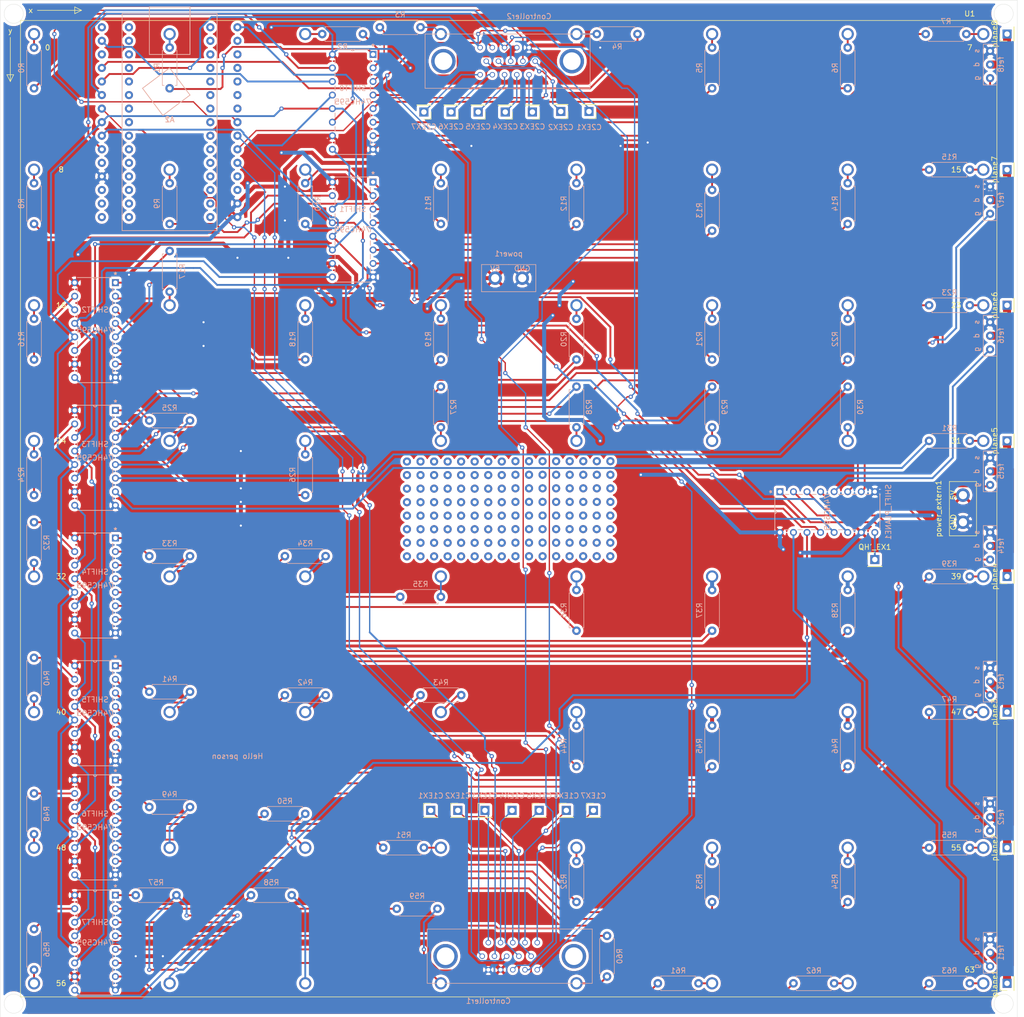
<source format=kicad_pcb>
(kicad_pcb (version 20171130) (host pcbnew "(5.1.6)-1")
  (layers (0 F.Cu signal) (31 B.Cu signal) (34 B.Paste user) (35 F.Paste user) (36 B.SilkS user) (37 F.SilkS user) (38 B.Mask user) (39 F.Mask user) (44 Edge.Cuts user))
  (net 0 "")
  (net 1 srclk)
  (net 2 rclk)
  (net 3 led0)
  (net 4 led1)
  (net 5 led2)
  (net 6 led3)
  (net 7 led4)
  (net 8 led5)
  (net 9 led6)
  (net 10 led7)
  (net 11 led8)
  (net 12 led9)
  (net 13 led10)
  (net 14 led11)
  (net 15 led12)
  (net 16 led13)
  (net 17 led14)
  (net 18 led15)
  (net 19 led16)
  (net 20 led17)
  (net 21 led18)
  (net 22 led19)
  (net 23 led20)
  (net 24 led21)
  (net 25 led22)
  (net 26 led23)
  (net 27 led24)
  (net 28 led25)
  (net 29 led26)
  (net 30 led27)
  (net 31 led28)
  (net 32 led29)
  (net 33 led30)
  (net 34 led31)
  (net 35 led43)
  (net 36 led44)
  (net 37 led45)
  (net 38 led46)
  (net 39 led47)
  (net 40 led48)
  (net 41 led49)
  (net 42 led50)
  (net 43 led51)
  (net 44 led52)
  (net 45 led53)
  (net 46 led54)
  (net 47 led55)
  (net 48 led56)
  (net 49 led57)
  (net 50 led58)
  (net 51 led59)
  (net 52 led60)
  (net 53 led61)
  (net 54 led62)
  (net 55 led63)
  (net 56 led42)
  (net 57 led41)
  (net 58 led40)
  (net 59 led39)
  (net 60 led38)
  (net 61 led37)
  (net 62 led36)
  (net 63 led35)
  (net 64 led34)
  (net 65 led33)
  (net 66 led32)
  (net 67 GND)
  (net 68 "Net-(SHIFT0-Pad9)")
  (net 69 +5V)
  (net 70 "Net-(SHIFT1-Pad9)")
  (net 71 "Net-(SHIFT2-Pad9)")
  (net 72 "Net-(SHIFT3-Pad9)")
  (net 73 "Net-(SHIFT4-Pad9)")
  (net 74 "Net-(SHIFT5-Pad9)")
  (net 75 "Net-(SHIFT6-Pad9)")
  (net 76 "Net-(SHIFT7-Pad9)")
  (net 77 plane7)
  (net 78 plane6)
  (net 79 plane5)
  (net 80 plane4)
  (net 81 plane3)
  (net 82 plane2)
  (net 83 plane1)
  (net 84 JOY_H1)
  (net 85 JOY_H2)
  (net 86 JOY_V1)
  (net 87 JOY_V2)
  (net 88 data)
  (net 89 BUTTON_DATA)
  (net 90 BUTTON_LATCH)
  (net 91 BUTTON_CLOCK)
  (net 92 BUTTON_WATCH1)
  (net 93 output_enable)
  (net 94 BUTTON_WATCH2)
  (net 95 "Net-(C1EX1-Pad1)")
  (net 96 "Net-(C1EX2-Pad1)")
  (net 97 "Net-(C1EX3-Pad1)")
  (net 98 "Net-(C1EX4-Pad1)")
  (net 99 "Net-(C1EX5-Pad1)")
  (net 100 "Net-(C1EX6-Pad1)")
  (net 101 "Net-(C1EX7-Pad1)")
  (net 102 "Net-(C2EX1-Pad1)")
  (net 103 "Net-(C2EX2-Pad1)")
  (net 104 "Net-(C2EX3-Pad1)")
  (net 105 "Net-(C2EX4-Pad1)")
  (net 106 "Net-(C2EX5-Pad1)")
  (net 107 "Net-(C2EX6-Pad1)")
  (net 108 "Net-(C2EX7-Pad1)")
  (net 109 pg0)
  (net 110 pg1)
  (net 111 pg2)
  (net 112 pg3)
  (net 113 pg4)
  (net 114 pg5)
  (net 115 pg6)
  (net 116 pg7)
  (net 117 "Net-(QH'_EX1-Pad1)")
  (net 118 "Net-(R0-Pad1)")
  (net 119 "Net-(R1-Pad1)")
  (net 120 "Net-(R2-Pad1)")
  (net 121 "Net-(R3-Pad1)")
  (net 122 "Net-(R4-Pad1)")
  (net 123 "Net-(R5-Pad1)")
  (net 124 "Net-(R6-Pad1)")
  (net 125 "Net-(R7-Pad1)")
  (net 126 "Net-(R8-Pad1)")
  (net 127 "Net-(R9-Pad1)")
  (net 128 "Net-(R10-Pad1)")
  (net 129 "Net-(R11-Pad1)")
  (net 130 "Net-(R12-Pad1)")
  (net 131 "Net-(R13-Pad1)")
  (net 132 "Net-(R14-Pad1)")
  (net 133 "Net-(R15-Pad1)")
  (net 134 "Net-(R16-Pad1)")
  (net 135 "Net-(R17-Pad1)")
  (net 136 "Net-(R18-Pad1)")
  (net 137 "Net-(R19-Pad1)")
  (net 138 "Net-(R20-Pad1)")
  (net 139 "Net-(R21-Pad1)")
  (net 140 "Net-(R22-Pad1)")
  (net 141 "Net-(R23-Pad1)")
  (net 142 "Net-(R24-Pad1)")
  (net 143 "Net-(R25-Pad1)")
  (net 144 "Net-(R26-Pad1)")
  (net 145 "Net-(R27-Pad1)")
  (net 146 "Net-(R28-Pad1)")
  (net 147 "Net-(R29-Pad1)")
  (net 148 "Net-(R30-Pad1)")
  (net 149 "Net-(R31-Pad1)")
  (net 150 "Net-(R32-Pad1)")
  (net 151 "Net-(R33-Pad1)")
  (net 152 "Net-(R34-Pad1)")
  (net 153 "Net-(R35-Pad1)")
  (net 154 "Net-(R36-Pad1)")
  (net 155 "Net-(R37-Pad1)")
  (net 156 "Net-(R38-Pad1)")
  (net 157 "Net-(R39-Pad1)")
  (net 158 "Net-(R40-Pad1)")
  (net 159 "Net-(R41-Pad1)")
  (net 160 "Net-(R42-Pad1)")
  (net 161 "Net-(R43-Pad1)")
  (net 162 "Net-(R44-Pad1)")
  (net 163 "Net-(R45-Pad1)")
  (net 164 "Net-(R46-Pad1)")
  (net 165 "Net-(R47-Pad1)")
  (net 166 "Net-(R48-Pad1)")
  (net 167 "Net-(R49-Pad1)")
  (net 168 "Net-(R50-Pad1)")
  (net 169 "Net-(R51-Pad1)")
  (net 170 "Net-(R52-Pad1)")
  (net 171 "Net-(R53-Pad1)")
  (net 172 "Net-(R54-Pad1)")
  (net 173 "Net-(R55-Pad1)")
  (net 174 "Net-(R56-Pad1)")
  (net 175 "Net-(R57-Pad1)")
  (net 176 "Net-(R58-Pad1)")
  (net 177 "Net-(R59-Pad1)")
  (net 178 "Net-(R60-Pad1)")
  (net 179 "Net-(R61-Pad1)")
  (net 180 "Net-(R62-Pad1)")
  (net 181 "Net-(R63-Pad1)")
  (net 182 "Net-(_1-Pad_)")
  (net 183 "Net-(_2-Pad_)")
  (net 184 "Net-(_3-Pad_)")
  (net 185 "Net-(_4-Pad_)")
  (net 186 "Net-(_5-Pad_)")
  (net 187 "Net-(_6-Pad_)")
  (net 188 "Net-(_7-Pad_)")
  (net 189 "Net-(_8-Pad_)")
  (net 190 plane8)
  (module house_cube:gen_fet (layer B.Cu) (at 240.03 189.865 90)
    (fp_text reference fet1 (at 0 2.04 90) (layer B.SilkS) (effects (justify mirror)))
    (fp_text value gen_mosfet)
    (fp_text user s (at 2.54 -2.54 90) (layer B.SilkS) (effects (justify mirror)))
    (fp_text user d (at 0 -2.54 90) (layer B.SilkS) (effects (justify mirror)))
    (fp_text user g (at -2.54 -2.54 90) (layer B.SilkS) (effects (justify mirror)))
    (pad 3 thru_hole circle (at 2.54 0 90) (size 1.524 1.524) (drill 0.889) (layers *.Cu *.Mask) (net 67 GND))
    (pad 2 thru_hole circle (at 0 0 90) (size 1.524 1.524) (drill 0.889) (layers *.Cu *.Mask) (net 83 plane1))
    (pad 1 thru_hole circle (at -2.54 0 90) (size 1.524 1.524) (drill 0.889) (layers *.Cu *.Mask) (net 109 pg0))
  )
  (module footprints:led_cube (layer F.Cu) (at 60.96 17.78)
    (fp_text reference U1 (at 175.26 -3.81) (layer F.SilkS))
    (fp_text value led_cube)
    (fp_text user 0 (at 2.54 2.54) (layer F.SilkS))
    (fp_text user 7 (at 175.26 2.54) (layer F.SilkS))
    (fp_text user 8 (at 5.08 25.4) (layer F.SilkS))
    (fp_text user 15 (at 172.72 25.4) (layer F.SilkS))
    (fp_text user 23 (at 172.72 50.8) (layer F.SilkS))
    (fp_text user 31 (at 172.72 76.2) (layer F.SilkS))
    (fp_text user 39 (at 172.72 101.6) (layer F.SilkS))
    (fp_text user 47 (at 172.72 127) (layer F.SilkS))
    (fp_text user 55 (at 172.72 152.4) (layer F.SilkS))
    (fp_text user 63 (at 175.26 175.26) (layer F.SilkS))
    (fp_text user 16 (at 5.08 50.8) (layer F.SilkS))
    (fp_text user 24 (at 5.08 76.2) (layer F.SilkS))
    (fp_text user 32 (at 5.08 101.6) (layer F.SilkS))
    (fp_text user 40 (at 5.08 127) (layer F.SilkS))
    (fp_text user 48 (at 5.08 152.4) (layer F.SilkS))
    (fp_text user 56 (at 5.08 177.8) (layer F.SilkS))
    (pad 0 thru_hole circle (at 0 0) (size 2.286 2.286) (drill 1.524) (layers *.Cu *.Mask) (net 118 "Net-(R0-Pad1)"))
    (pad 1 thru_hole circle (at 25.4 0) (size 2.286 2.286) (drill 1.524) (layers *.Cu *.Mask) (net 119 "Net-(R1-Pad1)"))
    (pad 2 thru_hole circle (at 50.8 0) (size 2.286 2.286) (drill 1.524) (layers *.Cu *.Mask) (net 120 "Net-(R2-Pad1)"))
    (pad 3 thru_hole circle (at 76.2 0) (size 2.286 2.286) (drill 1.524) (layers *.Cu *.Mask) (net 121 "Net-(R3-Pad1)"))
    (pad 4 thru_hole circle (at 101.6 0) (size 2.286 2.286) (drill 1.524) (layers *.Cu *.Mask) (net 122 "Net-(R4-Pad1)"))
    (pad 5 thru_hole circle (at 127 0) (size 2.286 2.286) (drill 1.524) (layers *.Cu *.Mask) (net 123 "Net-(R5-Pad1)"))
    (pad 6 thru_hole circle (at 152.4 0) (size 2.286 2.286) (drill 1.524) (layers *.Cu *.Mask) (net 124 "Net-(R6-Pad1)"))
    (pad 7 thru_hole circle (at 177.8 0) (size 2.286 2.286) (drill 1.524) (layers *.Cu *.Mask) (net 125 "Net-(R7-Pad1)"))
    (pad 8 thru_hole circle (at 0 25.4) (size 2.286 2.286) (drill 1.524) (layers *.Cu *.Mask) (net 126 "Net-(R8-Pad1)"))
    (pad 9 thru_hole circle (at 25.4 25.4) (size 2.286 2.286) (drill 1.524) (layers *.Cu *.Mask) (net 127 "Net-(R9-Pad1)"))
    (pad 10 thru_hole circle (at 50.8 25.4) (size 2.286 2.286) (drill 1.524) (layers *.Cu *.Mask) (net 128 "Net-(R10-Pad1)"))
    (pad 11 thru_hole circle (at 76.2 25.4) (size 2.286 2.286) (drill 1.524) (layers *.Cu *.Mask) (net 129 "Net-(R11-Pad1)"))
    (pad 12 thru_hole circle (at 101.6 25.4) (size 2.286 2.286) (drill 1.524) (layers *.Cu *.Mask) (net 130 "Net-(R12-Pad1)"))
    (pad 13 thru_hole circle (at 127 25.4) (size 2.286 2.286) (drill 1.524) (layers *.Cu *.Mask) (net 131 "Net-(R13-Pad1)"))
    (pad 14 thru_hole circle (at 152.4 25.4) (size 2.286 2.286) (drill 1.524) (layers *.Cu *.Mask) (net 132 "Net-(R14-Pad1)"))
    (pad 15 thru_hole circle (at 177.8 25.4) (size 2.286 2.286) (drill 1.524) (layers *.Cu *.Mask) (net 133 "Net-(R15-Pad1)"))
    (pad 16 thru_hole circle (at 0 50.8) (size 2.286 2.286) (drill 1.524) (layers *.Cu *.Mask) (net 134 "Net-(R16-Pad1)"))
    (pad 17 thru_hole circle (at 25.4 50.8) (size 2.286 2.286) (drill 1.524) (layers *.Cu *.Mask) (net 135 "Net-(R17-Pad1)"))
    (pad 18 thru_hole circle (at 50.8 50.8) (size 2.286 2.286) (drill 1.524) (layers *.Cu *.Mask) (net 136 "Net-(R18-Pad1)"))
    (pad 19 thru_hole circle (at 76.2 50.8) (size 2.286 2.286) (drill 1.524) (layers *.Cu *.Mask) (net 137 "Net-(R19-Pad1)"))
    (pad 20 thru_hole circle (at 101.6 50.8) (size 2.286 2.286) (drill 1.524) (layers *.Cu *.Mask) (net 138 "Net-(R20-Pad1)"))
    (pad 21 thru_hole circle (at 127 50.8) (size 2.286 2.286) (drill 1.524) (layers *.Cu *.Mask) (net 139 "Net-(R21-Pad1)"))
    (pad 22 thru_hole circle (at 152.4 50.8) (size 2.286 2.286) (drill 1.524) (layers *.Cu *.Mask) (net 140 "Net-(R22-Pad1)"))
    (pad 23 thru_hole circle (at 177.8 50.8) (size 2.286 2.286) (drill 1.524) (layers *.Cu *.Mask) (net 141 "Net-(R23-Pad1)"))
    (pad 24 thru_hole circle (at 0 76.2) (size 2.286 2.286) (drill 1.524) (layers *.Cu *.Mask) (net 142 "Net-(R24-Pad1)"))
    (pad 25 thru_hole circle (at 25.4 76.2) (size 2.286 2.286) (drill 1.524) (layers *.Cu *.Mask) (net 143 "Net-(R25-Pad1)"))
    (pad 26 thru_hole circle (at 50.8 76.2) (size 2.286 2.286) (drill 1.524) (layers *.Cu *.Mask) (net 144 "Net-(R26-Pad1)"))
    (pad 27 thru_hole circle (at 76.2 76.2) (size 2.286 2.286) (drill 1.524) (layers *.Cu *.Mask) (net 145 "Net-(R27-Pad1)"))
    (pad 28 thru_hole circle (at 101.6 76.2) (size 2.286 2.286) (drill 1.524) (layers *.Cu *.Mask) (net 146 "Net-(R28-Pad1)"))
    (pad 29 thru_hole circle (at 127 76.2) (size 2.286 2.286) (drill 1.524) (layers *.Cu *.Mask) (net 147 "Net-(R29-Pad1)"))
    (pad 30 thru_hole circle (at 152.4 76.2) (size 2.286 2.286) (drill 1.524) (layers *.Cu *.Mask) (net 148 "Net-(R30-Pad1)"))
    (pad 31 thru_hole circle (at 177.8 76.2) (size 2.286 2.286) (drill 1.524) (layers *.Cu *.Mask) (net 149 "Net-(R31-Pad1)"))
    (pad 32 thru_hole circle (at 0 101.6) (size 2.286 2.286) (drill 1.524) (layers *.Cu *.Mask) (net 150 "Net-(R32-Pad1)"))
    (pad 33 thru_hole circle (at 25.4 101.6) (size 2.286 2.286) (drill 1.524) (layers *.Cu *.Mask) (net 151 "Net-(R33-Pad1)"))
    (pad 34 thru_hole circle (at 50.8 101.6) (size 2.286 2.286) (drill 1.524) (layers *.Cu *.Mask) (net 152 "Net-(R34-Pad1)"))
    (pad 35 thru_hole circle (at 76.2 101.6) (size 2.286 2.286) (drill 1.524) (layers *.Cu *.Mask) (net 153 "Net-(R35-Pad1)"))
    (pad 36 thru_hole circle (at 101.6 101.6) (size 2.286 2.286) (drill 1.524) (layers *.Cu *.Mask) (net 154 "Net-(R36-Pad1)"))
    (pad 37 thru_hole circle (at 127 101.6) (size 2.286 2.286) (drill 1.524) (layers *.Cu *.Mask) (net 155 "Net-(R37-Pad1)"))
    (pad 38 thru_hole circle (at 152.4 101.6) (size 2.286 2.286) (drill 1.524) (layers *.Cu *.Mask) (net 156 "Net-(R38-Pad1)"))
    (pad 39 thru_hole circle (at 177.8 101.6) (size 2.286 2.286) (drill 1.524) (layers *.Cu *.Mask) (net 157 "Net-(R39-Pad1)"))
    (pad 40 thru_hole circle (at 0 127) (size 2.286 2.286) (drill 1.524) (layers *.Cu *.Mask) (net 158 "Net-(R40-Pad1)"))
    (pad 41 thru_hole circle (at 25.4 127) (size 2.286 2.286) (drill 1.524) (layers *.Cu *.Mask) (net 159 "Net-(R41-Pad1)"))
    (pad 42 thru_hole circle (at 50.8 127) (size 2.286 2.286) (drill 1.524) (layers *.Cu *.Mask) (net 160 "Net-(R42-Pad1)"))
    (pad 43 thru_hole circle (at 76.2 127) (size 2.286 2.286) (drill 1.524) (layers *.Cu *.Mask) (net 161 "Net-(R43-Pad1)"))
    (pad 44 thru_hole circle (at 101.6 127) (size 2.286 2.286) (drill 1.524) (layers *.Cu *.Mask) (net 162 "Net-(R44-Pad1)"))
    (pad 45 thru_hole circle (at 127 127) (size 2.286 2.286) (drill 1.524) (layers *.Cu *.Mask) (net 163 "Net-(R45-Pad1)"))
    (pad 46 thru_hole circle (at 152.4 127) (size 2.286 2.286) (drill 1.524) (layers *.Cu *.Mask) (net 164 "Net-(R46-Pad1)"))
    (pad 47 thru_hole circle (at 177.8 127) (size 2.286 2.286) (drill 1.524) (layers *.Cu *.Mask) (net 165 "Net-(R47-Pad1)"))
    (pad 48 thru_hole circle (at 0 152.4) (size 2.286 2.286) (drill 1.524) (layers *.Cu *.Mask) (net 166 "Net-(R48-Pad1)"))
    (pad 49 thru_hole circle (at 25.4 152.4) (size 2.286 2.286) (drill 1.524) (layers *.Cu *.Mask) (net 167 "Net-(R49-Pad1)"))
    (pad 50 thru_hole circle (at 50.8 152.4) (size 2.286 2.286) (drill 1.524) (layers *.Cu *.Mask) (net 168 "Net-(R50-Pad1)"))
    (pad 51 thru_hole circle (at 76.2 152.4) (size 2.286 2.286) (drill 1.524) (layers *.Cu *.Mask) (net 169 "Net-(R51-Pad1)"))
    (pad 52 thru_hole circle (at 101.6 152.4) (size 2.286 2.286) (drill 1.524) (layers *.Cu *.Mask) (net 170 "Net-(R52-Pad1)"))
    (pad 53 thru_hole circle (at 127 152.4) (size 2.286 2.286) (drill 1.524) (layers *.Cu *.Mask) (net 171 "Net-(R53-Pad1)"))
    (pad 54 thru_hole circle (at 152.4 152.4) (size 2.286 2.286) (drill 1.524) (layers *.Cu *.Mask) (net 172 "Net-(R54-Pad1)"))
    (pad 55 thru_hole circle (at 177.8 152.4) (size 2.286 2.286) (drill 1.524) (layers *.Cu *.Mask) (net 173 "Net-(R55-Pad1)"))
    (pad 56 thru_hole circle (at 0 177.8) (size 2.286 2.286) (drill 1.524) (layers *.Cu *.Mask) (net 174 "Net-(R56-Pad1)"))
    (pad 57 thru_hole circle (at 25.4 177.8) (size 2.286 2.286) (drill 1.524) (layers *.Cu *.Mask) (net 175 "Net-(R57-Pad1)"))
    (pad 58 thru_hole circle (at 50.8 177.8) (size 2.286 2.286) (drill 1.524) (layers *.Cu *.Mask) (net 176 "Net-(R58-Pad1)"))
    (pad 59 thru_hole circle (at 76.2 177.8) (size 2.286 2.286) (drill 1.524) (layers *.Cu *.Mask) (net 177 "Net-(R59-Pad1)"))
    (pad 60 thru_hole circle (at 101.6 177.8) (size 2.286 2.286) (drill 1.524) (layers *.Cu *.Mask) (net 178 "Net-(R60-Pad1)"))
    (pad 61 thru_hole circle (at 127 177.8) (size 2.286 2.286) (drill 1.524) (layers *.Cu *.Mask) (net 179 "Net-(R61-Pad1)"))
    (pad 62 thru_hole circle (at 152.4 177.8) (size 2.286 2.286) (drill 1.524) (layers *.Cu *.Mask) (net 180 "Net-(R62-Pad1)"))
    (pad 63 thru_hole circle (at 177.8 177.8) (size 2.286 2.286) (drill 1.524) (layers *.Cu *.Mask) (net 181 "Net-(R63-Pad1)"))
  )
  (module house_cube:proto (layer F.Cu) (at 140.95 105.47 90)
    (fp_text reference _8)
    (fp_text value _)
    (pad _ thru_hole circle (at 7.62 7.62 90) (size 1.524 1.524) (drill 0.762) (layers *.Cu *.Mask) (net 189 "Net-(_8-Pad_)"))
    (pad _ thru_hole circle (at 5.08 7.62 90) (size 1.524 1.524) (drill 0.762) (layers *.Cu *.Mask) (net 189 "Net-(_8-Pad_)"))
    (pad _ thru_hole circle (at 2.54 7.62 90) (size 1.524 1.524) (drill 0.762) (layers *.Cu *.Mask) (net 189 "Net-(_8-Pad_)"))
    (pad _ thru_hole circle (at 0 7.62 90) (size 1.524 1.524) (drill 0.762) (layers *.Cu *.Mask) (net 189 "Net-(_8-Pad_)"))
    (pad _ thru_hole circle (at 7.62 5.08 90) (size 1.524 1.524) (drill 0.762) (layers *.Cu *.Mask) (net 189 "Net-(_8-Pad_)"))
    (pad _ thru_hole circle (at 5.08 5.08 90) (size 1.524 1.524) (drill 0.762) (layers *.Cu *.Mask) (net 189 "Net-(_8-Pad_)"))
    (pad _ thru_hole circle (at 2.54 5.08 90) (size 1.524 1.524) (drill 0.762) (layers *.Cu *.Mask) (net 189 "Net-(_8-Pad_)"))
    (pad _ thru_hole circle (at 0 5.08 90) (size 1.524 1.524) (drill 0.762) (layers *.Cu *.Mask) (net 189 "Net-(_8-Pad_)"))
    (pad _ thru_hole circle (at 7.62 2.54 90) (size 1.524 1.524) (drill 0.762) (layers *.Cu *.Mask) (net 189 "Net-(_8-Pad_)"))
    (pad _ thru_hole circle (at 7.62 0 90) (size 1.524 1.524) (drill 0.762) (layers *.Cu *.Mask) (net 189 "Net-(_8-Pad_)"))
    (pad _ thru_hole circle (at 5.08 2.54 90) (size 1.524 1.524) (drill 0.762) (layers *.Cu *.Mask) (net 189 "Net-(_8-Pad_)"))
    (pad _ thru_hole circle (at 2.54 2.54 90) (size 1.524 1.524) (drill 0.762) (layers *.Cu *.Mask) (net 189 "Net-(_8-Pad_)"))
    (pad _ thru_hole circle (at 0 2.54 90) (size 1.524 1.524) (drill 0.762) (layers *.Cu *.Mask) (net 189 "Net-(_8-Pad_)"))
    (pad _ thru_hole circle (at 5.08 0 90) (size 1.524 1.524) (drill 0.762) (layers *.Cu *.Mask) (net 189 "Net-(_8-Pad_)"))
    (pad _ thru_hole circle (at 2.54 0 90) (size 1.524 1.524) (drill 0.762) (layers *.Cu *.Mask) (net 189 "Net-(_8-Pad_)"))
    (pad _ thru_hole circle (at 0 0 90) (size 1.524 1.524) (drill 0.762) (layers *.Cu *.Mask) (net 189 "Net-(_8-Pad_)"))
  )
  (module house_cube:proto (layer F.Cu) (at 130.81 105.47 90)
    (fp_text reference _7 hide)
    (fp_text value _)
    (pad _ thru_hole circle (at 7.62 7.62 90) (size 1.524 1.524) (drill 0.762) (layers *.Cu *.Mask) (net 188 "Net-(_7-Pad_)"))
    (pad _ thru_hole circle (at 5.08 7.62 90) (size 1.524 1.524) (drill 0.762) (layers *.Cu *.Mask) (net 188 "Net-(_7-Pad_)"))
    (pad _ thru_hole circle (at 2.54 7.62 90) (size 1.524 1.524) (drill 0.762) (layers *.Cu *.Mask) (net 188 "Net-(_7-Pad_)"))
    (pad _ thru_hole circle (at 0 7.62 90) (size 1.524 1.524) (drill 0.762) (layers *.Cu *.Mask) (net 188 "Net-(_7-Pad_)"))
    (pad _ thru_hole circle (at 7.62 5.08 90) (size 1.524 1.524) (drill 0.762) (layers *.Cu *.Mask) (net 188 "Net-(_7-Pad_)"))
    (pad _ thru_hole circle (at 5.08 5.08 90) (size 1.524 1.524) (drill 0.762) (layers *.Cu *.Mask) (net 188 "Net-(_7-Pad_)"))
    (pad _ thru_hole circle (at 2.54 5.08 90) (size 1.524 1.524) (drill 0.762) (layers *.Cu *.Mask) (net 188 "Net-(_7-Pad_)"))
    (pad _ thru_hole circle (at 0 5.08 90) (size 1.524 1.524) (drill 0.762) (layers *.Cu *.Mask) (net 188 "Net-(_7-Pad_)"))
    (pad _ thru_hole circle (at 7.62 2.54 90) (size 1.524 1.524) (drill 0.762) (layers *.Cu *.Mask) (net 188 "Net-(_7-Pad_)"))
    (pad _ thru_hole circle (at 7.62 0 90) (size 1.524 1.524) (drill 0.762) (layers *.Cu *.Mask) (net 188 "Net-(_7-Pad_)"))
    (pad _ thru_hole circle (at 5.08 2.54 90) (size 1.524 1.524) (drill 0.762) (layers *.Cu *.Mask) (net 188 "Net-(_7-Pad_)"))
    (pad _ thru_hole circle (at 2.54 2.54 90) (size 1.524 1.524) (drill 0.762) (layers *.Cu *.Mask) (net 188 "Net-(_7-Pad_)"))
    (pad _ thru_hole circle (at 0 2.54 90) (size 1.524 1.524) (drill 0.762) (layers *.Cu *.Mask) (net 188 "Net-(_7-Pad_)"))
    (pad _ thru_hole circle (at 5.08 0 90) (size 1.524 1.524) (drill 0.762) (layers *.Cu *.Mask) (net 188 "Net-(_7-Pad_)"))
    (pad _ thru_hole circle (at 2.54 0 90) (size 1.524 1.524) (drill 0.762) (layers *.Cu *.Mask) (net 188 "Net-(_7-Pad_)"))
    (pad _ thru_hole circle (at 0 0 90) (size 1.524 1.524) (drill 0.762) (layers *.Cu *.Mask) (net 188 "Net-(_7-Pad_)"))
  )
  (module house_cube:proto (layer F.Cu) (at 140.95 115.61 90)
    (fp_text reference _6)
    (fp_text value _)
    (pad _ thru_hole circle (at 7.62 7.62 90) (size 1.524 1.524) (drill 0.762) (layers *.Cu *.Mask) (net 187 "Net-(_6-Pad_)"))
    (pad _ thru_hole circle (at 5.08 7.62 90) (size 1.524 1.524) (drill 0.762) (layers *.Cu *.Mask) (net 187 "Net-(_6-Pad_)"))
    (pad _ thru_hole circle (at 2.54 7.62 90) (size 1.524 1.524) (drill 0.762) (layers *.Cu *.Mask) (net 187 "Net-(_6-Pad_)"))
    (pad _ thru_hole circle (at 0 7.62 90) (size 1.524 1.524) (drill 0.762) (layers *.Cu *.Mask) (net 187 "Net-(_6-Pad_)"))
    (pad _ thru_hole circle (at 7.62 5.08 90) (size 1.524 1.524) (drill 0.762) (layers *.Cu *.Mask) (net 187 "Net-(_6-Pad_)"))
    (pad _ thru_hole circle (at 5.08 5.08 90) (size 1.524 1.524) (drill 0.762) (layers *.Cu *.Mask) (net 187 "Net-(_6-Pad_)"))
    (pad _ thru_hole circle (at 2.54 5.08 90) (size 1.524 1.524) (drill 0.762) (layers *.Cu *.Mask) (net 187 "Net-(_6-Pad_)"))
    (pad _ thru_hole circle (at 0 5.08 90) (size 1.524 1.524) (drill 0.762) (layers *.Cu *.Mask) (net 187 "Net-(_6-Pad_)"))
    (pad _ thru_hole circle (at 7.62 2.54 90) (size 1.524 1.524) (drill 0.762) (layers *.Cu *.Mask) (net 187 "Net-(_6-Pad_)"))
    (pad _ thru_hole circle (at 7.62 0 90) (size 1.524 1.524) (drill 0.762) (layers *.Cu *.Mask) (net 187 "Net-(_6-Pad_)"))
    (pad _ thru_hole circle (at 5.08 2.54 90) (size 1.524 1.524) (drill 0.762) (layers *.Cu *.Mask) (net 187 "Net-(_6-Pad_)"))
    (pad _ thru_hole circle (at 2.54 2.54 90) (size 1.524 1.524) (drill 0.762) (layers *.Cu *.Mask) (net 187 "Net-(_6-Pad_)"))
    (pad _ thru_hole circle (at 0 2.54 90) (size 1.524 1.524) (drill 0.762) (layers *.Cu *.Mask) (net 187 "Net-(_6-Pad_)"))
    (pad _ thru_hole circle (at 5.08 0 90) (size 1.524 1.524) (drill 0.762) (layers *.Cu *.Mask) (net 187 "Net-(_6-Pad_)"))
    (pad _ thru_hole circle (at 2.54 0 90) (size 1.524 1.524) (drill 0.762) (layers *.Cu *.Mask) (net 187 "Net-(_6-Pad_)"))
    (pad _ thru_hole circle (at 0 0 90) (size 1.524 1.524) (drill 0.762) (layers *.Cu *.Mask) (net 187 "Net-(_6-Pad_)"))
  )
  (module house_cube:proto (layer F.Cu) (at 130.81 115.61 90)
    (fp_text reference _5)
    (fp_text value _)
    (pad _ thru_hole circle (at 7.62 7.62 90) (size 1.524 1.524) (drill 0.762) (layers *.Cu *.Mask) (net 186 "Net-(_5-Pad_)"))
    (pad _ thru_hole circle (at 5.08 7.62 90) (size 1.524 1.524) (drill 0.762) (layers *.Cu *.Mask) (net 186 "Net-(_5-Pad_)"))
    (pad _ thru_hole circle (at 2.54 7.62 90) (size 1.524 1.524) (drill 0.762) (layers *.Cu *.Mask) (net 186 "Net-(_5-Pad_)"))
    (pad _ thru_hole circle (at 0 7.62 90) (size 1.524 1.524) (drill 0.762) (layers *.Cu *.Mask) (net 186 "Net-(_5-Pad_)"))
    (pad _ thru_hole circle (at 7.62 5.08 90) (size 1.524 1.524) (drill 0.762) (layers *.Cu *.Mask) (net 186 "Net-(_5-Pad_)"))
    (pad _ thru_hole circle (at 5.08 5.08 90) (size 1.524 1.524) (drill 0.762) (layers *.Cu *.Mask) (net 186 "Net-(_5-Pad_)"))
    (pad _ thru_hole circle (at 2.54 5.08 90) (size 1.524 1.524) (drill 0.762) (layers *.Cu *.Mask) (net 186 "Net-(_5-Pad_)"))
    (pad _ thru_hole circle (at 0 5.08 90) (size 1.524 1.524) (drill 0.762) (layers *.Cu *.Mask) (net 186 "Net-(_5-Pad_)"))
    (pad _ thru_hole circle (at 7.62 2.54 90) (size 1.524 1.524) (drill 0.762) (layers *.Cu *.Mask) (net 186 "Net-(_5-Pad_)"))
    (pad _ thru_hole circle (at 7.62 0 90) (size 1.524 1.524) (drill 0.762) (layers *.Cu *.Mask) (net 186 "Net-(_5-Pad_)"))
    (pad _ thru_hole circle (at 5.08 2.54 90) (size 1.524 1.524) (drill 0.762) (layers *.Cu *.Mask) (net 186 "Net-(_5-Pad_)"))
    (pad _ thru_hole circle (at 2.54 2.54 90) (size 1.524 1.524) (drill 0.762) (layers *.Cu *.Mask) (net 186 "Net-(_5-Pad_)"))
    (pad _ thru_hole circle (at 0 2.54 90) (size 1.524 1.524) (drill 0.762) (layers *.Cu *.Mask) (net 186 "Net-(_5-Pad_)"))
    (pad _ thru_hole circle (at 5.08 0 90) (size 1.524 1.524) (drill 0.762) (layers *.Cu *.Mask) (net 186 "Net-(_5-Pad_)"))
    (pad _ thru_hole circle (at 2.54 0 90) (size 1.524 1.524) (drill 0.762) (layers *.Cu *.Mask) (net 186 "Net-(_5-Pad_)"))
    (pad _ thru_hole circle (at 0 0 90) (size 1.524 1.524) (drill 0.762) (layers *.Cu *.Mask) (net 186 "Net-(_5-Pad_)"))
  )
  (module house_cube:proto (layer F.Cu) (at 161.27 115.59 90)
    (fp_text reference _4)
    (fp_text value _)
    (pad _ thru_hole circle (at 7.62 7.62 90) (size 1.524 1.524) (drill 0.762) (layers *.Cu *.Mask) (net 185 "Net-(_4-Pad_)"))
    (pad _ thru_hole circle (at 5.08 7.62 90) (size 1.524 1.524) (drill 0.762) (layers *.Cu *.Mask) (net 185 "Net-(_4-Pad_)"))
    (pad _ thru_hole circle (at 2.54 7.62 90) (size 1.524 1.524) (drill 0.762) (layers *.Cu *.Mask) (net 185 "Net-(_4-Pad_)"))
    (pad _ thru_hole circle (at 0 7.62 90) (size 1.524 1.524) (drill 0.762) (layers *.Cu *.Mask) (net 185 "Net-(_4-Pad_)"))
    (pad _ thru_hole circle (at 7.62 5.08 90) (size 1.524 1.524) (drill 0.762) (layers *.Cu *.Mask) (net 185 "Net-(_4-Pad_)"))
    (pad _ thru_hole circle (at 5.08 5.08 90) (size 1.524 1.524) (drill 0.762) (layers *.Cu *.Mask) (net 185 "Net-(_4-Pad_)"))
    (pad _ thru_hole circle (at 2.54 5.08 90) (size 1.524 1.524) (drill 0.762) (layers *.Cu *.Mask) (net 185 "Net-(_4-Pad_)"))
    (pad _ thru_hole circle (at 0 5.08 90) (size 1.524 1.524) (drill 0.762) (layers *.Cu *.Mask) (net 185 "Net-(_4-Pad_)"))
    (pad _ thru_hole circle (at 7.62 2.54 90) (size 1.524 1.524) (drill 0.762) (layers *.Cu *.Mask) (net 185 "Net-(_4-Pad_)"))
    (pad _ thru_hole circle (at 7.62 0 90) (size 1.524 1.524) (drill 0.762) (layers *.Cu *.Mask) (net 185 "Net-(_4-Pad_)"))
    (pad _ thru_hole circle (at 5.08 2.54 90) (size 1.524 1.524) (drill 0.762) (layers *.Cu *.Mask) (net 185 "Net-(_4-Pad_)"))
    (pad _ thru_hole circle (at 2.54 2.54 90) (size 1.524 1.524) (drill 0.762) (layers *.Cu *.Mask) (net 185 "Net-(_4-Pad_)"))
    (pad _ thru_hole circle (at 0 2.54 90) (size 1.524 1.524) (drill 0.762) (layers *.Cu *.Mask) (net 185 "Net-(_4-Pad_)"))
    (pad _ thru_hole circle (at 5.08 0 90) (size 1.524 1.524) (drill 0.762) (layers *.Cu *.Mask) (net 185 "Net-(_4-Pad_)"))
    (pad _ thru_hole circle (at 2.54 0 90) (size 1.524 1.524) (drill 0.762) (layers *.Cu *.Mask) (net 185 "Net-(_4-Pad_)"))
    (pad _ thru_hole circle (at 0 0 90) (size 1.524 1.524) (drill 0.762) (layers *.Cu *.Mask) (net 185 "Net-(_4-Pad_)"))
  )
  (module house_cube:proto (layer F.Cu) (at 151.13 115.59 90)
    (fp_text reference _3)
    (fp_text value _)
    (pad _ thru_hole circle (at 7.62 7.62 90) (size 1.524 1.524) (drill 0.762) (layers *.Cu *.Mask) (net 184 "Net-(_3-Pad_)"))
    (pad _ thru_hole circle (at 5.08 7.62 90) (size 1.524 1.524) (drill 0.762) (layers *.Cu *.Mask) (net 184 "Net-(_3-Pad_)"))
    (pad _ thru_hole circle (at 2.54 7.62 90) (size 1.524 1.524) (drill 0.762) (layers *.Cu *.Mask) (net 184 "Net-(_3-Pad_)"))
    (pad _ thru_hole circle (at 0 7.62 90) (size 1.524 1.524) (drill 0.762) (layers *.Cu *.Mask) (net 184 "Net-(_3-Pad_)"))
    (pad _ thru_hole circle (at 7.62 5.08 90) (size 1.524 1.524) (drill 0.762) (layers *.Cu *.Mask) (net 184 "Net-(_3-Pad_)"))
    (pad _ thru_hole circle (at 5.08 5.08 90) (size 1.524 1.524) (drill 0.762) (layers *.Cu *.Mask) (net 184 "Net-(_3-Pad_)"))
    (pad _ thru_hole circle (at 2.54 5.08 90) (size 1.524 1.524) (drill 0.762) (layers *.Cu *.Mask) (net 184 "Net-(_3-Pad_)"))
    (pad _ thru_hole circle (at 0 5.08 90) (size 1.524 1.524) (drill 0.762) (layers *.Cu *.Mask) (net 184 "Net-(_3-Pad_)"))
    (pad _ thru_hole circle (at 7.62 2.54 90) (size 1.524 1.524) (drill 0.762) (layers *.Cu *.Mask) (net 184 "Net-(_3-Pad_)"))
    (pad _ thru_hole circle (at 7.62 0 90) (size 1.524 1.524) (drill 0.762) (layers *.Cu *.Mask) (net 184 "Net-(_3-Pad_)"))
    (pad _ thru_hole circle (at 5.08 2.54 90) (size 1.524 1.524) (drill 0.762) (layers *.Cu *.Mask) (net 184 "Net-(_3-Pad_)"))
    (pad _ thru_hole circle (at 2.54 2.54 90) (size 1.524 1.524) (drill 0.762) (layers *.Cu *.Mask) (net 184 "Net-(_3-Pad_)"))
    (pad _ thru_hole circle (at 0 2.54 90) (size 1.524 1.524) (drill 0.762) (layers *.Cu *.Mask) (net 184 "Net-(_3-Pad_)"))
    (pad _ thru_hole circle (at 5.08 0 90) (size 1.524 1.524) (drill 0.762) (layers *.Cu *.Mask) (net 184 "Net-(_3-Pad_)"))
    (pad _ thru_hole circle (at 2.54 0 90) (size 1.524 1.524) (drill 0.762) (layers *.Cu *.Mask) (net 184 "Net-(_3-Pad_)"))
    (pad _ thru_hole circle (at 0 0 90) (size 1.524 1.524) (drill 0.762) (layers *.Cu *.Mask) (net 184 "Net-(_3-Pad_)"))
  )
  (module house_cube:proto (layer F.Cu) (at 161.29 105.41 90)
    (fp_text reference _2)
    (fp_text value _)
    (pad _ thru_hole circle (at 7.62 7.62 90) (size 1.524 1.524) (drill 0.762) (layers *.Cu *.Mask) (net 183 "Net-(_2-Pad_)"))
    (pad _ thru_hole circle (at 5.08 7.62 90) (size 1.524 1.524) (drill 0.762) (layers *.Cu *.Mask) (net 183 "Net-(_2-Pad_)"))
    (pad _ thru_hole circle (at 2.54 7.62 90) (size 1.524 1.524) (drill 0.762) (layers *.Cu *.Mask) (net 183 "Net-(_2-Pad_)"))
    (pad _ thru_hole circle (at 0 7.62 90) (size 1.524 1.524) (drill 0.762) (layers *.Cu *.Mask) (net 183 "Net-(_2-Pad_)"))
    (pad _ thru_hole circle (at 7.62 5.08 90) (size 1.524 1.524) (drill 0.762) (layers *.Cu *.Mask) (net 183 "Net-(_2-Pad_)"))
    (pad _ thru_hole circle (at 5.08 5.08 90) (size 1.524 1.524) (drill 0.762) (layers *.Cu *.Mask) (net 183 "Net-(_2-Pad_)"))
    (pad _ thru_hole circle (at 2.54 5.08 90) (size 1.524 1.524) (drill 0.762) (layers *.Cu *.Mask) (net 183 "Net-(_2-Pad_)"))
    (pad _ thru_hole circle (at 0 5.08 90) (size 1.524 1.524) (drill 0.762) (layers *.Cu *.Mask) (net 183 "Net-(_2-Pad_)"))
    (pad _ thru_hole circle (at 7.62 2.54 90) (size 1.524 1.524) (drill 0.762) (layers *.Cu *.Mask) (net 183 "Net-(_2-Pad_)"))
    (pad _ thru_hole circle (at 7.62 0 90) (size 1.524 1.524) (drill 0.762) (layers *.Cu *.Mask) (net 183 "Net-(_2-Pad_)"))
    (pad _ thru_hole circle (at 5.08 2.54 90) (size 1.524 1.524) (drill 0.762) (layers *.Cu *.Mask) (net 183 "Net-(_2-Pad_)"))
    (pad _ thru_hole circle (at 2.54 2.54 90) (size 1.524 1.524) (drill 0.762) (layers *.Cu *.Mask) (net 183 "Net-(_2-Pad_)"))
    (pad _ thru_hole circle (at 0 2.54 90) (size 1.524 1.524) (drill 0.762) (layers *.Cu *.Mask) (net 183 "Net-(_2-Pad_)"))
    (pad _ thru_hole circle (at 5.08 0 90) (size 1.524 1.524) (drill 0.762) (layers *.Cu *.Mask) (net 183 "Net-(_2-Pad_)"))
    (pad _ thru_hole circle (at 2.54 0 90) (size 1.524 1.524) (drill 0.762) (layers *.Cu *.Mask) (net 183 "Net-(_2-Pad_)"))
    (pad _ thru_hole circle (at 0 0 90) (size 1.524 1.524) (drill 0.762) (layers *.Cu *.Mask) (net 183 "Net-(_2-Pad_)"))
  )
  (module house_cube:proto (layer F.Cu) (at 151.13 105.41 90)
    (fp_text reference _1)
    (fp_text value _)
    (pad _ thru_hole circle (at 7.62 7.62 90) (size 1.524 1.524) (drill 0.762) (layers *.Cu *.Mask) (net 182 "Net-(_1-Pad_)"))
    (pad _ thru_hole circle (at 5.08 7.62 90) (size 1.524 1.524) (drill 0.762) (layers *.Cu *.Mask) (net 182 "Net-(_1-Pad_)"))
    (pad _ thru_hole circle (at 2.54 7.62 90) (size 1.524 1.524) (drill 0.762) (layers *.Cu *.Mask) (net 182 "Net-(_1-Pad_)"))
    (pad _ thru_hole circle (at 0 7.62 90) (size 1.524 1.524) (drill 0.762) (layers *.Cu *.Mask) (net 182 "Net-(_1-Pad_)"))
    (pad _ thru_hole circle (at 7.62 5.08 90) (size 1.524 1.524) (drill 0.762) (layers *.Cu *.Mask) (net 182 "Net-(_1-Pad_)"))
    (pad _ thru_hole circle (at 5.08 5.08 90) (size 1.524 1.524) (drill 0.762) (layers *.Cu *.Mask) (net 182 "Net-(_1-Pad_)"))
    (pad _ thru_hole circle (at 2.54 5.08 90) (size 1.524 1.524) (drill 0.762) (layers *.Cu *.Mask) (net 182 "Net-(_1-Pad_)"))
    (pad _ thru_hole circle (at 0 5.08 90) (size 1.524 1.524) (drill 0.762) (layers *.Cu *.Mask) (net 182 "Net-(_1-Pad_)"))
    (pad _ thru_hole circle (at 7.62 2.54 90) (size 1.524 1.524) (drill 0.762) (layers *.Cu *.Mask) (net 182 "Net-(_1-Pad_)"))
    (pad _ thru_hole circle (at 7.62 0 90) (size 1.524 1.524) (drill 0.762) (layers *.Cu *.Mask) (net 182 "Net-(_1-Pad_)"))
    (pad _ thru_hole circle (at 5.08 2.54 90) (size 1.524 1.524) (drill 0.762) (layers *.Cu *.Mask) (net 182 "Net-(_1-Pad_)"))
    (pad _ thru_hole circle (at 2.54 2.54 90) (size 1.524 1.524) (drill 0.762) (layers *.Cu *.Mask) (net 182 "Net-(_1-Pad_)"))
    (pad _ thru_hole circle (at 0 2.54 90) (size 1.524 1.524) (drill 0.762) (layers *.Cu *.Mask) (net 182 "Net-(_1-Pad_)"))
    (pad _ thru_hole circle (at 5.08 0 90) (size 1.524 1.524) (drill 0.762) (layers *.Cu *.Mask) (net 182 "Net-(_1-Pad_)"))
    (pad _ thru_hole circle (at 2.54 0 90) (size 1.524 1.524) (drill 0.762) (layers *.Cu *.Mask) (net 182 "Net-(_1-Pad_)"))
    (pad _ thru_hole circle (at 0 0 90) (size 1.524 1.524) (drill 0.762) (layers *.Cu *.Mask) (net 182 "Net-(_1-Pad_)"))
  )
  (module Resistor_THT:R_Axial_DIN0207_L6.3mm_D2.5mm_P7.62mm_Horizontal (layer B.Cu) (at 236.22 195.58 180)
    (fp_text reference R63 (at 3.81 2.37) (layer B.SilkS) (effects (justify mirror)))
    (fp_text value " ")
    (pad 2 thru_hole oval (at 7.62 0 180) (size 1.6 1.6) (drill 0.8) (layers *.Cu *.Mask) (net 55 led63))
    (pad 1 thru_hole circle (at 0 0 180) (size 1.6 1.6) (drill 0.8) (layers *.Cu *.Mask) (net 181 "Net-(R63-Pad1)"))
  )
  (module Resistor_THT:R_Axial_DIN0207_L6.3mm_D2.5mm_P7.62mm_Horizontal (layer B.Cu) (at 210.82 195.58 180)
    (fp_text reference R62 (at 3.81 2.37) (layer B.SilkS) (effects (justify mirror)))
    (fp_text value " ")
    (pad 2 thru_hole oval (at 7.62 0 180) (size 1.6 1.6) (drill 0.8) (layers *.Cu *.Mask) (net 54 led62))
    (pad 1 thru_hole circle (at 0 0 180) (size 1.6 1.6) (drill 0.8) (layers *.Cu *.Mask) (net 180 "Net-(R62-Pad1)"))
  )
  (module Resistor_THT:R_Axial_DIN0207_L6.3mm_D2.5mm_P7.62mm_Horizontal (layer B.Cu) (at 185.42 195.58 180)
    (fp_text reference R61 (at 3.81 2.37) (layer B.SilkS) (effects (justify mirror)))
    (fp_text value " ")
    (pad 2 thru_hole oval (at 7.62 0 180) (size 1.6 1.6) (drill 0.8) (layers *.Cu *.Mask) (net 53 led61))
    (pad 1 thru_hole circle (at 0 0 180) (size 1.6 1.6) (drill 0.8) (layers *.Cu *.Mask) (net 179 "Net-(R61-Pad1)"))
  )
  (module Resistor_THT:R_Axial_DIN0207_L6.3mm_D2.5mm_P7.62mm_Horizontal (layer B.Cu) (at 168.275 194.31 90)
    (fp_text reference R60 (at 3.81 2.37 90) (layer B.SilkS) (effects (justify mirror)))
    (fp_text value " ")
    (pad 2 thru_hole oval (at 7.62 0 90) (size 1.6 1.6) (drill 0.8) (layers *.Cu *.Mask) (net 52 led60))
    (pad 1 thru_hole circle (at 0 0 90) (size 1.6 1.6) (drill 0.8) (layers *.Cu *.Mask) (net 178 "Net-(R60-Pad1)"))
  )
  (module Resistor_THT:R_Axial_DIN0207_L6.3mm_D2.5mm_P7.62mm_Horizontal (layer B.Cu) (at 136.525 181.61 180)
    (fp_text reference R59 (at 3.81 2.37) (layer B.SilkS) (effects (justify mirror)))
    (fp_text value " ")
    (pad 2 thru_hole oval (at 7.62 0 180) (size 1.6 1.6) (drill 0.8) (layers *.Cu *.Mask) (net 51 led59))
    (pad 1 thru_hole circle (at 0 0 180) (size 1.6 1.6) (drill 0.8) (layers *.Cu *.Mask) (net 177 "Net-(R59-Pad1)"))
  )
  (module Resistor_THT:R_Axial_DIN0207_L6.3mm_D2.5mm_P7.62mm_Horizontal (layer B.Cu) (at 109.22 179.07 180)
    (fp_text reference R58 (at 3.81 2.37) (layer B.SilkS) (effects (justify mirror)))
    (fp_text value " ")
    (pad 2 thru_hole oval (at 7.62 0 180) (size 1.6 1.6) (drill 0.8) (layers *.Cu *.Mask) (net 50 led58))
    (pad 1 thru_hole circle (at 0 0 180) (size 1.6 1.6) (drill 0.8) (layers *.Cu *.Mask) (net 176 "Net-(R58-Pad1)"))
  )
  (module Resistor_THT:R_Axial_DIN0207_L6.3mm_D2.5mm_P7.62mm_Horizontal (layer B.Cu) (at 87.63 179.07 180)
    (fp_text reference R57 (at 3.81 2.37) (layer B.SilkS) (effects (justify mirror)))
    (fp_text value " ")
    (pad 2 thru_hole oval (at 7.62 0 180) (size 1.6 1.6) (drill 0.8) (layers *.Cu *.Mask) (net 49 led57))
    (pad 1 thru_hole circle (at 0 0 180) (size 1.6 1.6) (drill 0.8) (layers *.Cu *.Mask) (net 175 "Net-(R57-Pad1)"))
  )
  (module Resistor_THT:R_Axial_DIN0207_L6.3mm_D2.5mm_P7.62mm_Horizontal (layer B.Cu) (at 60.96 193.04 90)
    (fp_text reference R56 (at 3.81 2.37 90) (layer B.SilkS) (effects (justify mirror)))
    (fp_text value " ")
    (pad 2 thru_hole oval (at 7.62 0 90) (size 1.6 1.6) (drill 0.8) (layers *.Cu *.Mask) (net 48 led56))
    (pad 1 thru_hole circle (at 0 0 90) (size 1.6 1.6) (drill 0.8) (layers *.Cu *.Mask) (net 174 "Net-(R56-Pad1)"))
  )
  (module Resistor_THT:R_Axial_DIN0207_L6.3mm_D2.5mm_P7.62mm_Horizontal (layer B.Cu) (at 236.22 170.18 180)
    (fp_text reference R55 (at 3.81 2.37) (layer B.SilkS) (effects (justify mirror)))
    (fp_text value " ")
    (pad 2 thru_hole oval (at 7.62 0 180) (size 1.6 1.6) (drill 0.8) (layers *.Cu *.Mask) (net 47 led55))
    (pad 1 thru_hole circle (at 0 0 180) (size 1.6 1.6) (drill 0.8) (layers *.Cu *.Mask) (net 173 "Net-(R55-Pad1)"))
  )
  (module Resistor_THT:R_Axial_DIN0207_L6.3mm_D2.5mm_P7.62mm_Horizontal (layer B.Cu) (at 213.36 172.72 270)
    (fp_text reference R54 (at 3.81 2.37 90) (layer B.SilkS) (effects (justify mirror)))
    (fp_text value " ")
    (pad 2 thru_hole oval (at 7.62 0 270) (size 1.6 1.6) (drill 0.8) (layers *.Cu *.Mask) (net 46 led54))
    (pad 1 thru_hole circle (at 0 0 270) (size 1.6 1.6) (drill 0.8) (layers *.Cu *.Mask) (net 172 "Net-(R54-Pad1)"))
  )
  (module Resistor_THT:R_Axial_DIN0207_L6.3mm_D2.5mm_P7.62mm_Horizontal (layer B.Cu) (at 187.96 172.72 270)
    (fp_text reference R53 (at 3.81 2.37 90) (layer B.SilkS) (effects (justify mirror)))
    (fp_text value " ")
    (pad 2 thru_hole oval (at 7.62 0 270) (size 1.6 1.6) (drill 0.8) (layers *.Cu *.Mask) (net 45 led53))
    (pad 1 thru_hole circle (at 0 0 270) (size 1.6 1.6) (drill 0.8) (layers *.Cu *.Mask) (net 171 "Net-(R53-Pad1)"))
  )
  (module Resistor_THT:R_Axial_DIN0207_L6.3mm_D2.5mm_P7.62mm_Horizontal (layer B.Cu) (at 162.56 172.72 270)
    (fp_text reference R52 (at 3.81 2.37 90) (layer B.SilkS) (effects (justify mirror)))
    (fp_text value " ")
    (pad 2 thru_hole oval (at 7.62 0 270) (size 1.6 1.6) (drill 0.8) (layers *.Cu *.Mask) (net 44 led52))
    (pad 1 thru_hole circle (at 0 0 270) (size 1.6 1.6) (drill 0.8) (layers *.Cu *.Mask) (net 170 "Net-(R52-Pad1)"))
  )
  (module Resistor_THT:R_Axial_DIN0207_L6.3mm_D2.5mm_P7.62mm_Horizontal (layer B.Cu) (at 133.985 170.18 180)
    (fp_text reference R51 (at 3.81 2.37) (layer B.SilkS) (effects (justify mirror)))
    (fp_text value " ")
    (pad 2 thru_hole oval (at 7.62 0 180) (size 1.6 1.6) (drill 0.8) (layers *.Cu *.Mask) (net 43 led51))
    (pad 1 thru_hole circle (at 0 0 180) (size 1.6 1.6) (drill 0.8) (layers *.Cu *.Mask) (net 169 "Net-(R51-Pad1)"))
  )
  (module Resistor_THT:R_Axial_DIN0207_L6.3mm_D2.5mm_P7.62mm_Horizontal (layer B.Cu) (at 111.76 163.83 180)
    (fp_text reference R50 (at 3.81 2.37) (layer B.SilkS) (effects (justify mirror)))
    (fp_text value " ")
    (pad 2 thru_hole oval (at 7.62 0 180) (size 1.6 1.6) (drill 0.8) (layers *.Cu *.Mask) (net 42 led50))
    (pad 1 thru_hole circle (at 0 0 180) (size 1.6 1.6) (drill 0.8) (layers *.Cu *.Mask) (net 168 "Net-(R50-Pad1)"))
  )
  (module Resistor_THT:R_Axial_DIN0207_L6.3mm_D2.5mm_P7.62mm_Horizontal (layer B.Cu) (at 90.17 162.56 180)
    (fp_text reference R49 (at 3.81 2.37) (layer B.SilkS) (effects (justify mirror)))
    (fp_text value " ")
    (pad 2 thru_hole oval (at 7.62 0 180) (size 1.6 1.6) (drill 0.8) (layers *.Cu *.Mask) (net 41 led49))
    (pad 1 thru_hole circle (at 0 0 180) (size 1.6 1.6) (drill 0.8) (layers *.Cu *.Mask) (net 167 "Net-(R49-Pad1)"))
  )
  (module Resistor_THT:R_Axial_DIN0207_L6.3mm_D2.5mm_P7.62mm_Horizontal (layer B.Cu) (at 60.96 167.64 90)
    (fp_text reference R48 (at 3.81 2.37 90) (layer B.SilkS) (effects (justify mirror)))
    (fp_text value " ")
    (pad 2 thru_hole oval (at 7.62 0 90) (size 1.6 1.6) (drill 0.8) (layers *.Cu *.Mask) (net 40 led48))
    (pad 1 thru_hole circle (at 0 0 90) (size 1.6 1.6) (drill 0.8) (layers *.Cu *.Mask) (net 166 "Net-(R48-Pad1)"))
  )
  (module Resistor_THT:R_Axial_DIN0207_L6.3mm_D2.5mm_P7.62mm_Horizontal (layer B.Cu) (at 236.22 144.78 180)
    (fp_text reference R47 (at 3.81 2.37) (layer B.SilkS) (effects (justify mirror)))
    (fp_text value " ")
    (pad 2 thru_hole oval (at 7.62 0 180) (size 1.6 1.6) (drill 0.8) (layers *.Cu *.Mask) (net 39 led47))
    (pad 1 thru_hole circle (at 0 0 180) (size 1.6 1.6) (drill 0.8) (layers *.Cu *.Mask) (net 165 "Net-(R47-Pad1)"))
  )
  (module Resistor_THT:R_Axial_DIN0207_L6.3mm_D2.5mm_P7.62mm_Horizontal (layer B.Cu) (at 213.36 147.32 270)
    (fp_text reference R46 (at 3.81 2.37 90) (layer B.SilkS) (effects (justify mirror)))
    (fp_text value " ")
    (pad 2 thru_hole oval (at 7.62 0 270) (size 1.6 1.6) (drill 0.8) (layers *.Cu *.Mask) (net 38 led46))
    (pad 1 thru_hole circle (at 0 0 270) (size 1.6 1.6) (drill 0.8) (layers *.Cu *.Mask) (net 164 "Net-(R46-Pad1)"))
  )
  (module Resistor_THT:R_Axial_DIN0207_L6.3mm_D2.5mm_P7.62mm_Horizontal (layer B.Cu) (at 187.96 147.32 270)
    (fp_text reference R45 (at 3.81 2.37 90) (layer B.SilkS) (effects (justify mirror)))
    (fp_text value " ")
    (pad 2 thru_hole oval (at 7.62 0 270) (size 1.6 1.6) (drill 0.8) (layers *.Cu *.Mask) (net 37 led45))
    (pad 1 thru_hole circle (at 0 0 270) (size 1.6 1.6) (drill 0.8) (layers *.Cu *.Mask) (net 163 "Net-(R45-Pad1)"))
  )
  (module Resistor_THT:R_Axial_DIN0207_L6.3mm_D2.5mm_P7.62mm_Horizontal (layer B.Cu) (at 162.56 147.32 270)
    (fp_text reference R44 (at 3.81 2.37 90) (layer B.SilkS) (effects (justify mirror)))
    (fp_text value " ")
    (pad 2 thru_hole oval (at 7.62 0 270) (size 1.6 1.6) (drill 0.8) (layers *.Cu *.Mask) (net 36 led44))
    (pad 1 thru_hole circle (at 0 0 270) (size 1.6 1.6) (drill 0.8) (layers *.Cu *.Mask) (net 162 "Net-(R44-Pad1)"))
  )
  (module Resistor_THT:R_Axial_DIN0207_L6.3mm_D2.5mm_P7.62mm_Horizontal (layer B.Cu) (at 140.97 141.605 180)
    (fp_text reference R43 (at 3.81 2.37) (layer B.SilkS) (effects (justify mirror)))
    (fp_text value " ")
    (pad 2 thru_hole oval (at 7.62 0 180) (size 1.6 1.6) (drill 0.8) (layers *.Cu *.Mask) (net 35 led43))
    (pad 1 thru_hole circle (at 0 0 180) (size 1.6 1.6) (drill 0.8) (layers *.Cu *.Mask) (net 161 "Net-(R43-Pad1)"))
  )
  (module Resistor_THT:R_Axial_DIN0207_L6.3mm_D2.5mm_P7.62mm_Horizontal (layer B.Cu) (at 115.57 141.605 180)
    (fp_text reference R42 (at 3.81 2.37) (layer B.SilkS) (effects (justify mirror)))
    (fp_text value " ")
    (pad 2 thru_hole oval (at 7.62 0 180) (size 1.6 1.6) (drill 0.8) (layers *.Cu *.Mask) (net 56 led42))
    (pad 1 thru_hole circle (at 0 0 180) (size 1.6 1.6) (drill 0.8) (layers *.Cu *.Mask) (net 160 "Net-(R42-Pad1)"))
  )
  (module Resistor_THT:R_Axial_DIN0207_L6.3mm_D2.5mm_P7.62mm_Horizontal (layer B.Cu) (at 90.17 140.97 180)
    (fp_text reference R41 (at 3.81 2.37) (layer B.SilkS) (effects (justify mirror)))
    (fp_text value " ")
    (pad 2 thru_hole oval (at 7.62 0 180) (size 1.6 1.6) (drill 0.8) (layers *.Cu *.Mask) (net 57 led41))
    (pad 1 thru_hole circle (at 0 0 180) (size 1.6 1.6) (drill 0.8) (layers *.Cu *.Mask) (net 159 "Net-(R41-Pad1)"))
  )
  (module Resistor_THT:R_Axial_DIN0207_L6.3mm_D2.5mm_P7.62mm_Horizontal (layer B.Cu) (at 60.96 142.24 90)
    (fp_text reference R40 (at 3.81 2.37 90) (layer B.SilkS) (effects (justify mirror)))
    (fp_text value " ")
    (pad 2 thru_hole oval (at 7.62 0 90) (size 1.6 1.6) (drill 0.8) (layers *.Cu *.Mask) (net 58 led40))
    (pad 1 thru_hole circle (at 0 0 90) (size 1.6 1.6) (drill 0.8) (layers *.Cu *.Mask) (net 158 "Net-(R40-Pad1)"))
  )
  (module Resistor_THT:R_Axial_DIN0207_L6.3mm_D2.5mm_P7.62mm_Horizontal (layer B.Cu) (at 236.22 119.38 180)
    (fp_text reference R39 (at 3.81 2.37) (layer B.SilkS) (effects (justify mirror)))
    (fp_text value " ")
    (pad 2 thru_hole oval (at 7.62 0 180) (size 1.6 1.6) (drill 0.8) (layers *.Cu *.Mask) (net 59 led39))
    (pad 1 thru_hole circle (at 0 0 180) (size 1.6 1.6) (drill 0.8) (layers *.Cu *.Mask) (net 157 "Net-(R39-Pad1)"))
  )
  (module Resistor_THT:R_Axial_DIN0207_L6.3mm_D2.5mm_P7.62mm_Horizontal (layer B.Cu) (at 213.36 121.92 270)
    (fp_text reference R38 (at 3.81 2.37 90) (layer B.SilkS) (effects (justify mirror)))
    (fp_text value " ")
    (pad 2 thru_hole oval (at 7.62 0 270) (size 1.6 1.6) (drill 0.8) (layers *.Cu *.Mask) (net 60 led38))
    (pad 1 thru_hole circle (at 0 0 270) (size 1.6 1.6) (drill 0.8) (layers *.Cu *.Mask) (net 156 "Net-(R38-Pad1)"))
  )
  (module Resistor_THT:R_Axial_DIN0207_L6.3mm_D2.5mm_P7.62mm_Horizontal (layer B.Cu) (at 187.96 121.92 270)
    (fp_text reference R37 (at 3.81 2.37 90) (layer B.SilkS) (effects (justify mirror)))
    (fp_text value " ")
    (pad 2 thru_hole oval (at 7.62 0 270) (size 1.6 1.6) (drill 0.8) (layers *.Cu *.Mask) (net 61 led37))
    (pad 1 thru_hole circle (at 0 0 270) (size 1.6 1.6) (drill 0.8) (layers *.Cu *.Mask) (net 155 "Net-(R37-Pad1)"))
  )
  (module Resistor_THT:R_Axial_DIN0207_L6.3mm_D2.5mm_P7.62mm_Horizontal (layer B.Cu) (at 162.56 121.92 270)
    (fp_text reference R36 (at 3.81 2.37 90) (layer B.SilkS) (effects (justify mirror)))
    (fp_text value " ")
    (pad 2 thru_hole oval (at 7.62 0 270) (size 1.6 1.6) (drill 0.8) (layers *.Cu *.Mask) (net 62 led36))
    (pad 1 thru_hole circle (at 0 0 270) (size 1.6 1.6) (drill 0.8) (layers *.Cu *.Mask) (net 154 "Net-(R36-Pad1)"))
  )
  (module Resistor_THT:R_Axial_DIN0207_L6.3mm_D2.5mm_P7.62mm_Horizontal (layer B.Cu) (at 137.16 123.19 180)
    (fp_text reference R35 (at 3.81 2.37) (layer B.SilkS) (effects (justify mirror)))
    (fp_text value " ")
    (pad 2 thru_hole oval (at 7.62 0 180) (size 1.6 1.6) (drill 0.8) (layers *.Cu *.Mask) (net 63 led35))
    (pad 1 thru_hole circle (at 0 0 180) (size 1.6 1.6) (drill 0.8) (layers *.Cu *.Mask) (net 153 "Net-(R35-Pad1)"))
  )
  (module Resistor_THT:R_Axial_DIN0207_L6.3mm_D2.5mm_P7.62mm_Horizontal (layer B.Cu) (at 115.57 115.57 180)
    (fp_text reference R34 (at 3.81 2.37) (layer B.SilkS) (effects (justify mirror)))
    (fp_text value " ")
    (pad 2 thru_hole oval (at 7.62 0 180) (size 1.6 1.6) (drill 0.8) (layers *.Cu *.Mask) (net 64 led34))
    (pad 1 thru_hole circle (at 0 0 180) (size 1.6 1.6) (drill 0.8) (layers *.Cu *.Mask) (net 152 "Net-(R34-Pad1)"))
  )
  (module Resistor_THT:R_Axial_DIN0207_L6.3mm_D2.5mm_P7.62mm_Horizontal (layer B.Cu) (at 90.17 115.57 180)
    (fp_text reference R33 (at 3.81 2.37) (layer B.SilkS) (effects (justify mirror)))
    (fp_text value " ")
    (pad 2 thru_hole oval (at 7.62 0 180) (size 1.6 1.6) (drill 0.8) (layers *.Cu *.Mask) (net 65 led33))
    (pad 1 thru_hole circle (at 0 0 180) (size 1.6 1.6) (drill 0.8) (layers *.Cu *.Mask) (net 151 "Net-(R33-Pad1)"))
  )
  (module Resistor_THT:R_Axial_DIN0207_L6.3mm_D2.5mm_P7.62mm_Horizontal (layer B.Cu) (at 60.96 116.84 90)
    (fp_text reference R32 (at 3.81 2.37 90) (layer B.SilkS) (effects (justify mirror)))
    (fp_text value " ")
    (pad 2 thru_hole oval (at 7.62 0 90) (size 1.6 1.6) (drill 0.8) (layers *.Cu *.Mask) (net 66 led32))
    (pad 1 thru_hole circle (at 0 0 90) (size 1.6 1.6) (drill 0.8) (layers *.Cu *.Mask) (net 150 "Net-(R32-Pad1)"))
  )
  (module Resistor_THT:R_Axial_DIN0207_L6.3mm_D2.5mm_P7.62mm_Horizontal (layer B.Cu) (at 236.22 93.98 180)
    (fp_text reference R31 (at 3.81 2.37) (layer B.SilkS) (effects (justify mirror)))
    (fp_text value " ")
    (pad 2 thru_hole oval (at 7.62 0 180) (size 1.6 1.6) (drill 0.8) (layers *.Cu *.Mask) (net 34 led31))
    (pad 1 thru_hole circle (at 0 0 180) (size 1.6 1.6) (drill 0.8) (layers *.Cu *.Mask) (net 149 "Net-(R31-Pad1)"))
  )
  (module Resistor_THT:R_Axial_DIN0207_L6.3mm_D2.5mm_P7.62mm_Horizontal (layer B.Cu) (at 213.36 91.44 90)
    (fp_text reference R30 (at 3.81 2.37 90) (layer B.SilkS) (effects (justify mirror)))
    (fp_text value " ")
    (pad 2 thru_hole oval (at 7.62 0 90) (size 1.6 1.6) (drill 0.8) (layers *.Cu *.Mask) (net 33 led30))
    (pad 1 thru_hole circle (at 0 0 90) (size 1.6 1.6) (drill 0.8) (layers *.Cu *.Mask) (net 148 "Net-(R30-Pad1)"))
  )
  (module Resistor_THT:R_Axial_DIN0207_L6.3mm_D2.5mm_P7.62mm_Horizontal (layer B.Cu) (at 187.96 91.44 90)
    (fp_text reference R29 (at 3.81 2.37 90) (layer B.SilkS) (effects (justify mirror)))
    (fp_text value " ")
    (pad 2 thru_hole oval (at 7.62 0 90) (size 1.6 1.6) (drill 0.8) (layers *.Cu *.Mask) (net 32 led29))
    (pad 1 thru_hole circle (at 0 0 90) (size 1.6 1.6) (drill 0.8) (layers *.Cu *.Mask) (net 147 "Net-(R29-Pad1)"))
  )
  (module Resistor_THT:R_Axial_DIN0207_L6.3mm_D2.5mm_P7.62mm_Horizontal (layer B.Cu) (at 162.56 91.44 90)
    (fp_text reference R28 (at 3.81 2.37 90) (layer B.SilkS) (effects (justify mirror)))
    (fp_text value " ")
    (pad 2 thru_hole oval (at 7.62 0 90) (size 1.6 1.6) (drill 0.8) (layers *.Cu *.Mask) (net 31 led28))
    (pad 1 thru_hole circle (at 0 0 90) (size 1.6 1.6) (drill 0.8) (layers *.Cu *.Mask) (net 146 "Net-(R28-Pad1)"))
  )
  (module Resistor_THT:R_Axial_DIN0207_L6.3mm_D2.5mm_P7.62mm_Horizontal (layer B.Cu) (at 137.16 91.44 90)
    (fp_text reference R27 (at 3.81 2.37 90) (layer B.SilkS) (effects (justify mirror)))
    (fp_text value " ")
    (pad 2 thru_hole oval (at 7.62 0 90) (size 1.6 1.6) (drill 0.8) (layers *.Cu *.Mask) (net 30 led27))
    (pad 1 thru_hole circle (at 0 0 90) (size 1.6 1.6) (drill 0.8) (layers *.Cu *.Mask) (net 145 "Net-(R27-Pad1)"))
  )
  (module Resistor_THT:R_Axial_DIN0207_L6.3mm_D2.5mm_P7.62mm_Horizontal (layer B.Cu) (at 111.76 96.52 270)
    (fp_text reference R26 (at 3.81 2.37 90) (layer B.SilkS) (effects (justify mirror)))
    (fp_text value " ")
    (pad 2 thru_hole oval (at 7.62 0 270) (size 1.6 1.6) (drill 0.8) (layers *.Cu *.Mask) (net 29 led26))
    (pad 1 thru_hole circle (at 0 0 270) (size 1.6 1.6) (drill 0.8) (layers *.Cu *.Mask) (net 144 "Net-(R26-Pad1)"))
  )
  (module Resistor_THT:R_Axial_DIN0207_L6.3mm_D2.5mm_P7.62mm_Horizontal (layer B.Cu) (at 90.17 90.17 180)
    (fp_text reference R25 (at 3.81 2.37) (layer B.SilkS) (effects (justify mirror)))
    (fp_text value " ")
    (pad 2 thru_hole oval (at 7.62 0 180) (size 1.6 1.6) (drill 0.8) (layers *.Cu *.Mask) (net 28 led25))
    (pad 1 thru_hole circle (at 0 0 180) (size 1.6 1.6) (drill 0.8) (layers *.Cu *.Mask) (net 143 "Net-(R25-Pad1)"))
  )
  (module Resistor_THT:R_Axial_DIN0207_L6.3mm_D2.5mm_P7.62mm_Horizontal (layer B.Cu) (at 60.96 96.52 270)
    (fp_text reference R24 (at 3.81 2.37 90) (layer B.SilkS) (effects (justify mirror)))
    (fp_text value " ")
    (pad 2 thru_hole oval (at 7.62 0 270) (size 1.6 1.6) (drill 0.8) (layers *.Cu *.Mask) (net 27 led24))
    (pad 1 thru_hole circle (at 0 0 270) (size 1.6 1.6) (drill 0.8) (layers *.Cu *.Mask) (net 142 "Net-(R24-Pad1)"))
  )
  (module Resistor_THT:R_Axial_DIN0207_L6.3mm_D2.5mm_P7.62mm_Horizontal (layer B.Cu) (at 236.22 68.58 180)
    (fp_text reference R23 (at 3.81 2.37) (layer B.SilkS) (effects (justify mirror)))
    (fp_text value " ")
    (pad 2 thru_hole oval (at 7.62 0 180) (size 1.6 1.6) (drill 0.8) (layers *.Cu *.Mask) (net 26 led23))
    (pad 1 thru_hole circle (at 0 0 180) (size 1.6 1.6) (drill 0.8) (layers *.Cu *.Mask) (net 141 "Net-(R23-Pad1)"))
  )
  (module Resistor_THT:R_Axial_DIN0207_L6.3mm_D2.5mm_P7.62mm_Horizontal (layer B.Cu) (at 213.36 71.12 270)
    (fp_text reference R22 (at 3.81 2.37 90) (layer B.SilkS) (effects (justify mirror)))
    (fp_text value " ")
    (pad 2 thru_hole oval (at 7.62 0 270) (size 1.6 1.6) (drill 0.8) (layers *.Cu *.Mask) (net 25 led22))
    (pad 1 thru_hole circle (at 0 0 270) (size 1.6 1.6) (drill 0.8) (layers *.Cu *.Mask) (net 140 "Net-(R22-Pad1)"))
  )
  (module Resistor_THT:R_Axial_DIN0207_L6.3mm_D2.5mm_P7.62mm_Horizontal (layer B.Cu) (at 187.96 71.12 270)
    (fp_text reference R21 (at 3.81 2.37 90) (layer B.SilkS) (effects (justify mirror)))
    (fp_text value " ")
    (pad 2 thru_hole oval (at 7.62 0 270) (size 1.6 1.6) (drill 0.8) (layers *.Cu *.Mask) (net 24 led21))
    (pad 1 thru_hole circle (at 0 0 270) (size 1.6 1.6) (drill 0.8) (layers *.Cu *.Mask) (net 139 "Net-(R21-Pad1)"))
  )
  (module Resistor_THT:R_Axial_DIN0207_L6.3mm_D2.5mm_P7.62mm_Horizontal (layer B.Cu) (at 162.56 71.12 270)
    (fp_text reference R20 (at 3.81 2.37 90) (layer B.SilkS) (effects (justify mirror)))
    (fp_text value " ")
    (pad 2 thru_hole oval (at 7.62 0 270) (size 1.6 1.6) (drill 0.8) (layers *.Cu *.Mask) (net 23 led20))
    (pad 1 thru_hole circle (at 0 0 270) (size 1.6 1.6) (drill 0.8) (layers *.Cu *.Mask) (net 138 "Net-(R20-Pad1)"))
  )
  (module Resistor_THT:R_Axial_DIN0207_L6.3mm_D2.5mm_P7.62mm_Horizontal (layer B.Cu) (at 137.16 71.12 270)
    (fp_text reference R19 (at 3.81 2.37 90) (layer B.SilkS) (effects (justify mirror)))
    (fp_text value " ")
    (pad 2 thru_hole oval (at 7.62 0 270) (size 1.6 1.6) (drill 0.8) (layers *.Cu *.Mask) (net 22 led19))
    (pad 1 thru_hole circle (at 0 0 270) (size 1.6 1.6) (drill 0.8) (layers *.Cu *.Mask) (net 137 "Net-(R19-Pad1)"))
  )
  (module Resistor_THT:R_Axial_DIN0207_L6.3mm_D2.5mm_P7.62mm_Horizontal (layer B.Cu) (at 111.76 71.12 270)
    (fp_text reference R18 (at 3.81 2.37 90) (layer B.SilkS) (effects (justify mirror)))
    (fp_text value " ")
    (pad 2 thru_hole oval (at 7.62 0 270) (size 1.6 1.6) (drill 0.8) (layers *.Cu *.Mask) (net 21 led18))
    (pad 1 thru_hole circle (at 0 0 270) (size 1.6 1.6) (drill 0.8) (layers *.Cu *.Mask) (net 136 "Net-(R18-Pad1)"))
  )
  (module Resistor_THT:R_Axial_DIN0207_L6.3mm_D2.5mm_P7.62mm_Horizontal (layer B.Cu) (at 86.36 66.04 90)
    (fp_text reference R17 (at 3.81 2.37 90) (layer B.SilkS) (effects (justify mirror)))
    (fp_text value " ")
    (pad 2 thru_hole oval (at 7.62 0 90) (size 1.6 1.6) (drill 0.8) (layers *.Cu *.Mask) (net 20 led17))
    (pad 1 thru_hole circle (at 0 0 90) (size 1.6 1.6) (drill 0.8) (layers *.Cu *.Mask) (net 135 "Net-(R17-Pad1)"))
  )
  (module Resistor_THT:R_Axial_DIN0207_L6.3mm_D2.5mm_P7.62mm_Horizontal (layer B.Cu) (at 60.96 71.12 270)
    (fp_text reference R16 (at 3.81 2.37 90) (layer B.SilkS) (effects (justify mirror)))
    (fp_text value " ")
    (pad 2 thru_hole oval (at 7.62 0 270) (size 1.6 1.6) (drill 0.8) (layers *.Cu *.Mask) (net 19 led16))
    (pad 1 thru_hole circle (at 0 0 270) (size 1.6 1.6) (drill 0.8) (layers *.Cu *.Mask) (net 134 "Net-(R16-Pad1)"))
  )
  (module Resistor_THT:R_Axial_DIN0207_L6.3mm_D2.5mm_P7.62mm_Horizontal (layer B.Cu) (at 236.22 43.18 180)
    (fp_text reference R15 (at 3.81 2.37) (layer B.SilkS) (effects (justify mirror)))
    (fp_text value " ")
    (pad 2 thru_hole oval (at 7.62 0 180) (size 1.6 1.6) (drill 0.8) (layers *.Cu *.Mask) (net 18 led15))
    (pad 1 thru_hole circle (at 0 0 180) (size 1.6 1.6) (drill 0.8) (layers *.Cu *.Mask) (net 133 "Net-(R15-Pad1)"))
  )
  (module Resistor_THT:R_Axial_DIN0207_L6.3mm_D2.5mm_P7.62mm_Horizontal (layer B.Cu) (at 213.36 45.72 270)
    (fp_text reference R14 (at 3.81 2.37 90) (layer B.SilkS) (effects (justify mirror)))
    (fp_text value " ")
    (pad 2 thru_hole oval (at 7.62 0 270) (size 1.6 1.6) (drill 0.8) (layers *.Cu *.Mask) (net 17 led14))
    (pad 1 thru_hole circle (at 0 0 270) (size 1.6 1.6) (drill 0.8) (layers *.Cu *.Mask) (net 132 "Net-(R14-Pad1)"))
  )
  (module Resistor_THT:R_Axial_DIN0207_L6.3mm_D2.5mm_P7.62mm_Horizontal (layer B.Cu) (at 187.96 46.99 270)
    (fp_text reference R13 (at 3.81 2.37 90) (layer B.SilkS) (effects (justify mirror)))
    (fp_text value " ")
    (pad 2 thru_hole oval (at 7.62 0 270) (size 1.6 1.6) (drill 0.8) (layers *.Cu *.Mask) (net 16 led13))
    (pad 1 thru_hole circle (at 0 0 270) (size 1.6 1.6) (drill 0.8) (layers *.Cu *.Mask) (net 131 "Net-(R13-Pad1)"))
  )
  (module Resistor_THT:R_Axial_DIN0207_L6.3mm_D2.5mm_P7.62mm_Horizontal (layer B.Cu) (at 162.56 45.72 270)
    (fp_text reference R12 (at 3.81 2.37 90) (layer B.SilkS) (effects (justify mirror)))
    (fp_text value " ")
    (pad 2 thru_hole oval (at 7.62 0 270) (size 1.6 1.6) (drill 0.8) (layers *.Cu *.Mask) (net 15 led12))
    (pad 1 thru_hole circle (at 0 0 270) (size 1.6 1.6) (drill 0.8) (layers *.Cu *.Mask) (net 130 "Net-(R12-Pad1)"))
  )
  (module Resistor_THT:R_Axial_DIN0207_L6.3mm_D2.5mm_P7.62mm_Horizontal (layer B.Cu) (at 137.16 45.72 270)
    (fp_text reference R11 (at 3.81 2.37 90) (layer B.SilkS) (effects (justify mirror)))
    (fp_text value " ")
    (pad 2 thru_hole oval (at 7.62 0 270) (size 1.6 1.6) (drill 0.8) (layers *.Cu *.Mask) (net 14 led11))
    (pad 1 thru_hole circle (at 0 0 270) (size 1.6 1.6) (drill 0.8) (layers *.Cu *.Mask) (net 129 "Net-(R11-Pad1)"))
  )
  (module Resistor_THT:R_Axial_DIN0207_L6.3mm_D2.5mm_P7.62mm_Horizontal (layer B.Cu) (at 111.76 53.34 90)
    (fp_text reference R10 (at 3.81 2.37 90) (layer B.SilkS) (effects (justify mirror)))
    (fp_text value " ")
    (pad 2 thru_hole oval (at 7.62 0 90) (size 1.6 1.6) (drill 0.8) (layers *.Cu *.Mask) (net 13 led10))
    (pad 1 thru_hole circle (at 0 0 90) (size 1.6 1.6) (drill 0.8) (layers *.Cu *.Mask) (net 128 "Net-(R10-Pad1)"))
  )
  (module Resistor_THT:R_Axial_DIN0207_L6.3mm_D2.5mm_P7.62mm_Horizontal (layer B.Cu) (at 86.36 45.72 270)
    (fp_text reference R9 (at 3.81 2.37 90) (layer B.SilkS) (effects (justify mirror)))
    (fp_text value " ")
    (pad 2 thru_hole oval (at 7.62 0 270) (size 1.6 1.6) (drill 0.8) (layers *.Cu *.Mask) (net 12 led9))
    (pad 1 thru_hole circle (at 0 0 270) (size 1.6 1.6) (drill 0.8) (layers *.Cu *.Mask) (net 127 "Net-(R9-Pad1)"))
  )
  (module Resistor_THT:R_Axial_DIN0207_L6.3mm_D2.5mm_P7.62mm_Horizontal (layer B.Cu) (at 60.96 45.72 270)
    (fp_text reference R8 (at 3.81 2.37 90) (layer B.SilkS) (effects (justify mirror)))
    (fp_text value " ")
    (pad 2 thru_hole oval (at 7.62 0 270) (size 1.6 1.6) (drill 0.8) (layers *.Cu *.Mask) (net 11 led8))
    (pad 1 thru_hole circle (at 0 0 270) (size 1.6 1.6) (drill 0.8) (layers *.Cu *.Mask) (net 126 "Net-(R8-Pad1)"))
  )
  (module Resistor_THT:R_Axial_DIN0207_L6.3mm_D2.5mm_P7.62mm_Horizontal (layer B.Cu) (at 235.585 17.78 180)
    (fp_text reference R7 (at 3.81 2.37) (layer B.SilkS) (effects (justify mirror)))
    (fp_text value " ")
    (pad 2 thru_hole oval (at 7.62 0 180) (size 1.6 1.6) (drill 0.8) (layers *.Cu *.Mask) (net 10 led7))
    (pad 1 thru_hole circle (at 0 0 180) (size 1.6 1.6) (drill 0.8) (layers *.Cu *.Mask) (net 125 "Net-(R7-Pad1)"))
  )
  (module Resistor_THT:R_Axial_DIN0207_L6.3mm_D2.5mm_P7.62mm_Horizontal (layer B.Cu) (at 213.36 20.32 270)
    (fp_text reference R6 (at 3.81 2.37 90) (layer B.SilkS) (effects (justify mirror)))
    (fp_text value " ")
    (pad 2 thru_hole oval (at 7.62 0 270) (size 1.6 1.6) (drill 0.8) (layers *.Cu *.Mask) (net 9 led6))
    (pad 1 thru_hole circle (at 0 0 270) (size 1.6 1.6) (drill 0.8) (layers *.Cu *.Mask) (net 124 "Net-(R6-Pad1)"))
  )
  (module Resistor_THT:R_Axial_DIN0207_L6.3mm_D2.5mm_P7.62mm_Horizontal (layer B.Cu) (at 187.96 20.32 270)
    (fp_text reference R5 (at 3.81 2.37 90) (layer B.SilkS) (effects (justify mirror)))
    (fp_text value " ")
    (pad 2 thru_hole oval (at 7.62 0 270) (size 1.6 1.6) (drill 0.8) (layers *.Cu *.Mask) (net 8 led5))
    (pad 1 thru_hole circle (at 0 0 270) (size 1.6 1.6) (drill 0.8) (layers *.Cu *.Mask) (net 123 "Net-(R5-Pad1)"))
  )
  (module Resistor_THT:R_Axial_DIN0207_L6.3mm_D2.5mm_P7.62mm_Horizontal (layer B.Cu) (at 166.37 17.78)
    (fp_text reference R4 (at 3.81 2.37) (layer B.SilkS) (effects (justify mirror)))
    (fp_text value " ")
    (pad 2 thru_hole oval (at 7.62 0) (size 1.6 1.6) (drill 0.8) (layers *.Cu *.Mask) (net 7 led4))
    (pad 1 thru_hole circle (at 0 0) (size 1.6 1.6) (drill 0.8) (layers *.Cu *.Mask) (net 122 "Net-(R4-Pad1)"))
  )
  (module Resistor_THT:R_Axial_DIN0207_L6.3mm_D2.5mm_P7.62mm_Horizontal (layer B.Cu) (at 133.35 16.51 180)
    (fp_text reference R3 (at 3.81 2.37) (layer B.SilkS) (effects (justify mirror)))
    (fp_text value " ")
    (pad 2 thru_hole oval (at 7.62 0 180) (size 1.6 1.6) (drill 0.8) (layers *.Cu *.Mask) (net 6 led3))
    (pad 1 thru_hole circle (at 0 0 180) (size 1.6 1.6) (drill 0.8) (layers *.Cu *.Mask) (net 121 "Net-(R3-Pad1)"))
  )
  (module Resistor_THT:R_Axial_DIN0207_L6.3mm_D2.5mm_P7.62mm_Horizontal (layer B.Cu) (at 114.935 17.78)
    (fp_text reference R2 (at 3.81 2.37) (layer B.SilkS) (effects (justify mirror)))
    (fp_text value " ")
    (pad 2 thru_hole oval (at 7.62 0) (size 1.6 1.6) (drill 0.8) (layers *.Cu *.Mask) (net 5 led2))
    (pad 1 thru_hole circle (at 0 0) (size 1.6 1.6) (drill 0.8) (layers *.Cu *.Mask) (net 120 "Net-(R2-Pad1)"))
  )
  (module Resistor_THT:R_Axial_DIN0207_L6.3mm_D2.5mm_P7.62mm_Horizontal (layer B.Cu) (at 86.36 20.32 270)
    (fp_text reference R1 (at 3.81 2.37 90) (layer B.SilkS) (effects (justify mirror)))
    (fp_text value " ")
    (pad 2 thru_hole oval (at 7.62 0 270) (size 1.6 1.6) (drill 0.8) (layers *.Cu *.Mask) (net 4 led1))
    (pad 1 thru_hole circle (at 0 0 270) (size 1.6 1.6) (drill 0.8) (layers *.Cu *.Mask) (net 119 "Net-(R1-Pad1)"))
  )
  (module house_cube:gen_fet (layer B.Cu) (at 240.03 23.495 90)
    (fp_text reference fet8 (at 0 2.04 90) (layer B.SilkS) (effects (justify mirror)))
    (fp_text value gen_mosfet)
    (fp_text user s (at 2.54 -2.54 90) (layer B.SilkS) (effects (justify mirror)))
    (fp_text user d (at 0 -2.54 90) (layer B.SilkS) (effects (justify mirror)))
    (fp_text user g (at -2.54 -2.54 90) (layer B.SilkS) (effects (justify mirror)))
    (pad 3 thru_hole circle (at 2.54 0 90) (size 1.524 1.524) (drill 0.762) (layers *.Cu *.Mask) (net 67 GND))
    (pad 2 thru_hole circle (at 0 0 90) (size 1.524 1.524) (drill 0.762) (layers *.Cu *.Mask) (net 190 plane8))
    (pad 1 thru_hole circle (at -2.54 0 90) (size 1.524 1.524) (drill 0.762) (layers *.Cu *.Mask) (net 116 pg7))
  )
  (module house_cube:gen_fet (layer B.Cu) (at 240.03 48.895 90)
    (fp_text reference fet7 (at 0 2.04 90) (layer B.SilkS) (effects (justify mirror)))
    (fp_text value gen_mosfet)
    (fp_text user s (at 2.54 -2.54 90) (layer B.SilkS) (effects (justify mirror)))
    (fp_text user d (at 0 -2.54 90) (layer B.SilkS) (effects (justify mirror)))
    (fp_text user g (at -2.54 -2.54 90) (layer B.SilkS) (effects (justify mirror)))
    (pad 3 thru_hole circle (at 2.54 0 90) (size 1.524 1.524) (drill 0.762) (layers *.Cu *.Mask) (net 67 GND))
    (pad 2 thru_hole circle (at 0 0 90) (size 1.524 1.524) (drill 0.762) (layers *.Cu *.Mask) (net 77 plane7))
    (pad 1 thru_hole circle (at -2.54 0 90) (size 1.524 1.524) (drill 0.762) (layers *.Cu *.Mask) (net 115 pg6))
  )
  (module house_cube:gen_fet (layer B.Cu) (at 240.03 74.295 90)
    (fp_text reference fet6 (at 0 2.04 90) (layer B.SilkS) (effects (justify mirror)))
    (fp_text value gen_mosfet)
    (fp_text user s (at 2.54 -2.54 90) (layer B.SilkS) (effects (justify mirror)))
    (fp_text user d (at 0 -2.54 90) (layer B.SilkS) (effects (justify mirror)))
    (fp_text user g (at -2.54 -2.54 90) (layer B.SilkS) (effects (justify mirror)))
    (pad 3 thru_hole circle (at 2.54 0 90) (size 1.524 1.524) (drill 0.762) (layers *.Cu *.Mask) (net 67 GND))
    (pad 2 thru_hole circle (at 0 0 90) (size 1.524 1.524) (drill 0.762) (layers *.Cu *.Mask) (net 78 plane6))
    (pad 1 thru_hole circle (at -2.54 0 90) (size 1.524 1.524) (drill 0.762) (layers *.Cu *.Mask) (net 114 pg5))
  )
  (module house_cube:gen_fet (layer B.Cu) (at 240.03 99.695 90)
    (fp_text reference fet5 (at 0 2.04 90) (layer B.SilkS) (effects (justify mirror)))
    (fp_text value gen_mosfet)
    (fp_text user s (at 2.54 -2.54 90) (layer B.SilkS) (effects (justify mirror)))
    (fp_text user d (at 0 -2.54 90) (layer B.SilkS) (effects (justify mirror)))
    (fp_text user g (at -2.54 -2.54 90) (layer B.SilkS) (effects (justify mirror)))
    (pad 3 thru_hole circle (at 2.54 0 90) (size 1.524 1.524) (drill 0.762) (layers *.Cu *.Mask) (net 67 GND))
    (pad 2 thru_hole circle (at 0 0 90) (size 1.524 1.524) (drill 0.762) (layers *.Cu *.Mask) (net 79 plane5))
    (pad 1 thru_hole circle (at -2.54 0 90) (size 1.524 1.524) (drill 0.762) (layers *.Cu *.Mask) (net 113 pg4))
  )
  (module house_cube:gen_fet (layer B.Cu) (at 240.03 113.665 90)
    (fp_text reference fet4 (at 0 2.04 90) (layer B.SilkS) (effects (justify mirror)))
    (fp_text value gen_mosfet)
    (fp_text user s (at 2.54 -2.54 90) (layer B.SilkS) (effects (justify mirror)))
    (fp_text user d (at 0 -2.54 90) (layer B.SilkS) (effects (justify mirror)))
    (fp_text user g (at -2.54 -2.54 90) (layer B.SilkS) (effects (justify mirror)))
    (pad 3 thru_hole circle (at 2.54 0 90) (size 1.524 1.524) (drill 0.762) (layers *.Cu *.Mask) (net 67 GND))
    (pad 2 thru_hole circle (at 0 0 90) (size 1.524 1.524) (drill 0.762) (layers *.Cu *.Mask) (net 80 plane4))
    (pad 1 thru_hole circle (at -2.54 0 90) (size 1.524 1.524) (drill 0.762) (layers *.Cu *.Mask) (net 112 pg3))
  )
  (module house_cube:gen_fet (layer B.Cu) (at 240.03 139.065 90)
    (fp_text reference fet3 (at 0 2.04 90) (layer B.SilkS) (effects (justify mirror)))
    (fp_text value gen_mosfet)
    (fp_text user s (at 2.54 -2.54 90) (layer B.SilkS) (effects (justify mirror)))
    (fp_text user d (at 0 -2.54 90) (layer B.SilkS) (effects (justify mirror)))
    (fp_text user g (at -2.54 -2.54 90) (layer B.SilkS) (effects (justify mirror)))
    (pad 3 thru_hole circle (at 2.54 0 90) (size 1.524 1.524) (drill 0.762) (layers *.Cu *.Mask) (net 67 GND))
    (pad 2 thru_hole circle (at 0 0 90) (size 1.524 1.524) (drill 0.762) (layers *.Cu *.Mask) (net 81 plane3))
    (pad 1 thru_hole circle (at -2.54 0 90) (size 1.524 1.524) (drill 0.762) (layers *.Cu *.Mask) (net 111 pg2))
  )
  (module house_cube:gen_fet (layer B.Cu) (at 240.03 164.465 90)
    (fp_text reference fet2 (at 0 2.04 90) (layer B.SilkS) (effects (justify mirror)))
    (fp_text value gen_mosfet)
    (fp_text user s (at 2.54 -2.54 90) (layer B.SilkS) (effects (justify mirror)))
    (fp_text user d (at 0 -2.54 90) (layer B.SilkS) (effects (justify mirror)))
    (fp_text user g (at -2.54 -2.54 90) (layer B.SilkS) (effects (justify mirror)))
    (pad 3 thru_hole circle (at 2.54 0 90) (size 1.524 1.524) (drill 0.762) (layers *.Cu *.Mask) (net 67 GND))
    (pad 2 thru_hole circle (at 0 0 90) (size 1.524 1.524) (drill 0.762) (layers *.Cu *.Mask) (net 82 plane2))
    (pad 1 thru_hole circle (at -2.54 0 90) (size 1.524 1.524) (drill 0.762) (layers *.Cu *.Mask) (net 110 pg1))
  )
  (module Connector_PinHeader_2.54mm:PinHeader_1x01_P2.54mm_Vertical (layer F.Cu) (at 218.44 116.205)
    (fp_text reference QH'_EX1 (at 0 -2.33) (layer F.SilkS))
    (fp_text value " ")
    (pad 1 thru_hole rect (at 0 0) (size 1.7 1.7) (drill 1) (layers *.Cu *.Mask) (net 117 "Net-(QH'_EX1-Pad1)"))
  )
  (module footprints:power (layer F.Cu) (at 234.95 106.68 90)
    (fp_text reference power_extern1 (at 0 -4.58 90) (layer F.SilkS))
    (fp_text value power)
    (fp_text user 5V (at 2.54 -1.778 90) (layer F.SilkS))
    (fp_text user GND (at -2.54 -1.778 90) (layer F.SilkS))
    (pad 2 thru_hole circle (at 2.54 0 90) (size 2.54 2.54) (drill 1.524) (layers *.Cu *.Mask) (net 69 +5V))
    (pad 1 thru_hole circle (at -2.54 0 90) (size 2.54 2.54) (drill 1.524) (layers *.Cu *.Mask) (net 67 GND))
  )
  (module Connector_PinHeader_2.54mm:PinHeader_1x01_P2.54mm_Vertical (layer F.Cu) (at 243.205 17.78 90)
    (fp_text reference plane8 (at 0 -2.33 90) (layer F.SilkS))
    (fp_text value " ")
    (pad 1 thru_hole rect (at 0 0 90) (size 1.7 1.7) (drill 1) (layers *.Cu *.Mask) (net 190 plane8))
  )
  (module Connector_PinHeader_2.54mm:PinHeader_1x01_P2.54mm_Vertical (layer F.Cu) (at 243.205 43.18 90)
    (fp_text reference plane7 (at 0 -2.33 90) (layer F.SilkS))
    (fp_text value " ")
    (pad 1 thru_hole rect (at 0 0 90) (size 1.7 1.7) (drill 1) (layers *.Cu *.Mask) (net 77 plane7))
  )
  (module Connector_PinHeader_2.54mm:PinHeader_1x01_P2.54mm_Vertical (layer F.Cu) (at 243.205 68.58 90)
    (fp_text reference plane6 (at 0 -2.33 90) (layer F.SilkS))
    (fp_text value " ")
    (pad 1 thru_hole rect (at 0 0 90) (size 1.7 1.7) (drill 1) (layers *.Cu *.Mask) (net 78 plane6))
  )
  (module Connector_PinHeader_2.54mm:PinHeader_1x01_P2.54mm_Vertical (layer F.Cu) (at 243.205 93.98 90)
    (fp_text reference plane5 (at 0 -2.33 90) (layer F.SilkS))
    (fp_text value " ")
    (pad 1 thru_hole rect (at 0 0 90) (size 1.7 1.7) (drill 1) (layers *.Cu *.Mask) (net 79 plane5))
  )
  (module Connector_PinHeader_2.54mm:PinHeader_1x01_P2.54mm_Vertical (layer F.Cu) (at 243.205 119.38 90)
    (fp_text reference plane4 (at 0 -2.33 90) (layer F.SilkS))
    (fp_text value " ")
    (pad 1 thru_hole rect (at 0 0 90) (size 1.7 1.7) (drill 1) (layers *.Cu *.Mask) (net 80 plane4))
  )
  (module Connector_PinHeader_2.54mm:PinHeader_1x01_P2.54mm_Vertical (layer F.Cu) (at 243.205 144.78 90)
    (fp_text reference plane3 (at 0 -2.33 90) (layer F.SilkS))
    (fp_text value " ")
    (pad 1 thru_hole rect (at 0 0 90) (size 1.7 1.7) (drill 1) (layers *.Cu *.Mask) (net 81 plane3))
  )
  (module Connector_PinHeader_2.54mm:PinHeader_1x01_P2.54mm_Vertical (layer F.Cu) (at 243.205 170.18 90)
    (fp_text reference plane2 (at 0 -2.33 90) (layer F.SilkS))
    (fp_text value " ")
    (pad 1 thru_hole rect (at 0 0 90) (size 1.7 1.7) (drill 1) (layers *.Cu *.Mask) (net 82 plane2))
  )
  (module Connector_PinHeader_2.54mm:PinHeader_1x01_P2.54mm_Vertical (layer F.Cu) (at 243.205 195.58 90)
    (fp_text reference plane1 (at 0 -2.33 90) (layer F.SilkS))
    (fp_text value " ")
    (pad 1 thru_hole rect (at 0 0 90) (size 1.7 1.7) (drill 1) (layers *.Cu *.Mask) (net 83 plane1))
  )
  (module house_cube:15pin_controller (layer B.Cu) (at 153.67 20.32 180)
    (fp_text reference Controller2 (at 0 5.85) (layer B.SilkS) (effects (justify mirror)))
    (fp_text value controller)
    (pad " " thru_hole circle (at -8.015 -2.54 90) (size 4.572 4.572) (drill 3.302) (layers *.Cu *.Mask))
    (pad " " thru_hole circle (at 16.03 -2.54 90) (size 4.572 4.572) (drill 3.302) (layers *.Cu *.Mask))
    (pad 15 thru_hole circle (at 9.16 -5.08 90) (size 1.016 1.016) (drill 0.7112) (layers *.Cu *.Mask) (net 108 "Net-(C2EX7-Pad1)"))
    (pad 14 thru_hole circle (at 6.87 -5.08 90) (size 1.016 1.016) (drill 0.7112) (layers *.Cu *.Mask) (net 107 "Net-(C2EX6-Pad1)"))
    (pad 13 thru_hole circle (at 4.58 -5.08 90) (size 1.016 1.016) (drill 0.7112) (layers *.Cu *.Mask) (net 106 "Net-(C2EX5-Pad1)"))
    (pad 12 thru_hole circle (at 2.29 -5.08 90) (size 1.016 1.016) (drill 0.7112) (layers *.Cu *.Mask) (net 105 "Net-(C2EX4-Pad1)"))
    (pad 11 thru_hole circle (at 0 -5.08 90) (size 1.016 1.016) (drill 0.7112) (layers *.Cu *.Mask) (net 104 "Net-(C2EX3-Pad1)"))
    (pad 10 thru_hole circle (at 8.015 -2.54 90) (size 1.016 1.016) (drill 0.7112) (layers *.Cu *.Mask) (net 103 "Net-(C2EX2-Pad1)"))
    (pad 9 thru_hole circle (at 5.725 -2.54 90) (size 1.016 1.016) (drill 0.7112) (layers *.Cu *.Mask) (net 102 "Net-(C2EX1-Pad1)"))
    (pad 8 thru_hole circle (at 3.435 -2.54 90) (size 1.016 1.016) (drill 0.7112) (layers *.Cu *.Mask) (net 94 BUTTON_WATCH2))
    (pad 7 thru_hole circle (at 1.145 -2.54 90) (size 1.016 1.016) (drill 0.7112) (layers *.Cu *.Mask) (net 87 JOY_V2))
    (pad 6 thru_hole circle (at -1.145 -2.54 90) (size 1.016 1.016) (drill 0.7112) (layers *.Cu *.Mask) (net 85 JOY_H2))
    (pad 5 thru_hole circle (at 9.16 0 90) (size 1.016 1.016) (drill 0.7112) (layers *.Cu *.Mask) (net 90 BUTTON_LATCH))
    (pad 4 thru_hole circle (at 6.87 0 90) (size 1.016 1.016) (drill 0.7112) (layers *.Cu *.Mask) (net 89 BUTTON_DATA))
    (pad 3 thru_hole circle (at 4.58 0 90) (size 1.016 1.016) (drill 0.7112) (layers *.Cu *.Mask) (net 91 BUTTON_CLOCK))
    (pad 2 thru_hole circle (at 2.29 0 90) (size 1.016 1.016) (drill 0.7112) (layers *.Cu *.Mask) (net 69 +5V))
    (pad 1 thru_hole circle (at 0 0 90) (size 1.016 1.016) (drill 0.7112) (layers *.Cu *.Mask) (net 67 GND))
  )
  (module house_cube:15pin_controller (layer B.Cu) (at 146.05 193.04)
    (fp_text reference Controller1 (at 0 5.85) (layer B.SilkS) (effects (justify mirror)))
    (fp_text value controller)
    (pad " " thru_hole circle (at -8.015 -2.54 270) (size 4.572 4.572) (drill 3.302) (layers *.Cu *.Mask))
    (pad " " thru_hole circle (at 16.03 -2.54 270) (size 4.572 4.572) (drill 3.302) (layers *.Cu *.Mask))
    (pad 15 thru_hole circle (at 9.16 -5.08 270) (size 1.016 1.016) (drill 0.7112) (layers *.Cu *.Mask) (net 101 "Net-(C1EX7-Pad1)"))
    (pad 14 thru_hole circle (at 6.87 -5.08 270) (size 1.016 1.016) (drill 0.7112) (layers *.Cu *.Mask) (net 100 "Net-(C1EX6-Pad1)"))
    (pad 13 thru_hole circle (at 4.58 -5.08 270) (size 1.016 1.016) (drill 0.7112) (layers *.Cu *.Mask) (net 99 "Net-(C1EX5-Pad1)"))
    (pad 12 thru_hole circle (at 2.29 -5.08 270) (size 1.016 1.016) (drill 0.7112) (layers *.Cu *.Mask) (net 98 "Net-(C1EX4-Pad1)"))
    (pad 11 thru_hole circle (at 0 -5.08 270) (size 1.016 1.016) (drill 0.7112) (layers *.Cu *.Mask) (net 97 "Net-(C1EX3-Pad1)"))
    (pad 10 thru_hole circle (at 8.015 -2.54 270) (size 1.016 1.016) (drill 0.7112) (layers *.Cu *.Mask) (net 96 "Net-(C1EX2-Pad1)"))
    (pad 9 thru_hole circle (at 5.725 -2.54 270) (size 1.016 1.016) (drill 0.7112) (layers *.Cu *.Mask) (net 95 "Net-(C1EX1-Pad1)"))
    (pad 8 thru_hole circle (at 3.435 -2.54 270) (size 1.016 1.016) (drill 0.7112) (layers *.Cu *.Mask) (net 92 BUTTON_WATCH1))
    (pad 7 thru_hole circle (at 1.145 -2.54 270) (size 1.016 1.016) (drill 0.7112) (layers *.Cu *.Mask) (net 86 JOY_V1))
    (pad 6 thru_hole circle (at -1.145 -2.54 270) (size 1.016 1.016) (drill 0.7112) (layers *.Cu *.Mask) (net 84 JOY_H1))
    (pad 5 thru_hole circle (at 9.16 0 270) (size 1.016 1.016) (drill 0.7112) (layers *.Cu *.Mask) (net 90 BUTTON_LATCH))
    (pad 4 thru_hole circle (at 6.87 0 270) (size 1.016 1.016) (drill 0.7112) (layers *.Cu *.Mask) (net 89 BUTTON_DATA))
    (pad 3 thru_hole circle (at 4.58 0 270) (size 1.016 1.016) (drill 0.7112) (layers *.Cu *.Mask) (net 91 BUTTON_CLOCK))
    (pad 2 thru_hole circle (at 2.29 0 270) (size 1.016 1.016) (drill 0.7112) (layers *.Cu *.Mask) (net 69 +5V))
    (pad 1 thru_hole circle (at 0 0 270) (size 1.016 1.016) (drill 0.7112) (layers *.Cu *.Mask) (net 67 GND))
  )
  (module Connector_PinHeader_2.54mm:PinHeader_1x01_P2.54mm_Vertical (layer F.Cu) (at 133.985 32.385 180)
    (fp_text reference C2EX7 (at 0 -2.75) (layer B.SilkS) (effects (justify mirror)))
    (fp_text value EX)
    (pad 1 thru_hole rect (at 0 0 180) (size 1.7 1.7) (drill 1) (layers *.Cu *.Mask) (net 108 "Net-(C2EX7-Pad1)"))
  )
  (module Connector_PinHeader_2.54mm:PinHeader_1x01_P2.54mm_Vertical (layer F.Cu) (at 139.065 32.385 180)
    (fp_text reference C2EX6 (at 0 -2.75) (layer B.SilkS) (effects (justify mirror)))
    (fp_text value EX)
    (pad 1 thru_hole rect (at 0 0 180) (size 1.7 1.7) (drill 1) (layers *.Cu *.Mask) (net 107 "Net-(C2EX6-Pad1)"))
  )
  (module Connector_PinHeader_2.54mm:PinHeader_1x01_P2.54mm_Vertical (layer F.Cu) (at 144.145 32.385 180)
    (fp_text reference C2EX5 (at 0 -2.75) (layer B.SilkS) (effects (justify mirror)))
    (fp_text value EX)
    (pad 1 thru_hole rect (at 0 0 180) (size 1.7 1.7) (drill 1) (layers *.Cu *.Mask) (net 106 "Net-(C2EX5-Pad1)"))
  )
  (module Connector_PinHeader_2.54mm:PinHeader_1x01_P2.54mm_Vertical (layer F.Cu) (at 149.225 32.385 180)
    (fp_text reference C2EX4 (at 0 -2.75) (layer B.SilkS) (effects (justify mirror)))
    (fp_text value EX)
    (pad 1 thru_hole rect (at 0 0 180) (size 1.7 1.7) (drill 1) (layers *.Cu *.Mask) (net 105 "Net-(C2EX4-Pad1)"))
  )
  (module Connector_PinHeader_2.54mm:PinHeader_1x01_P2.54mm_Vertical (layer F.Cu) (at 154.305 32.385 180)
    (fp_text reference C2EX3 (at 0 -2.75) (layer B.SilkS) (effects (justify mirror)))
    (fp_text value EX)
    (pad 1 thru_hole rect (at 0 0 180) (size 1.7 1.7) (drill 1) (layers *.Cu *.Mask) (net 104 "Net-(C2EX3-Pad1)"))
  )
  (module Connector_PinHeader_2.54mm:PinHeader_1x01_P2.54mm_Vertical (layer F.Cu) (at 159.62 32.285 180)
    (fp_text reference C2EX2 (at 0 -2.95) (layer B.SilkS) (effects (justify mirror)))
    (fp_text value EX)
    (pad 1 thru_hole rect (at 0 0 180) (size 1.7 1.7) (drill 1) (layers *.Cu *.Mask) (net 103 "Net-(C2EX2-Pad1)"))
  )
  (module Connector_PinHeader_2.54mm:PinHeader_1x01_P2.54mm_Vertical (layer F.Cu) (at 164.905 32.285 180)
    (fp_text reference C2EX1 (at 0 -2.95) (layer B.SilkS) (effects (justify mirror)))
    (fp_text value EX)
    (pad 1 thru_hole rect (at 0 0 180) (size 1.7 1.7) (drill 1) (layers *.Cu *.Mask) (net 102 "Net-(C2EX1-Pad1)"))
  )
  (module Connector_PinHeader_2.54mm:PinHeader_1x01_P2.54mm_Vertical (layer F.Cu) (at 165.735 163.195)
    (fp_text reference C1EX7 (at 0 -2.75) (layer B.SilkS) (effects (justify mirror)))
    (fp_text value EX)
    (pad 1 thru_hole rect (at 0 0) (size 1.7 1.7) (drill 1) (layers *.Cu *.Mask) (net 101 "Net-(C1EX7-Pad1)"))
  )
  (module Connector_PinHeader_2.54mm:PinHeader_1x01_P2.54mm_Vertical (layer F.Cu) (at 160.655 163.195)
    (fp_text reference C1EX6 (at 0 -2.75) (layer B.SilkS) (effects (justify mirror)))
    (fp_text value EX)
    (pad 1 thru_hole rect (at 0 0) (size 1.7 1.7) (drill 1) (layers *.Cu *.Mask) (net 100 "Net-(C1EX6-Pad1)"))
  )
  (module Connector_PinHeader_2.54mm:PinHeader_1x01_P2.54mm_Vertical (layer F.Cu) (at 155.575 163.195)
    (fp_text reference C1EX5 (at 0 -2.75) (layer B.SilkS) (effects (justify mirror)))
    (fp_text value EX)
    (pad 1 thru_hole rect (at 0 0) (size 1.7 1.7) (drill 1) (layers *.Cu *.Mask) (net 99 "Net-(C1EX5-Pad1)"))
  )
  (module Connector_PinHeader_2.54mm:PinHeader_1x01_P2.54mm_Vertical (layer F.Cu) (at 150.495 163.195)
    (fp_text reference C1EX4 (at 0 -2.75) (layer B.SilkS) (effects (justify mirror)))
    (fp_text value EX)
    (pad 1 thru_hole rect (at 0 0) (size 1.7 1.7) (drill 1) (layers *.Cu *.Mask) (net 98 "Net-(C1EX4-Pad1)"))
  )
  (module Connector_PinHeader_2.54mm:PinHeader_1x01_P2.54mm_Vertical (layer F.Cu) (at 145.415 163.195)
    (fp_text reference C1EX3 (at 0 -2.75) (layer B.SilkS) (effects (justify mirror)))
    (fp_text value EX)
    (pad 1 thru_hole rect (at 0 0) (size 1.7 1.7) (drill 1) (layers *.Cu *.Mask) (net 97 "Net-(C1EX3-Pad1)"))
  )
  (module Connector_PinHeader_2.54mm:PinHeader_1x01_P2.54mm_Vertical (layer F.Cu) (at 140.335 163.195)
    (fp_text reference C1EX2 (at 0 -2.75) (layer B.SilkS) (effects (justify mirror)))
    (fp_text value EX)
    (pad 1 thru_hole rect (at 0 0) (size 1.7 1.7) (drill 1) (layers *.Cu *.Mask) (net 96 "Net-(C1EX2-Pad1)"))
  )
  (module Connector_PinHeader_2.54mm:PinHeader_1x01_P2.54mm_Vertical (layer F.Cu) (at 135.255 163.195)
    (fp_text reference C1EX1 (at 0 -2.75) (layer B.SilkS) (effects (justify mirror)))
    (fp_text value EX)
    (pad 1 thru_hole rect (at 0 0) (size 1.7 1.7) (drill 1) (layers *.Cu *.Mask) (net 95 "Net-(C1EX1-Pad1)"))
  )
  (module footprints:nano (layer B.Cu) (at 86.36 34.29)
    (fp_text reference A2 (at 0 -0.5) (layer B.SilkS) (effects (justify mirror)))
    (fp_text value actual_arduino)
    (pad 30 thru_hole circle (at 7.62 17.78) (size 1.524 1.524) (drill 0.762) (layers *.Cu *.Mask))
    (pad 29 thru_hole circle (at 7.62 15.24) (size 1.524 1.524) (drill 0.762) (layers *.Cu *.Mask))
    (pad 28 thru_hole circle (at 7.62 12.7) (size 1.524 1.524) (drill 0.762) (layers *.Cu *.Mask))
    (pad 27 thru_hole circle (at 7.62 10.16) (size 1.524 1.524) (drill 0.762) (layers *.Cu *.Mask))
    (pad 26 thru_hole circle (at 7.62 7.62) (size 1.524 1.524) (drill 0.762) (layers *.Cu *.Mask))
    (pad 25 thru_hole circle (at 7.62 5.08) (size 1.524 1.524) (drill 0.762) (layers *.Cu *.Mask))
    (pad 24 thru_hole circle (at 7.62 2.54) (size 1.524 1.524) (drill 0.762) (layers *.Cu *.Mask))
    (pad 23 thru_hole circle (at 7.62 0) (size 1.524 1.524) (drill 0.762) (layers *.Cu *.Mask))
    (pad 22 thru_hole circle (at 7.62 -2.54) (size 1.524 1.524) (drill 0.762) (layers *.Cu *.Mask))
    (pad 21 thru_hole circle (at 7.62 -5.08) (size 1.524 1.524) (drill 0.762) (layers *.Cu *.Mask))
    (pad 20 thru_hole circle (at 7.62 -7.62) (size 1.524 1.524) (drill 0.762) (layers *.Cu *.Mask))
    (pad 19 thru_hole circle (at 7.62 -10.16) (size 1.524 1.524) (drill 0.762) (layers *.Cu *.Mask))
    (pad 18 thru_hole circle (at 7.62 -12.7) (size 1.524 1.524) (drill 0.762) (layers *.Cu *.Mask))
    (pad 17 thru_hole circle (at 7.62 -15.24) (size 1.524 1.524) (drill 0.762) (layers *.Cu *.Mask))
    (pad 16 thru_hole circle (at 7.62 -17.78) (size 1.524 1.524) (drill 0.762) (layers *.Cu *.Mask))
    (pad 15 thru_hole circle (at -7.62 -17.78) (size 1.524 1.524) (drill 0.762) (layers *.Cu *.Mask))
    (pad 14 thru_hole circle (at -7.62 -15.24) (size 1.524 1.524) (drill 0.762) (layers *.Cu *.Mask))
    (pad 13 thru_hole circle (at -7.62 -12.7) (size 1.524 1.524) (drill 0.762) (layers *.Cu *.Mask))
    (pad 12 thru_hole circle (at -7.62 -10.16) (size 1.524 1.524) (drill 0.762) (layers *.Cu *.Mask))
    (pad 11 thru_hole circle (at -7.62 -7.62) (size 1.524 1.524) (drill 0.762) (layers *.Cu *.Mask))
    (pad 10 thru_hole circle (at -7.62 -5.08) (size 1.524 1.524) (drill 0.762) (layers *.Cu *.Mask))
    (pad 9 thru_hole circle (at -7.62 -2.54) (size 1.524 1.524) (drill 0.762) (layers *.Cu *.Mask))
    (pad 8 thru_hole circle (at -7.62 0) (size 1.524 1.524) (drill 0.762) (layers *.Cu *.Mask))
    (pad 7 thru_hole circle (at -7.62 2.54) (size 1.524 1.524) (drill 0.762) (layers *.Cu *.Mask))
    (pad 6 thru_hole circle (at -7.62 5.08) (size 1.524 1.524) (drill 0.762) (layers *.Cu *.Mask))
    (pad 5 thru_hole circle (at -7.62 7.62) (size 1.524 1.524) (drill 0.762) (layers *.Cu *.Mask))
    (pad 4 thru_hole circle (at -7.62 10.16) (size 1.524 1.524) (drill 0.762) (layers *.Cu *.Mask))
    (pad 3 thru_hole circle (at -7.62 12.7) (size 1.524 1.524) (drill 0.762) (layers *.Cu *.Mask))
    (pad 2 thru_hole circle (at -7.62 15.24) (size 1.524 1.524) (drill 0.762) (layers *.Cu *.Mask))
    (pad 1 thru_hole circle (at -7.62 17.78) (size 1.524 1.524) (drill 0.762) (layers *.Cu *.Mask))
  )
  (module house_cube:nano_buffer (layer B.Cu) (at 86.36 34.29)
    (fp_text reference A1 (at 0 -0.5) (layer B.SilkS) (effects (justify mirror)))
    (fp_text value arduino_buffer)
    (pad 30 thru_hole circle (at 12.7 17.78) (size 1.524 1.524) (drill 0.762) (layers *.Cu *.Mask) (net 69 +5V))
    (pad 29 thru_hole circle (at 12.7 15.24) (size 1.524 1.524) (drill 0.762) (layers *.Cu *.Mask) (net 67 GND))
    (pad 28 thru_hole circle (at 12.7 12.7) (size 1.524 1.524) (drill 0.762) (layers *.Cu *.Mask))
    (pad 27 thru_hole circle (at 12.7 10.16) (size 1.524 1.524) (drill 0.762) (layers *.Cu *.Mask))
    (pad 26 thru_hole circle (at 12.7 7.62) (size 1.524 1.524) (drill 0.762) (layers *.Cu *.Mask) (net 84 JOY_H1))
    (pad 25 thru_hole circle (at 12.7 5.08) (size 1.524 1.524) (drill 0.762) (layers *.Cu *.Mask) (net 85 JOY_H2))
    (pad 24 thru_hole circle (at 12.7 2.54) (size 1.524 1.524) (drill 0.762) (layers *.Cu *.Mask) (net 86 JOY_V1))
    (pad 23 thru_hole circle (at 12.7 0) (size 1.524 1.524) (drill 0.762) (layers *.Cu *.Mask) (net 87 JOY_V2))
    (pad 22 thru_hole circle (at 12.7 -2.54) (size 1.524 1.524) (drill 0.762) (layers *.Cu *.Mask))
    (pad 21 thru_hole circle (at 12.7 -5.08) (size 1.524 1.524) (drill 0.762) (layers *.Cu *.Mask))
    (pad 20 thru_hole circle (at 12.7 -7.62) (size 1.524 1.524) (drill 0.762) (layers *.Cu *.Mask))
    (pad 19 thru_hole circle (at 12.7 -10.16) (size 1.524 1.524) (drill 0.762) (layers *.Cu *.Mask))
    (pad 18 thru_hole circle (at 12.7 -12.7) (size 1.524 1.524) (drill 0.762) (layers *.Cu *.Mask))
    (pad 17 thru_hole circle (at 12.7 -15.24) (size 1.524 1.524) (drill 0.762) (layers *.Cu *.Mask))
    (pad 16 thru_hole circle (at 12.7 -17.78) (size 1.524 1.524) (drill 0.762) (layers *.Cu *.Mask) (net 1 srclk))
    (pad 15 thru_hole circle (at -12.7 -17.78) (size 1.524 1.524) (drill 0.762) (layers *.Cu *.Mask))
    (pad 14 thru_hole circle (at -12.7 -15.24) (size 1.524 1.524) (drill 0.762) (layers *.Cu *.Mask) (net 88 data))
    (pad 13 thru_hole circle (at -12.7 -12.7) (size 1.524 1.524) (drill 0.762) (layers *.Cu *.Mask))
    (pad 12 thru_hole circle (at -12.7 -10.16) (size 1.524 1.524) (drill 0.762) (layers *.Cu *.Mask) (net 89 BUTTON_DATA))
    (pad 11 thru_hole circle (at -12.7 -7.62) (size 1.524 1.524) (drill 0.762) (layers *.Cu *.Mask) (net 90 BUTTON_LATCH))
    (pad 10 thru_hole circle (at -12.7 -5.08) (size 1.524 1.524) (drill 0.762) (layers *.Cu *.Mask) (net 91 BUTTON_CLOCK))
    (pad 9 thru_hole circle (at -12.7 -2.54) (size 1.524 1.524) (drill 0.762) (layers *.Cu *.Mask) (net 92 BUTTON_WATCH1))
    (pad 8 thru_hole circle (at -12.7 0) (size 1.524 1.524) (drill 0.762) (layers *.Cu *.Mask) (net 2 rclk))
    (pad 7 thru_hole circle (at -12.7 2.54) (size 1.524 1.524) (drill 0.762) (layers *.Cu *.Mask) (net 93 output_enable))
    (pad 6 thru_hole circle (at -12.7 5.08) (size 1.524 1.524) (drill 0.762) (layers *.Cu *.Mask) (net 94 BUTTON_WATCH2))
    (pad 5 thru_hole circle (at -12.7 7.62) (size 1.524 1.524) (drill 0.762) (layers *.Cu *.Mask))
    (pad 4 thru_hole circle (at -12.7 10.16) (size 1.524 1.524) (drill 0.762) (layers *.Cu *.Mask) (net 67 GND))
    (pad 3 thru_hole circle (at -12.7 12.7) (size 1.524 1.524) (drill 0.762) (layers *.Cu *.Mask))
    (pad 2 thru_hole circle (at -12.7 15.24) (size 1.524 1.524) (drill 0.762) (layers *.Cu *.Mask))
    (pad 1 thru_hole circle (at -12.7 17.78) (size 1.524 1.524) (drill 0.762) (layers *.Cu *.Mask))
  )
  (module footprints:power (layer B.Cu) (at 149.86 63.5 180)
    (fp_text reference power1 (at 0 4.58) (layer B.SilkS) (effects (justify mirror)))
    (fp_text value power)
    (fp_text user 5V (at 2.54 1.778) (layer B.SilkS) (effects (justify mirror)))
    (fp_text user GND (at -2.54 1.778) (layer B.SilkS) (effects (justify mirror)))
    (pad 2 thru_hole circle (at 2.54 0 180) (size 2.54 2.54) (drill 1.524) (layers *.Cu *.Mask) (net 69 +5V))
    (pad 1 thru_hole circle (at -2.54 0 180) (size 2.54 2.54) (drill 1.524) (layers *.Cu *.Mask) (net 67 GND))
  )
  (module Resistor_THT:R_Axial_DIN0207_L6.3mm_D2.5mm_P7.62mm_Horizontal (layer B.Cu) (at 60.96 20.32 270)
    (fp_text reference R0 (at 3.81 2.37 270) (layer B.SilkS) (effects (justify mirror)))
    (fp_text value " ")
    (pad 2 thru_hole oval (at 7.62 0 270) (size 1.6 1.6) (drill 0.8) (layers *.Cu *.Mask) (net 3 led0))
    (pad 1 thru_hole circle (at 0 0 270) (size 1.6 1.6) (drill 0.8) (layers *.Cu *.Mask) (net 118 "Net-(R0-Pad1)"))
  )
  (module footprints:SN74HC595N (layer B.Cu) (at 116.84 39.37 180)
    (fp_text reference SHIFT0 (at -3.81 11.442701 180) (layer B.SilkS) (effects (justify mirror)))
    (fp_text value 74HC595 (at -3.81 8.89 180) (layer B.SilkS) (effects (justify mirror)))
    (fp_text user * (at -7.62 19.1897 180) (layer B.SilkS) (effects (justify mirror)))
    (fp_text user * (at -7.62 19.1897 180) (layer B.SilkS) (effects (justify mirror)))
    (pad 1 thru_hole rect (at -7.62 17.78 180) (size 1.2954 1.2954) (drill 0.7874) (layers *.Cu *.Mask) (net 4 led1))
    (pad 2 thru_hole circle (at -7.62 15.24 180) (size 1.2954 1.2954) (drill 0.7874) (layers *.Cu *.Mask) (net 5 led2))
    (pad 3 thru_hole circle (at -7.62 12.7 180) (size 1.2954 1.2954) (drill 0.7874) (layers *.Cu *.Mask) (net 6 led3))
    (pad 4 thru_hole circle (at -7.62 10.16 180) (size 1.2954 1.2954) (drill 0.7874) (layers *.Cu *.Mask) (net 7 led4))
    (pad 5 thru_hole circle (at -7.62 7.62 180) (size 1.2954 1.2954) (drill 0.7874) (layers *.Cu *.Mask) (net 8 led5))
    (pad 6 thru_hole circle (at -7.62 5.08 180) (size 1.2954 1.2954) (drill 0.7874) (layers *.Cu *.Mask) (net 9 led6))
    (pad 7 thru_hole circle (at -7.62 2.54 180) (size 1.2954 1.2954) (drill 0.7874) (layers *.Cu *.Mask) (net 10 led7))
    (pad 8 thru_hole circle (at -7.62 0 180) (size 1.2954 1.2954) (drill 0.7874) (layers *.Cu *.Mask) (net 67 GND))
    (pad 9 thru_hole circle (at 0 0 180) (size 1.2954 1.2954) (drill 0.7874) (layers *.Cu *.Mask) (net 68 "Net-(SHIFT0-Pad9)"))
    (pad 10 thru_hole circle (at 0 2.54 180) (size 1.2954 1.2954) (drill 0.7874) (layers *.Cu *.Mask) (net 69 +5V))
    (pad 11 thru_hole circle (at 0 5.08 180) (size 1.2954 1.2954) (drill 0.7874) (layers *.Cu *.Mask) (net 1 srclk))
    (pad 12 thru_hole circle (at 0 7.62 180) (size 1.2954 1.2954) (drill 0.7874) (layers *.Cu *.Mask) (net 2 rclk))
    (pad 13 thru_hole circle (at 0 10.16 180) (size 1.2954 1.2954) (drill 0.7874) (layers *.Cu *.Mask) (net 93 output_enable))
    (pad 14 thru_hole circle (at 0 12.7 180) (size 1.2954 1.2954) (drill 0.7874) (layers *.Cu *.Mask) (net 88 data))
    (pad 15 thru_hole circle (at 0 15.24 180) (size 1.2954 1.2954) (drill 0.7874) (layers *.Cu *.Mask) (net 3 led0))
    (pad 16 thru_hole circle (at 0 17.78 180) (size 1.2954 1.2954) (drill 0.7874) (layers *.Cu *.Mask) (net 69 +5V))
  )
  (module footprints:SN74HC595N (layer B.Cu) (at 116.84 63.288333 180)
    (fp_text reference SHIFT1 (at -3.81 12.7 180) (layer B.SilkS) (effects (justify mirror)))
    (fp_text value 74HC595 (at -3.81 8.89 180) (layer B.SilkS) (effects (justify mirror)))
    (fp_text user * (at -7.62 19.1897 180) (layer B.SilkS) (effects (justify mirror)))
    (fp_text user * (at -7.62 19.1897 180) (layer B.SilkS) (effects (justify mirror)))
    (pad 1 thru_hole rect (at -7.62 17.78 180) (size 1.2954 1.2954) (drill 0.7874) (layers *.Cu *.Mask) (net 12 led9))
    (pad 2 thru_hole circle (at -7.62 15.24 180) (size 1.2954 1.2954) (drill 0.7874) (layers *.Cu *.Mask) (net 13 led10))
    (pad 3 thru_hole circle (at -7.62 12.7 180) (size 1.2954 1.2954) (drill 0.7874) (layers *.Cu *.Mask) (net 14 led11))
    (pad 4 thru_hole circle (at -7.62 10.16 180) (size 1.2954 1.2954) (drill 0.7874) (layers *.Cu *.Mask) (net 15 led12))
    (pad 5 thru_hole circle (at -7.62 7.62 180) (size 1.2954 1.2954) (drill 0.7874) (layers *.Cu *.Mask) (net 16 led13))
    (pad 6 thru_hole circle (at -7.62 5.08 180) (size 1.2954 1.2954) (drill 0.7874) (layers *.Cu *.Mask) (net 17 led14))
    (pad 7 thru_hole circle (at -7.62 2.54 180) (size 1.2954 1.2954) (drill 0.7874) (layers *.Cu *.Mask) (net 18 led15))
    (pad 8 thru_hole circle (at -7.62 0 180) (size 1.2954 1.2954) (drill 0.7874) (layers *.Cu *.Mask) (net 67 GND))
    (pad 9 thru_hole circle (at 0 0 180) (size 1.2954 1.2954) (drill 0.7874) (layers *.Cu *.Mask) (net 70 "Net-(SHIFT1-Pad9)"))
    (pad 10 thru_hole circle (at 0 2.54 180) (size 1.2954 1.2954) (drill 0.7874) (layers *.Cu *.Mask) (net 69 +5V))
    (pad 11 thru_hole circle (at 0 5.08 180) (size 1.2954 1.2954) (drill 0.7874) (layers *.Cu *.Mask) (net 1 srclk))
    (pad 12 thru_hole circle (at 0 7.62 180) (size 1.2954 1.2954) (drill 0.7874) (layers *.Cu *.Mask) (net 2 rclk))
    (pad 13 thru_hole circle (at 0 10.16 180) (size 1.2954 1.2954) (drill 0.7874) (layers *.Cu *.Mask) (net 93 output_enable))
    (pad 14 thru_hole circle (at 0 12.7 180) (size 1.2954 1.2954) (drill 0.7874) (layers *.Cu *.Mask) (net 68 "Net-(SHIFT0-Pad9)"))
    (pad 15 thru_hole circle (at 0 15.24 180) (size 1.2954 1.2954) (drill 0.7874) (layers *.Cu *.Mask) (net 11 led8))
    (pad 16 thru_hole circle (at 0 17.78 180) (size 1.2954 1.2954) (drill 0.7874) (layers *.Cu *.Mask) (net 69 +5V))
  )
  (module footprints:SN74HC595N (layer B.Cu) (at 68.58 82.126666 180)
    (fp_text reference SHIFT2 (at -3.81 12.7 180) (layer B.SilkS) (effects (justify mirror)))
    (fp_text value 74HC595 (at -3.81 8.89 180) (layer B.SilkS) (effects (justify mirror)))
    (fp_text user * (at -7.62 19.1897 180) (layer B.SilkS) (effects (justify mirror)))
    (fp_text user * (at -7.62 19.1897 180) (layer B.SilkS) (effects (justify mirror)))
    (pad 16 thru_hole circle (at 0 17.78 180) (size 1.2954 1.2954) (drill 0.7874) (layers *.Cu *.Mask) (net 69 +5V))
    (pad 15 thru_hole circle (at 0 15.24 180) (size 1.2954 1.2954) (drill 0.7874) (layers *.Cu *.Mask) (net 19 led16))
    (pad 14 thru_hole circle (at 0 12.7 180) (size 1.2954 1.2954) (drill 0.7874) (layers *.Cu *.Mask) (net 70 "Net-(SHIFT1-Pad9)"))
    (pad 13 thru_hole circle (at 0 10.16 180) (size 1.2954 1.2954) (drill 0.7874) (layers *.Cu *.Mask) (net 93 output_enable))
    (pad 12 thru_hole circle (at 0 7.62 180) (size 1.2954 1.2954) (drill 0.7874) (layers *.Cu *.Mask) (net 2 rclk))
    (pad 11 thru_hole circle (at 0 5.08 180) (size 1.2954 1.2954) (drill 0.7874) (layers *.Cu *.Mask) (net 1 srclk))
    (pad 10 thru_hole circle (at 0 2.54 180) (size 1.2954 1.2954) (drill 0.7874) (layers *.Cu *.Mask) (net 69 +5V))
    (pad 9 thru_hole circle (at 0 0 180) (size 1.2954 1.2954) (drill 0.7874) (layers *.Cu *.Mask) (net 71 "Net-(SHIFT2-Pad9)"))
    (pad 8 thru_hole circle (at -7.62 0 180) (size 1.2954 1.2954) (drill 0.7874) (layers *.Cu *.Mask) (net 67 GND))
    (pad 7 thru_hole circle (at -7.62 2.54 180) (size 1.2954 1.2954) (drill 0.7874) (layers *.Cu *.Mask) (net 26 led23))
    (pad 6 thru_hole circle (at -7.62 5.08 180) (size 1.2954 1.2954) (drill 0.7874) (layers *.Cu *.Mask) (net 25 led22))
    (pad 5 thru_hole circle (at -7.62 7.62 180) (size 1.2954 1.2954) (drill 0.7874) (layers *.Cu *.Mask) (net 24 led21))
    (pad 4 thru_hole circle (at -7.62 10.16 180) (size 1.2954 1.2954) (drill 0.7874) (layers *.Cu *.Mask) (net 23 led20))
    (pad 3 thru_hole circle (at -7.62 12.7 180) (size 1.2954 1.2954) (drill 0.7874) (layers *.Cu *.Mask) (net 22 led19))
    (pad 2 thru_hole circle (at -7.62 15.24 180) (size 1.2954 1.2954) (drill 0.7874) (layers *.Cu *.Mask) (net 21 led18))
    (pad 1 thru_hole rect (at -7.62 17.78 180) (size 1.2954 1.2954) (drill 0.7874) (layers *.Cu *.Mask) (net 20 led17))
  )
  (module footprints:SN74HC595N (layer B.Cu) (at 68.58 106.044999 180)
    (fp_text reference SHIFT3 (at -3.81 11.43 180) (layer B.SilkS) (effects (justify mirror)))
    (fp_text value 74HC595 (at -3.81 8.89 180) (layer B.SilkS) (effects (justify mirror)))
    (fp_text user * (at -7.62 19.1897 180) (layer B.SilkS) (effects (justify mirror)))
    (fp_text user * (at -7.62 19.1897 180) (layer B.SilkS) (effects (justify mirror)))
    (pad 16 thru_hole circle (at 0 17.78 180) (size 1.2954 1.2954) (drill 0.7874) (layers *.Cu *.Mask) (net 69 +5V))
    (pad 15 thru_hole circle (at 0 15.24 180) (size 1.2954 1.2954) (drill 0.7874) (layers *.Cu *.Mask) (net 27 led24))
    (pad 14 thru_hole circle (at 0 12.7 180) (size 1.2954 1.2954) (drill 0.7874) (layers *.Cu *.Mask) (net 71 "Net-(SHIFT2-Pad9)"))
    (pad 13 thru_hole circle (at 0 10.16 180) (size 1.2954 1.2954) (drill 0.7874) (layers *.Cu *.Mask) (net 93 output_enable))
    (pad 12 thru_hole circle (at 0 7.62 180) (size 1.2954 1.2954) (drill 0.7874) (layers *.Cu *.Mask) (net 2 rclk))
    (pad 11 thru_hole circle (at 0 5.08 180) (size 1.2954 1.2954) (drill 0.7874) (layers *.Cu *.Mask) (net 1 srclk))
    (pad 10 thru_hole circle (at 0 2.54 180) (size 1.2954 1.2954) (drill 0.7874) (layers *.Cu *.Mask) (net 69 +5V))
    (pad 9 thru_hole circle (at 0 0 180) (size 1.2954 1.2954) (drill 0.7874) (layers *.Cu *.Mask) (net 72 "Net-(SHIFT3-Pad9)"))
    (pad 8 thru_hole circle (at -7.62 0 180) (size 1.2954 1.2954) (drill 0.7874) (layers *.Cu *.Mask) (net 67 GND))
    (pad 7 thru_hole circle (at -7.62 2.54 180) (size 1.2954 1.2954) (drill 0.7874) (layers *.Cu *.Mask) (net 34 led31))
    (pad 6 thru_hole circle (at -7.62 5.08 180) (size 1.2954 1.2954) (drill 0.7874) (layers *.Cu *.Mask) (net 33 led30))
    (pad 5 thru_hole circle (at -7.62 7.62 180) (size 1.2954 1.2954) (drill 0.7874) (layers *.Cu *.Mask) (net 32 led29))
    (pad 4 thru_hole circle (at -7.62 10.16 180) (size 1.2954 1.2954) (drill 0.7874) (layers *.Cu *.Mask) (net 31 led28))
    (pad 3 thru_hole circle (at -7.62 12.7 180) (size 1.2954 1.2954) (drill 0.7874) (layers *.Cu *.Mask) (net 30 led27))
    (pad 2 thru_hole circle (at -7.62 15.24 180) (size 1.2954 1.2954) (drill 0.7874) (layers *.Cu *.Mask) (net 29 led26))
    (pad 1 thru_hole rect (at -7.62 17.78 180) (size 1.2954 1.2954) (drill 0.7874) (layers *.Cu *.Mask) (net 28 led25))
  )
  (module footprints:SN74HC595N (layer B.Cu) (at 68.58 129.963332 180)
    (fp_text reference SHIFT4 (at -3.81 11.43 180) (layer B.SilkS) (effects (justify mirror)))
    (fp_text value 74HC595 (at -3.81 8.89 180) (layer B.SilkS) (effects (justify mirror)))
    (fp_text user * (at -7.62 19.1897 180) (layer B.SilkS) (effects (justify mirror)))
    (fp_text user * (at -7.62 19.1897 180) (layer B.SilkS) (effects (justify mirror)))
    (pad 1 thru_hole rect (at -7.62 17.78 180) (size 1.2954 1.2954) (drill 0.7874) (layers *.Cu *.Mask) (net 65 led33))
    (pad 2 thru_hole circle (at -7.62 15.24 180) (size 1.2954 1.2954) (drill 0.7874) (layers *.Cu *.Mask) (net 64 led34))
    (pad 3 thru_hole circle (at -7.62 12.7 180) (size 1.2954 1.2954) (drill 0.7874) (layers *.Cu *.Mask) (net 63 led35))
    (pad 4 thru_hole circle (at -7.62 10.16 180) (size 1.2954 1.2954) (drill 0.7874) (layers *.Cu *.Mask) (net 62 led36))
    (pad 5 thru_hole circle (at -7.62 7.62 180) (size 1.2954 1.2954) (drill 0.7874) (layers *.Cu *.Mask) (net 61 led37))
    (pad 6 thru_hole circle (at -7.62 5.08 180) (size 1.2954 1.2954) (drill 0.7874) (layers *.Cu *.Mask) (net 60 led38))
    (pad 7 thru_hole circle (at -7.62 2.54 180) (size 1.2954 1.2954) (drill 0.7874) (layers *.Cu *.Mask) (net 59 led39))
    (pad 8 thru_hole circle (at -7.62 0 180) (size 1.2954 1.2954) (drill 0.7874) (layers *.Cu *.Mask) (net 67 GND))
    (pad 9 thru_hole circle (at 0 0 180) (size 1.2954 1.2954) (drill 0.7874) (layers *.Cu *.Mask) (net 73 "Net-(SHIFT4-Pad9)"))
    (pad 10 thru_hole circle (at 0 2.54 180) (size 1.2954 1.2954) (drill 0.7874) (layers *.Cu *.Mask) (net 69 +5V))
    (pad 11 thru_hole circle (at 0 5.08 180) (size 1.2954 1.2954) (drill 0.7874) (layers *.Cu *.Mask) (net 1 srclk))
    (pad 12 thru_hole circle (at 0 7.62 180) (size 1.2954 1.2954) (drill 0.7874) (layers *.Cu *.Mask) (net 2 rclk))
    (pad 13 thru_hole circle (at 0 10.16 180) (size 1.2954 1.2954) (drill 0.7874) (layers *.Cu *.Mask) (net 93 output_enable))
    (pad 14 thru_hole circle (at 0 12.7 180) (size 1.2954 1.2954) (drill 0.7874) (layers *.Cu *.Mask) (net 72 "Net-(SHIFT3-Pad9)"))
    (pad 15 thru_hole circle (at 0 15.24 180) (size 1.2954 1.2954) (drill 0.7874) (layers *.Cu *.Mask) (net 66 led32))
    (pad 16 thru_hole circle (at 0 17.78 180) (size 1.2954 1.2954) (drill 0.7874) (layers *.Cu *.Mask) (net 69 +5V))
  )
  (module footprints:SN74HC595N (layer B.Cu) (at 68.58 153.881665 180)
    (fp_text reference SHIFT5 (at -3.81 11.43 180) (layer B.SilkS) (effects (justify mirror)))
    (fp_text value 74HC595 (at -3.81 8.89 180) (layer B.SilkS) (effects (justify mirror)))
    (fp_text user * (at -7.62 19.1897 180) (layer B.SilkS) (effects (justify mirror)))
    (fp_text user * (at -7.62 19.1897 180) (layer B.SilkS) (effects (justify mirror)))
    (pad 1 thru_hole rect (at -7.62 17.78 180) (size 1.2954 1.2954) (drill 0.7874) (layers *.Cu *.Mask) (net 57 led41))
    (pad 2 thru_hole circle (at -7.62 15.24 180) (size 1.2954 1.2954) (drill 0.7874) (layers *.Cu *.Mask) (net 56 led42))
    (pad 3 thru_hole circle (at -7.62 12.7 180) (size 1.2954 1.2954) (drill 0.7874) (layers *.Cu *.Mask) (net 35 led43))
    (pad 4 thru_hole circle (at -7.62 10.16 180) (size 1.2954 1.2954) (drill 0.7874) (layers *.Cu *.Mask) (net 36 led44))
    (pad 5 thru_hole circle (at -7.62 7.62 180) (size 1.2954 1.2954) (drill 0.7874) (layers *.Cu *.Mask) (net 37 led45))
    (pad 6 thru_hole circle (at -7.62 5.08 180) (size 1.2954 1.2954) (drill 0.7874) (layers *.Cu *.Mask) (net 38 led46))
    (pad 7 thru_hole circle (at -7.62 2.54 180) (size 1.2954 1.2954) (drill 0.7874) (layers *.Cu *.Mask) (net 39 led47))
    (pad 8 thru_hole circle (at -7.62 0 180) (size 1.2954 1.2954) (drill 0.7874) (layers *.Cu *.Mask) (net 67 GND))
    (pad 9 thru_hole circle (at 0 0 180) (size 1.2954 1.2954) (drill 0.7874) (layers *.Cu *.Mask) (net 74 "Net-(SHIFT5-Pad9)"))
    (pad 10 thru_hole circle (at 0 2.54 180) (size 1.2954 1.2954) (drill 0.7874) (layers *.Cu *.Mask) (net 69 +5V))
    (pad 11 thru_hole circle (at 0 5.08 180) (size 1.2954 1.2954) (drill 0.7874) (layers *.Cu *.Mask) (net 1 srclk))
    (pad 12 thru_hole circle (at 0 7.62 180) (size 1.2954 1.2954) (drill 0.7874) (layers *.Cu *.Mask) (net 2 rclk))
    (pad 13 thru_hole circle (at 0 10.16 180) (size 1.2954 1.2954) (drill 0.7874) (layers *.Cu *.Mask) (net 93 output_enable))
    (pad 14 thru_hole circle (at 0 12.7 180) (size 1.2954 1.2954) (drill 0.7874) (layers *.Cu *.Mask) (net 73 "Net-(SHIFT4-Pad9)"))
    (pad 15 thru_hole circle (at 0 15.24 180) (size 1.2954 1.2954) (drill 0.7874) (layers *.Cu *.Mask) (net 58 led40))
    (pad 16 thru_hole circle (at 0 17.78 180) (size 1.2954 1.2954) (drill 0.7874) (layers *.Cu *.Mask) (net 69 +5V))
  )
  (module footprints:SN74HC595N (layer B.Cu) (at 68.58 175.26 180)
    (fp_text reference SHIFT6 (at -3.81 11.43 180) (layer B.SilkS) (effects (justify mirror)))
    (fp_text value 74HC595 (at -3.81 8.89 180) (layer B.SilkS) (effects (justify mirror)))
    (fp_text user * (at -7.62 19.1897 180) (layer B.SilkS) (effects (justify mirror)))
    (fp_text user * (at -7.62 19.1897 180) (layer B.SilkS) (effects (justify mirror)))
    (pad 16 thru_hole circle (at 0 17.78 180) (size 1.2954 1.2954) (drill 0.7874) (layers *.Cu *.Mask) (net 69 +5V))
    (pad 15 thru_hole circle (at 0 15.24 180) (size 1.2954 1.2954) (drill 0.7874) (layers *.Cu *.Mask) (net 40 led48))
    (pad 14 thru_hole circle (at 0 12.7 180) (size 1.2954 1.2954) (drill 0.7874) (layers *.Cu *.Mask) (net 74 "Net-(SHIFT5-Pad9)"))
    (pad 13 thru_hole circle (at 0 10.16 180) (size 1.2954 1.2954) (drill 0.7874) (layers *.Cu *.Mask) (net 93 output_enable))
    (pad 12 thru_hole circle (at 0 7.62 180) (size 1.2954 1.2954) (drill 0.7874) (layers *.Cu *.Mask) (net 2 rclk))
    (pad 11 thru_hole circle (at 0 5.08 180) (size 1.2954 1.2954) (drill 0.7874) (layers *.Cu *.Mask) (net 1 srclk))
    (pad 10 thru_hole circle (at 0 2.54 180) (size 1.2954 1.2954) (drill 0.7874) (layers *.Cu *.Mask) (net 69 +5V))
    (pad 9 thru_hole circle (at 0 0 180) (size 1.2954 1.2954) (drill 0.7874) (layers *.Cu *.Mask) (net 75 "Net-(SHIFT6-Pad9)"))
    (pad 8 thru_hole circle (at -7.62 0 180) (size 1.2954 1.2954) (drill 0.7874) (layers *.Cu *.Mask) (net 67 GND))
    (pad 7 thru_hole circle (at -7.62 2.54 180) (size 1.2954 1.2954) (drill 0.7874) (layers *.Cu *.Mask) (net 47 led55))
    (pad 6 thru_hole circle (at -7.62 5.08 180) (size 1.2954 1.2954) (drill 0.7874) (layers *.Cu *.Mask) (net 46 led54))
    (pad 5 thru_hole circle (at -7.62 7.62 180) (size 1.2954 1.2954) (drill 0.7874) (layers *.Cu *.Mask) (net 45 led53))
    (pad 4 thru_hole circle (at -7.62 10.16 180) (size 1.2954 1.2954) (drill 0.7874) (layers *.Cu *.Mask) (net 44 led52))
    (pad 3 thru_hole circle (at -7.62 12.7 180) (size 1.2954 1.2954) (drill 0.7874) (layers *.Cu *.Mask) (net 43 led51))
    (pad 2 thru_hole circle (at -7.62 15.24 180) (size 1.2954 1.2954) (drill 0.7874) (layers *.Cu *.Mask) (net 42 led50))
    (pad 1 thru_hole rect (at -7.62 17.78 180) (size 1.2954 1.2954) (drill 0.7874) (layers *.Cu *.Mask) (net 41 led49))
  )
  (module footprints:SN74HC595N (layer B.Cu) (at 68.58 196.85 180)
    (fp_text reference SHIFT7 (at -3.81 12.7) (layer B.SilkS) (effects (justify mirror)))
    (fp_text value 74HC595 (at -3.81 8.89) (layer B.SilkS) (effects (justify mirror)))
    (fp_text user * (at -7.62 19.1897) (layer B.SilkS) (effects (justify mirror)))
    (fp_text user * (at -7.62 19.1897) (layer B.SilkS) (effects (justify mirror)))
    (pad 1 thru_hole rect (at -7.62 17.78 180) (size 1.2954 1.2954) (drill 0.7874) (layers *.Cu *.Mask) (net 49 led57))
    (pad 2 thru_hole circle (at -7.62 15.24 180) (size 1.2954 1.2954) (drill 0.7874) (layers *.Cu *.Mask) (net 50 led58))
    (pad 3 thru_hole circle (at -7.62 12.7 180) (size 1.2954 1.2954) (drill 0.7874) (layers *.Cu *.Mask) (net 51 led59))
    (pad 4 thru_hole circle (at -7.62 10.16 180) (size 1.2954 1.2954) (drill 0.7874) (layers *.Cu *.Mask) (net 52 led60))
    (pad 5 thru_hole circle (at -7.62 7.62 180) (size 1.2954 1.2954) (drill 0.7874) (layers *.Cu *.Mask) (net 53 led61))
    (pad 6 thru_hole circle (at -7.62 5.08 180) (size 1.2954 1.2954) (drill 0.7874) (layers *.Cu *.Mask) (net 54 led62))
    (pad 7 thru_hole circle (at -7.62 2.54 180) (size 1.2954 1.2954) (drill 0.7874) (layers *.Cu *.Mask) (net 55 led63))
    (pad 8 thru_hole circle (at -7.62 0 180) (size 1.2954 1.2954) (drill 0.7874) (layers *.Cu *.Mask) (net 67 GND))
    (pad 9 thru_hole circle (at 0 0 180) (size 1.2954 1.2954) (drill 0.7874) (layers *.Cu *.Mask) (net 76 "Net-(SHIFT7-Pad9)"))
    (pad 10 thru_hole circle (at 0 2.54 180) (size 1.2954 1.2954) (drill 0.7874) (layers *.Cu *.Mask) (net 69 +5V))
    (pad 11 thru_hole circle (at 0 5.08 180) (size 1.2954 1.2954) (drill 0.7874) (layers *.Cu *.Mask) (net 1 srclk))
    (pad 12 thru_hole circle (at 0 7.62 180) (size 1.2954 1.2954) (drill 0.7874) (layers *.Cu *.Mask) (net 2 rclk))
    (pad 13 thru_hole circle (at 0 10.16 180) (size 1.2954 1.2954) (drill 0.7874) (layers *.Cu *.Mask) (net 93 output_enable))
    (pad 14 thru_hole circle (at 0 12.7 180) (size 1.2954 1.2954) (drill 0.7874) (layers *.Cu *.Mask) (net 75 "Net-(SHIFT6-Pad9)"))
    (pad 15 thru_hole circle (at 0 15.24 180) (size 1.2954 1.2954) (drill 0.7874) (layers *.Cu *.Mask) (net 48 led56))
    (pad 16 thru_hole circle (at 0 17.78 180) (size 1.2954 1.2954) (drill 0.7874) (layers *.Cu *.Mask) (net 69 +5V))
  )
  (module footprints:SN74HC595N (layer B.Cu) (at 218.44 111.125 270)
    (fp_text reference SHIFT_PLANE1 (at -3.81 -2.54 90) (layer B.SilkS) (effects (justify mirror)))
    (fp_text value 74HC595 (at -3.81 8.89 90) (layer B.SilkS) (effects (justify mirror)))
    (fp_text user * (at -7.62 19.1897 90) (layer B.SilkS) (effects (justify mirror)))
    (fp_text user * (at -7.62 19.1897 90) (layer B.SilkS) (effects (justify mirror)))
    (pad 16 thru_hole circle (at 0 17.78 270) (size 1.2954 1.2954) (drill 0.7874) (layers *.Cu *.Mask) (net 69 +5V))
    (pad 15 thru_hole circle (at 0 15.24 270) (size 1.2954 1.2954) (drill 0.7874) (layers *.Cu *.Mask) (net 109 pg0))
    (pad 14 thru_hole circle (at 0 12.7 270) (size 1.2954 1.2954) (drill 0.7874) (layers *.Cu *.Mask) (net 76 "Net-(SHIFT7-Pad9)"))
    (pad 13 thru_hole circle (at 0 10.16 270) (size 1.2954 1.2954) (drill 0.7874) (layers *.Cu *.Mask) (net 93 output_enable))
    (pad 12 thru_hole circle (at 0 7.62 270) (size 1.2954 1.2954) (drill 0.7874) (layers *.Cu *.Mask) (net 2 rclk))
    (pad 11 thru_hole circle (at 0 5.08 270) (size 1.2954 1.2954) (drill 0.7874) (layers *.Cu *.Mask) (net 1 srclk))
    (pad 10 thru_hole circle (at 0 2.54 270) (size 1.2954 1.2954) (drill 0.7874) (layers *.Cu *.Mask) (net 69 +5V))
    (pad 9 thru_hole circle (at 0 0 270) (size 1.2954 1.2954) (drill 0.7874) (layers *.Cu *.Mask) (net 117 "Net-(QH'_EX1-Pad1)"))
    (pad 8 thru_hole circle (at -7.62 0 270) (size 1.2954 1.2954) (drill 0.7874) (layers *.Cu *.Mask) (net 67 GND))
    (pad 7 thru_hole circle (at -7.62 2.54 270) (size 1.2954 1.2954) (drill 0.7874) (layers *.Cu *.Mask) (net 116 pg7))
    (pad 6 thru_hole circle (at -7.62 5.08 270) (size 1.2954 1.2954) (drill 0.7874) (layers *.Cu *.Mask) (net 115 pg6))
    (pad 5 thru_hole circle (at -7.62 7.62 270) (size 1.2954 1.2954) (drill 0.7874) (layers *.Cu *.Mask) (net 114 pg5))
    (pad 4 thru_hole circle (at -7.62 10.16 270) (size 1.2954 1.2954) (drill 0.7874) (layers *.Cu *.Mask) (net 113 pg4))
    (pad 3 thru_hole circle (at -7.62 12.7 270) (size 1.2954 1.2954) (drill 0.7874) (layers *.Cu *.Mask) (net 112 pg3))
    (pad 2 thru_hole circle (at -7.62 15.24 270) (size 1.2954 1.2954) (drill 0.7874) (layers *.Cu *.Mask) (net 111 pg2))
    (pad 1 thru_hole rect (at -7.62 17.78 270) (size 1.2954 1.2954) (drill 0.7874) (layers *.Cu *.Mask) (net 110 pg1))
  )
  (gr_text "Hello person" (at 99.06 153.035) (layer B.SilkS) (effects (font (size 1 1)) (justify mirror)))
  (gr_text y (at 56.515 17.145) (layer F.SilkS) (effects (font (size 1 1))))
  (gr_text x (at 60.325 13.335) (layer F.SilkS) (effects (font (size 1 1))))
  (gr_line (start 56.515 26.67) (end 57.15 25.4) (layer F.SilkS) (width 0.12))
  (gr_line (start 55.88 25.4) (end 56.515 26.67) (layer F.SilkS) (width 0.12))
  (gr_line (start 57.15 25.4) (end 55.88 25.4) (layer F.SilkS) (width 0.12))
  (gr_line (start 56.515 18.415) (end 56.515 26.67) (layer F.SilkS) (width 0.12))
  (gr_line (start 68.58 13.97) (end 69.85 13.335) (layer F.SilkS) (width 0.12))
  (gr_line (start 68.58 12.7) (end 68.58 13.97) (layer F.SilkS) (width 0.12))
  (gr_line (start 69.85 13.335) (end 68.58 12.7) (layer F.SilkS) (width 0.12))
  (gr_line (start 61.595 13.335) (end 69.85 13.335) (layer F.SilkS) (width 0.12))
  (gr_circle (center 242.57 199.39) (end 241.3 198.12) (layer Edge.Cuts) (width 0.05))
  (gr_circle (center 57.15 199.39) (end 58.42 198.12) (layer Edge.Cuts) (width 0.05))
  (gr_circle (center 57.15 13.97) (end 58.42 12.7) (layer Edge.Cuts) (width 0.05))
  (gr_circle (center 242.57 13.97) (end 243.84 12.7) (layer Edge.Cuts) (width 0.05))
  (gr_line (start 54.61 11.43) (end 245.11 11.43) (layer Edge.Cuts) (width 0.05))
  (gr_line (start 54.61 201.93) (end 54.61 11.43) (layer Edge.Cuts) (width 0.05))
  (gr_line (start 245.11 201.93) (end 54.61 201.93) (layer Edge.Cuts) (width 0.05))
  (gr_line (start 245.11 11.43) (end 245.11 201.93) (layer Edge.Cuts) (width 0.05))
  (segment (start 100.799002 16.51) (end 109.689002 25.4) (width 0.35) (layer B.Cu) (net 1))
  (segment (start 99.06 16.51) (end 100.799002 16.51) (width 0.35) (layer B.Cu) (net 1))
  (segment (start 109.689002 25.4) (end 119.38 25.4) (width 0.35) (layer B.Cu) (net 1))
  (segment (start 119.38 25.4) (end 120.65 26.67) (width 0.35) (layer B.Cu) (net 1))
  (via (at 120.65 29.845) (size 0.8) (drill 0.4) (layers F.Cu B.Cu) (net 1))
  (segment (start 120.65 30.48) (end 116.84 34.29) (width 0.35) (layer F.Cu) (net 1))
  (segment (start 120.65 29.845) (end 120.65 30.48) (width 0.35) (layer F.Cu) (net 1))
  (segment (start 116.84 58.208333) (end 122.555 52.493333) (width 0.35) (layer B.Cu) (net 1))
  (segment (start 122.555 52.493333) (end 122.555 30.48) (width 0.35) (layer B.Cu) (net 1))
  (segment (start 122.555 30.48) (end 120.65 28.575) (width 0.35) (layer B.Cu) (net 1))
  (segment (start 120.65 26.67) (end 120.65 28.575) (width 0.35) (layer B.Cu) (net 1))
  (segment (start 120.65 28.575) (end 120.65 29.845) (width 0.35) (layer B.Cu) (net 1))
  (segment (start 68.58 77.046666) (end 72.39 73.236666) (width 0.35) (layer F.Cu) (net 1))
  (segment (start 72.39 73.236666) (end 72.39 57.15) (width 0.35) (layer F.Cu) (net 1))
  (via (at 72.39 57.15) (size 0.8) (drill 0.4) (layers F.Cu B.Cu) (net 1))
  (segment (start 115.781667 57.15) (end 116.84 58.208333) (width 0.35) (layer B.Cu) (net 1))
  (segment (start 72.39 57.15) (end 115.781667 57.15) (width 0.35) (layer B.Cu) (net 1))
  (segment (start 68.58 100.964999) (end 73.66 95.884999) (width 0.35) (layer B.Cu) (net 1))
  (segment (start 73.66 95.884999) (end 73.66 74.295) (width 0.35) (layer B.Cu) (net 1))
  (segment (start 73.66 74.295) (end 72.39 73.025) (width 0.35) (layer B.Cu) (net 1))
  (via (at 72.39 73.025) (size 0.8) (drill 0.4) (layers F.Cu B.Cu) (net 1))
  (segment (start 73.66 119.803332) (end 73.66 95.884999) (width 0.35) (layer B.Cu) (net 1))
  (segment (start 68.58 148.801665) (end 73.025 144.356665) (width 0.35) (layer B.Cu) (net 1))
  (segment (start 73.025 120.65) (end 72.919166 120.544166) (width 0.35) (layer B.Cu) (net 1))
  (segment (start 73.025 144.356665) (end 73.025 120.65) (width 0.35) (layer B.Cu) (net 1))
  (segment (start 68.58 124.883332) (end 72.919166 120.544166) (width 0.35) (layer B.Cu) (net 1))
  (segment (start 72.919166 120.544166) (end 73.66 119.803332) (width 0.35) (layer B.Cu) (net 1))
  (segment (start 74.295 145.626665) (end 73.025 144.356665) (width 0.35) (layer B.Cu) (net 1))
  (segment (start 74.295 164.465) (end 74.295 145.626665) (width 0.35) (layer B.Cu) (net 1))
  (segment (start 68.58 191.77) (end 73.9775 186.3725) (width 0.35) (layer B.Cu) (net 1))
  (segment (start 68.58 170.18) (end 73.9775 164.7825) (width 0.35) (layer B.Cu) (net 1))
  (segment (start 73.9775 186.3725) (end 73.9775 164.7825) (width 0.35) (layer B.Cu) (net 1))
  (segment (start 73.9775 164.7825) (end 74.295 164.465) (width 0.35) (layer B.Cu) (net 1))
  (segment (start 207.09499 104.85999) (end 197.56999 104.85999) (width 0.35) (layer B.Cu) (net 1))
  (segment (start 213.36 111.125) (end 207.09499 104.85999) (width 0.35) (layer B.Cu) (net 1))
  (segment (start 197.56999 104.85999) (end 193.04 100.33) (width 0.35) (layer B.Cu) (net 1))
  (via (at 193.04 100.33) (size 0.8) (drill 0.4) (layers F.Cu B.Cu) (net 1))
  (segment (start 193.04 100.33) (end 189.23 100.33) (width 0.35) (layer F.Cu) (net 1))
  (segment (start 189.23 100.33) (end 177.8 88.9) (width 0.35) (layer F.Cu) (net 1))
  (segment (start 177.8 88.9) (end 172.72 83.82) (width 0.35) (layer F.Cu) (net 1))
  (via (at 172.72 83.82) (size 0.8) (drill 0.4) (layers F.Cu B.Cu) (net 1))
  (segment (start 172.72 83.254315) (end 168.91 79.444315) (width 0.35) (layer B.Cu) (net 1))
  (segment (start 172.72 83.82) (end 172.72 83.254315) (width 0.35) (layer B.Cu) (net 1))
  (segment (start 168.91 79.444315) (end 168.91 78.74) (width 0.35) (layer B.Cu) (net 1))
  (via (at 168.91 78.74) (size 0.8) (drill 0.4) (layers F.Cu B.Cu) (net 1))
  (via (at 132.212999 67.442999) (size 0.8) (drill 0.4) (layers F.Cu B.Cu) (net 1))
  (segment (start 124.456299 54.151034) (end 123.969103 54.151034) (width 0.35) (layer B.Cu) (net 1))
  (segment (start 122.555 52.736931) (end 122.555 52.493333) (width 0.35) (layer B.Cu) (net 1))
  (segment (start 123.969103 54.151034) (end 122.555 52.736931) (width 0.35) (layer B.Cu) (net 1))
  (segment (start 132.212999 61.907734) (end 124.456299 54.151034) (width 0.35) (layer B.Cu) (net 1))
  (segment (start 132.212999 67.442999) (end 132.212999 61.907734) (width 0.35) (layer B.Cu) (net 1))
  (segment (start 134.741001 67.442999) (end 132.212999 67.442999) (width 0.35) (layer F.Cu) (net 1))
  (segment (start 163.288641 67.061999) (end 135.122001 67.061999) (width 0.35) (layer F.Cu) (net 1))
  (segment (start 168.91 78.74) (end 168.91 72.683358) (width 0.35) (layer F.Cu) (net 1))
  (segment (start 135.122001 67.061999) (end 134.741001 67.442999) (width 0.35) (layer F.Cu) (net 1))
  (segment (start 168.91 72.683358) (end 163.288641 67.061999) (width 0.35) (layer F.Cu) (net 1))
  (segment (start 116.84 55.668333) (end 121.285 51.223333) (width 0.35) (layer B.Cu) (net 2))
  (segment (start 118.745 31.75) (end 116.84 31.75) (width 0.35) (layer B.Cu) (net 2))
  (segment (start 121.285 34.29) (end 118.745 31.75) (width 0.35) (layer B.Cu) (net 2))
  (segment (start 121.285 51.223333) (end 121.285 34.29) (width 0.35) (layer B.Cu) (net 2))
  (segment (start 116.84 31.75) (end 107.315 31.75) (width 0.35) (layer F.Cu) (net 2))
  (via (at 107.315 31.75) (size 0.8) (drill 0.4) (layers F.Cu B.Cu) (net 2))
  (segment (start 105.912001 33.152999) (end 74.797001 33.152999) (width 0.35) (layer B.Cu) (net 2))
  (segment (start 74.797001 33.152999) (end 73.66 34.29) (width 0.35) (layer B.Cu) (net 2))
  (segment (start 107.315 31.75) (end 105.912001 33.152999) (width 0.35) (layer B.Cu) (net 2))
  (segment (start 68.58 74.506666) (end 64.135 70.061666) (width 0.35) (layer B.Cu) (net 2))
  (segment (start 64.135 43.815) (end 73.66 34.29) (width 0.35) (layer B.Cu) (net 2))
  (segment (start 64.135 70.061666) (end 64.135 43.815) (width 0.35) (layer B.Cu) (net 2))
  (segment (start 68.58 98.424999) (end 65.405 95.249999) (width 0.35) (layer B.Cu) (net 2))
  (segment (start 65.405 77.681666) (end 68.58 74.506666) (width 0.35) (layer B.Cu) (net 2))
  (segment (start 65.405 95.249999) (end 65.405 77.681666) (width 0.35) (layer B.Cu) (net 2))
  (segment (start 68.58 122.343332) (end 66.04 119.803332) (width 0.35) (layer B.Cu) (net 2))
  (segment (start 66.04 100.964999) (end 68.58 98.424999) (width 0.35) (layer B.Cu) (net 2))
  (segment (start 66.04 119.803332) (end 66.04 100.964999) (width 0.35) (layer B.Cu) (net 2))
  (segment (start 68.58 146.261665) (end 66.04 143.721665) (width 0.35) (layer B.Cu) (net 2))
  (segment (start 66.04 124.883332) (end 68.58 122.343332) (width 0.35) (layer B.Cu) (net 2))
  (segment (start 66.04 143.721665) (end 66.04 124.883332) (width 0.35) (layer B.Cu) (net 2))
  (segment (start 68.58 167.64) (end 66.04 165.1) (width 0.35) (layer B.Cu) (net 2))
  (segment (start 66.04 148.801665) (end 68.58 146.261665) (width 0.35) (layer B.Cu) (net 2))
  (segment (start 66.04 165.1) (end 66.04 148.801665) (width 0.35) (layer B.Cu) (net 2))
  (segment (start 68.58 189.23) (end 66.04 186.69) (width 0.35) (layer B.Cu) (net 2))
  (segment (start 66.04 170.18) (end 68.58 167.64) (width 0.35) (layer B.Cu) (net 2))
  (segment (start 66.04 186.69) (end 66.04 170.18) (width 0.35) (layer B.Cu) (net 2))
  (segment (start 193.04 105.41) (end 187.96 100.33) (width 0.35) (layer B.Cu) (net 2))
  (via (at 187.96 100.33) (size 0.8) (drill 0.4) (layers F.Cu B.Cu) (net 2))
  (segment (start 187.96 100.33) (end 185.42 100.33) (width 0.35) (layer F.Cu) (net 2))
  (segment (start 185.42 100.33) (end 173.99 88.9) (width 0.35) (layer F.Cu) (net 2))
  (via (at 173.99 88.9) (size 0.8) (drill 0.4) (layers F.Cu B.Cu) (net 2))
  (segment (start 173.99 88.334315) (end 166.37 80.714315) (width 0.35) (layer B.Cu) (net 2))
  (segment (start 173.99 88.9) (end 173.99 88.334315) (width 0.35) (layer B.Cu) (net 2))
  (segment (start 166.37 80.714315) (end 166.37 78.105) (width 0.35) (layer B.Cu) (net 2))
  (via (at 166.37 78.105) (size 0.8) (drill 0.4) (layers F.Cu B.Cu) (net 2))
  (segment (start 166.37 78.105) (end 160.655 72.39) (width 0.35) (layer F.Cu) (net 2))
  (segment (start 132.08 72.39) (end 128.27 68.58) (width 0.35) (layer F.Cu) (net 2))
  (segment (start 160.655 72.39) (end 132.08 72.39) (width 0.35) (layer F.Cu) (net 2))
  (segment (start 128.27 68.58) (end 125.73 68.58) (width 0.35) (layer F.Cu) (net 2))
  (via (at 125.73 68.58) (size 0.8) (drill 0.4) (layers F.Cu B.Cu) (net 2))
  (segment (start 125.73 68.58) (end 125.095 68.58) (width 0.35) (layer B.Cu) (net 2))
  (segment (start 125.095 68.58) (end 123.825 67.31) (width 0.35) (layer B.Cu) (net 2))
  (segment (start 123.825 67.31) (end 123.825 65.405) (width 0.35) (layer B.Cu) (net 2))
  (via (at 123.825 65.405) (size 0.8) (drill 0.4) (layers F.Cu B.Cu) (net 2))
  (segment (start 123.425001 62.253334) (end 116.84 55.668333) (width 0.35) (layer F.Cu) (net 2))
  (segment (start 123.425001 65.005001) (end 123.425001 62.253334) (width 0.35) (layer F.Cu) (net 2))
  (segment (start 123.825 65.405) (end 123.425001 65.005001) (width 0.35) (layer F.Cu) (net 2))
  (segment (start 210.82 111.125) (end 208.28 108.585) (width 0.35) (layer B.Cu) (net 2))
  (segment (start 196.215 108.585) (end 193.04 105.41) (width 0.35) (layer B.Cu) (net 2))
  (segment (start 208.28 108.585) (end 196.215 108.585) (width 0.35) (layer B.Cu) (net 2))
  (segment (start 100.33 13.97) (end 68.58 13.97) (width 0.25) (layer F.Cu) (net 3))
  (segment (start 68.58 13.97) (end 66.04 16.51) (width 0.25) (layer F.Cu) (net 3))
  (segment (start 66.04 16.51) (end 66.04 22.86) (width 0.25) (layer F.Cu) (net 3))
  (segment (start 60.96 27.94) (end 66.04 22.86) (width 0.35) (layer F.Cu) (net 3))
  (segment (start 66.04 16.58071) (end 66.075355 16.545355) (width 0.35) (layer F.Cu) (net 3))
  (segment (start 66.04 22.86) (end 66.04 16.58071) (width 0.35) (layer F.Cu) (net 3))
  (segment (start 66.04 16.58071) (end 68.615355 14.005355) (width 0.35) (layer F.Cu) (net 3))
  (segment (start 68.615355 14.005355) (end 100.365355 14.005355) (width 0.35) (layer F.Cu) (net 3))
  (segment (start 100.365355 14.005355) (end 100.965 14.605) (width 0.35) (layer F.Cu) (net 3))
  (segment (start 100.965 14.605) (end 100.33 13.97) (width 0.25) (layer F.Cu) (net 3))
  (segment (start 110.49 24.13) (end 116.84 24.13) (width 0.35) (layer F.Cu) (net 3))
  (segment (start 110.49 24.13) (end 108.966 22.606) (width 0.35) (layer F.Cu) (net 3))
  (segment (start 108.966 22.606) (end 108.204 21.844) (width 0.35) (layer F.Cu) (net 3))
  (via (at 108.204 21.59) (size 0.8) (drill 0.4) (layers F.Cu B.Cu) (net 3))
  (segment (start 108.204 21.844) (end 108.204 21.59) (width 0.35) (layer F.Cu) (net 3))
  (segment (start 108.204 21.59) (end 103.124 16.51) (width 0.35) (layer B.Cu) (net 3))
  (via (at 103.124 16.51) (size 0.8) (drill 0.4) (layers F.Cu B.Cu) (net 3))
  (segment (start 101.219 14.605) (end 100.965 14.605) (width 0.35) (layer F.Cu) (net 3))
  (segment (start 103.124 16.51) (end 101.219 14.605) (width 0.35) (layer F.Cu) (net 3))
  (via (at 96.52 21.844) (size 0.8) (drill 0.4) (layers F.Cu B.Cu) (net 4))
  (segment (start 98.176999 20.187001) (end 96.52 21.844) (width 0.35) (layer F.Cu) (net 4))
  (segment (start 107.066999 20.187001) (end 98.176999 20.187001) (width 0.35) (layer F.Cu) (net 4))
  (segment (start 107.447297 20.567299) (end 107.066999 20.187001) (width 0.35) (layer F.Cu) (net 4))
  (segment (start 124.46 21.59) (end 123.437299 20.567299) (width 0.35) (layer F.Cu) (net 4))
  (segment (start 123.437299 20.567299) (end 107.447297 20.567299) (width 0.35) (layer F.Cu) (net 4))
  (segment (start 96.52 21.844) (end 96.52 23.876) (width 0.35) (layer B.Cu) (net 4))
  (segment (start 96.52 23.876) (end 96.266 24.13) (width 0.35) (layer B.Cu) (net 4))
  (via (at 96.266 24.13) (size 0.8) (drill 0.4) (layers F.Cu B.Cu) (net 4))
  (segment (start 96.266 24.13) (end 96.266 27.686) (width 0.35) (layer F.Cu) (net 4))
  (segment (start 86.492999 28.072999) (end 86.36 27.94) (width 0.35) (layer F.Cu) (net 4))
  (segment (start 95.879001 28.072999) (end 86.492999 28.072999) (width 0.35) (layer F.Cu) (net 4))
  (segment (start 96.266 27.686) (end 95.879001 28.072999) (width 0.35) (layer F.Cu) (net 4))
  (segment (start 125.432701 23.157299) (end 125.432701 20.682299) (width 0.25) (layer F.Cu) (net 5))
  (segment (start 124.46 24.13) (end 125.432701 23.157299) (width 0.25) (layer F.Cu) (net 5))
  (segment (start 125.432701 20.657701) (end 122.555 17.78) (width 0.35) (layer F.Cu) (net 5))
  (segment (start 125.432701 20.682299) (end 125.432701 20.657701) (width 0.35) (layer F.Cu) (net 5))
  (segment (start 125.482701 23.107299) (end 125.482701 20.682299) (width 0.35) (layer F.Cu) (net 5))
  (segment (start 124.46 24.13) (end 125.482701 23.107299) (width 0.35) (layer F.Cu) (net 5))
  (segment (start 126.529999 24.600001) (end 126.529999 17.309999) (width 0.25) (layer F.Cu) (net 6))
  (segment (start 126.529999 17.309999) (end 125.73 16.51) (width 0.25) (layer F.Cu) (net 6))
  (segment (start 124.46 26.67) (end 126.529999 24.600001) (width 0.25) (layer F.Cu) (net 6))
  (segment (start 124.46 29.21) (end 132.08 29.21) (width 0.35) (layer F.Cu) (net 7))
  (segment (start 132.08 29.21) (end 133.35 27.94) (width 0.35) (layer F.Cu) (net 7))
  (segment (start 133.35 27.94) (end 165.1 27.94) (width 0.35) (layer F.Cu) (net 7))
  (segment (start 165.1 27.94) (end 173.99 19.05) (width 0.35) (layer F.Cu) (net 7))
  (segment (start 173.99 19.05) (end 173.99 17.78) (width 0.35) (layer F.Cu) (net 7))
  (segment (start 124.46 31.75) (end 125.73 30.48) (width 0.35) (layer F.Cu) (net 8))
  (segment (start 185.42 30.48) (end 187.96 27.94) (width 0.35) (layer F.Cu) (net 8))
  (segment (start 125.73 30.48) (end 185.42 30.48) (width 0.35) (layer F.Cu) (net 8))
  (segment (start 124.46 34.29) (end 205.74 34.29) (width 0.35) (layer F.Cu) (net 9))
  (segment (start 212.09 27.94) (end 213.36 27.94) (width 0.35) (layer F.Cu) (net 9))
  (segment (start 205.74 34.29) (end 212.09 27.94) (width 0.35) (layer F.Cu) (net 9))
  (segment (start 227.965 17.78) (end 225.425 17.78) (width 0.35) (layer F.Cu) (net 10))
  (segment (start 206.375 36.83) (end 124.46 36.83) (width 0.35) (layer F.Cu) (net 10))
  (segment (start 225.425 17.78) (end 206.375 36.83) (width 0.35) (layer F.Cu) (net 10))
  (segment (start 104.764429 48.048333) (end 101.6 51.212762) (width 0.35) (layer F.Cu) (net 11))
  (segment (start 63.5 55.88) (end 60.96 53.34) (width 0.35) (layer F.Cu) (net 11))
  (segment (start 116.84 48.048333) (end 104.764429 48.048333) (width 0.35) (layer F.Cu) (net 11))
  (segment (start 101.6 54.61) (end 100.33 55.88) (width 0.35) (layer F.Cu) (net 11))
  (segment (start 101.6 51.212762) (end 101.6 54.61) (width 0.35) (layer F.Cu) (net 11))
  (segment (start 100.33 55.88) (end 63.5 55.88) (width 0.35) (layer F.Cu) (net 11))
  (segment (start 86.36 53.34) (end 94.996 53.34) (width 0.35) (layer F.Cu) (net 12))
  (segment (start 94.996 53.34) (end 96.52 54.864) (width 0.35) (layer F.Cu) (net 12))
  (segment (start 96.52 54.864) (end 99.06 54.864) (width 0.35) (layer F.Cu) (net 12))
  (segment (start 99.06 54.864) (end 100.838 53.086) (width 0.35) (layer F.Cu) (net 12))
  (via (at 100.825 53.086) (size 0.8) (drill 0.4) (layers F.Cu B.Cu) (net 12))
  (segment (start 100.838 53.086) (end 100.825 53.086) (width 0.35) (layer F.Cu) (net 12))
  (segment (start 100.825 53.086) (end 102.362 53.086) (width 0.35) (layer B.Cu) (net 12))
  (segment (start 102.362 53.086) (end 102.87 52.578) (width 0.35) (layer B.Cu) (net 12))
  (segment (start 102.87 52.578) (end 102.87 52.578) (width 0.35) (layer B.Cu) (net 12))
  (via (at 102.87 52.578) (size 0.8) (drill 0.4) (layers F.Cu B.Cu) (net 12))
  (segment (start 124.456299 49.565632) (end 125.984 48.037931) (width 0.35) (layer F.Cu) (net 12))
  (segment (start 102.87 52.578) (end 105.882368 49.565632) (width 0.35) (layer F.Cu) (net 12))
  (segment (start 105.882368 49.565632) (end 124.456299 49.565632) (width 0.35) (layer F.Cu) (net 12))
  (segment (start 125.984 47.032333) (end 124.46 45.508333) (width 0.35) (layer F.Cu) (net 12))
  (segment (start 125.984 48.037931) (end 125.984 47.032333) (width 0.35) (layer F.Cu) (net 12))
  (segment (start 119.591667 43.18) (end 124.46 48.048333) (width 0.35) (layer F.Cu) (net 13))
  (segment (start 111.76 45.72) (end 114.3 43.18) (width 0.35) (layer F.Cu) (net 13))
  (segment (start 114.3 43.18) (end 119.591667 43.18) (width 0.35) (layer F.Cu) (net 13))
  (segment (start 134.408333 50.588333) (end 137.16 53.34) (width 0.35) (layer F.Cu) (net 14))
  (segment (start 124.46 50.588333) (end 134.408333 50.588333) (width 0.35) (layer F.Cu) (net 14))
  (segment (start 124.46 53.128333) (end 130.598333 53.128333) (width 0.35) (layer F.Cu) (net 15))
  (segment (start 130.598333 53.128333) (end 133.35 55.88) (width 0.35) (layer F.Cu) (net 15))
  (segment (start 160.02 55.88) (end 162.56 53.34) (width 0.35) (layer F.Cu) (net 15))
  (segment (start 133.35 55.88) (end 160.02 55.88) (width 0.35) (layer F.Cu) (net 15))
  (segment (start 124.46 55.668333) (end 125.941667 57.15) (width 0.35) (layer F.Cu) (net 16))
  (segment (start 185.42 57.15) (end 187.96 54.61) (width 0.35) (layer F.Cu) (net 16))
  (segment (start 125.941667 57.15) (end 185.42 57.15) (width 0.35) (layer F.Cu) (net 16))
  (segment (start 208.491667 58.208333) (end 213.36 53.34) (width 0.35) (layer F.Cu) (net 17))
  (segment (start 124.46 58.208333) (end 208.491667 58.208333) (width 0.35) (layer F.Cu) (net 17))
  (segment (start 124.46 60.748333) (end 131.021667 60.748333) (width 0.35) (layer F.Cu) (net 18))
  (segment (start 131.021667 60.748333) (end 132.08 59.69) (width 0.35) (layer F.Cu) (net 18))
  (segment (start 228.6 43.18) (end 227.33 43.18) (width 0.35) (layer F.Cu) (net 18))
  (segment (start 227.33 43.18) (end 210.82 59.69) (width 0.35) (layer F.Cu) (net 18))
  (segment (start 210.82 59.69) (end 132.08 59.69) (width 0.35) (layer F.Cu) (net 18))
  (segment (start 60.96 74.506666) (end 60.96 78.74) (width 0.35) (layer F.Cu) (net 19))
  (segment (start 68.58 66.886666) (end 60.96 74.506666) (width 0.35) (layer F.Cu) (net 19))
  (segment (start 80.433334 64.346666) (end 86.36 58.42) (width 0.35) (layer F.Cu) (net 20))
  (segment (start 76.2 64.346666) (end 80.433334 64.346666) (width 0.35) (layer F.Cu) (net 20))
  (segment (start 76.623334 67.31) (end 76.2 66.886666) (width 0.35) (layer F.Cu) (net 21))
  (segment (start 102.87 78.74) (end 88.392 64.262) (width 0.35) (layer F.Cu) (net 21))
  (segment (start 111.76 78.74) (end 102.87 78.74) (width 0.35) (layer F.Cu) (net 21))
  (segment (start 88.392 64.262) (end 86.398998 64.262) (width 0.35) (layer F.Cu) (net 21))
  (segment (start 86.398998 64.262) (end 83.350998 67.31) (width 0.35) (layer F.Cu) (net 21))
  (segment (start 83.350998 67.31) (end 76.623334 67.31) (width 0.35) (layer F.Cu) (net 21))
  (segment (start 76.2 69.426666) (end 88.053334 81.28) (width 0.35) (layer F.Cu) (net 22))
  (segment (start 134.62 81.28) (end 137.16 78.74) (width 0.35) (layer F.Cu) (net 22))
  (segment (start 88.053334 81.28) (end 134.62 81.28) (width 0.35) (layer F.Cu) (net 22))
  (segment (start 76.2 71.966666) (end 86.783334 82.55) (width 0.35) (layer F.Cu) (net 23))
  (segment (start 158.75 82.55) (end 162.56 78.74) (width 0.35) (layer F.Cu) (net 23))
  (segment (start 86.783334 82.55) (end 158.75 82.55) (width 0.35) (layer F.Cu) (net 23))
  (segment (start 175.556656 66.336656) (end 95.546656 66.336656) (width 0.35) (layer F.Cu) (net 24))
  (segment (start 187.96 78.74) (end 175.556656 66.336656) (width 0.35) (layer F.Cu) (net 24))
  (segment (start 95.546656 66.336656) (end 92.71 63.5) (width 0.35) (layer F.Cu) (net 24))
  (segment (start 92.71 63.5) (end 83.82 63.5) (width 0.35) (layer F.Cu) (net 24))
  (segment (start 83.82 63.5) (end 82.55 64.77) (width 0.35) (layer F.Cu) (net 24))
  (via (at 82.55 64.77) (size 0.8) (drill 0.4) (layers F.Cu B.Cu) (net 24))
  (segment (start 82.55 68.156666) (end 76.2 74.506666) (width 0.35) (layer B.Cu) (net 24))
  (segment (start 82.55 64.77) (end 82.55 68.156666) (width 0.35) (layer B.Cu) (net 24))
  (segment (start 76.2 77.046666) (end 79.586666 77.046666) (width 0.35) (layer F.Cu) (net 25))
  (segment (start 79.586666 77.046666) (end 88.9 86.36) (width 0.35) (layer F.Cu) (net 25))
  (segment (start 88.9 86.36) (end 157.48 86.36) (width 0.35) (layer F.Cu) (net 25))
  (segment (start 157.48 86.36) (end 162.56 81.28) (width 0.35) (layer F.Cu) (net 25))
  (segment (start 210.82 81.28) (end 213.36 78.74) (width 0.35) (layer F.Cu) (net 25))
  (segment (start 162.56 81.28) (end 210.82 81.28) (width 0.35) (layer F.Cu) (net 25))
  (segment (start 76.2 79.586666) (end 79.586666 79.586666) (width 0.35) (layer F.Cu) (net 26))
  (segment (start 79.586666 79.586666) (end 87.63 87.63) (width 0.35) (layer F.Cu) (net 26))
  (segment (start 226.860998 68.58) (end 212.255998 83.185) (width 0.35) (layer F.Cu) (net 26))
  (segment (start 228.6 68.58) (end 226.860998 68.58) (width 0.35) (layer F.Cu) (net 26))
  (segment (start 188.524001 82.644999) (end 167.545001 82.644999) (width 0.35) (layer F.Cu) (net 26))
  (segment (start 212.255998 83.185) (end 189.064002 83.185) (width 0.35) (layer F.Cu) (net 26))
  (segment (start 189.064002 83.185) (end 188.524001 82.644999) (width 0.35) (layer F.Cu) (net 26))
  (segment (start 167.545001 82.644999) (end 162.56 87.63) (width 0.35) (layer F.Cu) (net 26))
  (segment (start 162.56 87.63) (end 87.63 87.63) (width 0.35) (layer F.Cu) (net 26))
  (segment (start 60.96 98.424999) (end 60.96 104.14) (width 0.35) (layer F.Cu) (net 27))
  (segment (start 68.58 90.804999) (end 60.96 98.424999) (width 0.35) (layer F.Cu) (net 27))
  (segment (start 80.644999 88.264999) (end 82.55 90.17) (width 0.35) (layer F.Cu) (net 28))
  (segment (start 76.2 88.264999) (end 80.644999 88.264999) (width 0.35) (layer F.Cu) (net 28))
  (segment (start 76.2 90.804999) (end 78.104999 90.804999) (width 0.35) (layer F.Cu) (net 29))
  (segment (start 78.104999 90.804999) (end 91.44 104.14) (width 0.35) (layer F.Cu) (net 29))
  (segment (start 91.44 104.14) (end 111.76 104.14) (width 0.35) (layer F.Cu) (net 29))
  (segment (start 76.2 93.344999) (end 84.454999 85.09) (width 0.35) (layer B.Cu) (net 30))
  (segment (start 137.16 83.82) (end 135.89 85.09) (width 0.35) (layer F.Cu) (net 30))
  (segment (start 135.89 85.09) (end 90.805 85.09) (width 0.35) (layer F.Cu) (net 30))
  (via (at 90.805 85.09) (size 0.8) (drill 0.4) (layers F.Cu B.Cu) (net 30))
  (segment (start 90.805 85.09) (end 84.454999 85.09) (width 0.35) (layer B.Cu) (net 30))
  (segment (start 76.2 95.884999) (end 80.645001 95.884999) (width 0.35) (layer B.Cu) (net 31))
  (segment (start 80.645001 95.884999) (end 83.82 92.71) (width 0.35) (layer B.Cu) (net 31))
  (segment (start 157.48 88.9) (end 162.56 83.82) (width 0.35) (layer B.Cu) (net 31))
  (segment (start 83.82 92.71) (end 83.82 92.71) (width 0.35) (layer B.Cu) (net 31))
  (via (at 83.82 92.71) (size 0.8) (drill 0.4) (layers F.Cu B.Cu) (net 31))
  (segment (start 83.82 92.71) (end 85.09 91.44) (width 0.35) (layer F.Cu) (net 31))
  (segment (start 85.09 91.44) (end 132.08 91.44) (width 0.35) (layer F.Cu) (net 31))
  (segment (start 132.08 91.44) (end 134.62 88.9) (width 0.35) (layer F.Cu) (net 31))
  (via (at 157.48 88.9) (size 0.8) (drill 0.4) (layers F.Cu B.Cu) (net 31))
  (segment (start 134.62 88.9) (end 157.48 88.9) (width 0.35) (layer F.Cu) (net 31))
  (segment (start 76.2 98.424999) (end 85.725001 98.424999) (width 0.35) (layer B.Cu) (net 32))
  (segment (start 85.725001 98.424999) (end 88.9 95.25) (width 0.35) (layer B.Cu) (net 32))
  (segment (start 181.61 90.17) (end 187.96 83.82) (width 0.35) (layer B.Cu) (net 32))
  (segment (start 88.9 95.25) (end 88.9 95.25) (width 0.35) (layer B.Cu) (net 32))
  (via (at 88.9 95.25) (size 0.8) (drill 0.4) (layers F.Cu B.Cu) (net 32))
  (segment (start 88.9 95.25) (end 88.9 95.25) (width 0.35) (layer B.Cu) (net 32))
  (via (at 88.9 95.25) (size 0.8) (drill 0.4) (layers F.Cu B.Cu) (net 32))
  (segment (start 181.61 90.17) (end 171.45 90.17) (width 0.35) (layer B.Cu) (net 32))
  (segment (start 171.45 90.17) (end 170.18 91.44) (width 0.35) (layer B.Cu) (net 32))
  (via (at 170.18 91.44) (size 0.8) (drill 0.4) (layers F.Cu B.Cu) (net 32))
  (segment (start 169.004999 90.264999) (end 170.18 91.44) (width 0.35) (layer F.Cu) (net 32))
  (segment (start 136.430001 90.264999) (end 169.004999 90.264999) (width 0.35) (layer F.Cu) (net 32))
  (segment (start 134.493 92.202) (end 136.430001 90.264999) (width 0.35) (layer F.Cu) (net 32))
  (segment (start 88.9 95.25) (end 91.948 92.202) (width 0.35) (layer F.Cu) (net 32))
  (segment (start 91.948 92.202) (end 134.493 92.202) (width 0.35) (layer F.Cu) (net 32))
  (segment (start 76.2 100.964999) (end 123.825001 100.964999) (width 0.35) (layer B.Cu) (net 33))
  (segment (start 123.825001 100.964999) (end 128.27 96.52) (width 0.35) (layer B.Cu) (net 33))
  (segment (start 200.66 96.52) (end 213.36 83.82) (width 0.35) (layer B.Cu) (net 33))
  (segment (start 128.27 96.52) (end 200.66 96.52) (width 0.35) (layer B.Cu) (net 33))
  (segment (start 128.27 99.06) (end 223.52 99.06) (width 0.35) (layer B.Cu) (net 34))
  (segment (start 120.65 106.68) (end 128.27 99.06) (width 0.35) (layer B.Cu) (net 34))
  (segment (start 76.2 103.504999) (end 79.375001 106.68) (width 0.35) (layer B.Cu) (net 34))
  (segment (start 79.375001 106.68) (end 120.65 106.68) (width 0.35) (layer B.Cu) (net 34))
  (segment (start 223.52 99.06) (end 228.6 93.98) (width 0.35) (layer B.Cu) (net 34))
  (segment (start 76.2 141.181665) (end 82.973335 147.955) (width 0.35) (layer F.Cu) (net 35))
  (segment (start 127 147.955) (end 133.35 141.605) (width 0.35) (layer F.Cu) (net 35))
  (segment (start 82.973335 147.955) (end 127 147.955) (width 0.35) (layer F.Cu) (net 35))
  (segment (start 76.2 143.721665) (end 81.703335 149.225) (width 0.35) (layer F.Cu) (net 36))
  (segment (start 156.845 149.225) (end 162.56 154.94) (width 0.35) (layer F.Cu) (net 36))
  (segment (start 81.703335 149.225) (end 156.845 149.225) (width 0.35) (layer F.Cu) (net 36))
  (segment (start 185.42 157.48) (end 187.96 154.94) (width 0.35) (layer F.Cu) (net 37))
  (segment (start 143.51 157.48) (end 185.42 157.48) (width 0.35) (layer F.Cu) (net 37))
  (segment (start 142.145001 156.115001) (end 143.51 157.48) (width 0.35) (layer F.Cu) (net 37))
  (segment (start 76.2 146.261665) (end 86.053336 156.115001) (width 0.35) (layer F.Cu) (net 37))
  (segment (start 86.053336 156.115001) (end 142.145001 156.115001) (width 0.35) (layer F.Cu) (net 37))
  (segment (start 76.2 148.801665) (end 85.513335 158.115) (width 0.35) (layer F.Cu) (net 38))
  (segment (start 85.513335 158.115) (end 141.605 158.115) (width 0.35) (layer F.Cu) (net 38))
  (segment (start 141.605 158.115) (end 142.24 158.75) (width 0.35) (layer F.Cu) (net 38))
  (segment (start 209.55 158.75) (end 213.36 154.94) (width 0.35) (layer F.Cu) (net 38))
  (segment (start 142.24 158.75) (end 209.55 158.75) (width 0.35) (layer F.Cu) (net 38))
  (segment (start 84.878335 160.02) (end 76.2 151.341665) (width 0.35) (layer F.Cu) (net 39))
  (segment (start 214.63 160.02) (end 84.878335 160.02) (width 0.35) (layer F.Cu) (net 39))
  (segment (start 228.6 144.78) (end 228.6 146.05) (width 0.35) (layer F.Cu) (net 39))
  (segment (start 228.6 146.05) (end 214.63 160.02) (width 0.35) (layer F.Cu) (net 39))
  (segment (start 60.96 160.02) (end 68.58 160.02) (width 0.35) (layer F.Cu) (net 40))
  (segment (start 77.47 157.48) (end 82.55 162.56) (width 0.35) (layer F.Cu) (net 41))
  (segment (start 76.2 157.48) (end 77.47 157.48) (width 0.35) (layer F.Cu) (net 41))
  (segment (start 76.2 160.02) (end 77.47 160.02) (width 0.35) (layer F.Cu) (net 42))
  (segment (start 77.47 160.02) (end 81.915 164.465) (width 0.35) (layer F.Cu) (net 42))
  (segment (start 103.505 164.465) (end 104.14 163.83) (width 0.35) (layer F.Cu) (net 42))
  (segment (start 81.915 164.465) (end 103.505 164.465) (width 0.35) (layer F.Cu) (net 42))
  (segment (start 121.92 165.735) (end 126.365 170.18) (width 0.35) (layer F.Cu) (net 43))
  (segment (start 76.2 162.56) (end 78.105 162.56) (width 0.35) (layer F.Cu) (net 43))
  (segment (start 78.105 162.56) (end 81.28 165.735) (width 0.35) (layer F.Cu) (net 43))
  (segment (start 81.28 165.735) (end 121.92 165.735) (width 0.35) (layer F.Cu) (net 43))
  (segment (start 78.74 165.1) (end 76.2 165.1) (width 0.35) (layer F.Cu) (net 44))
  (segment (start 125.73 173.355) (end 119.38 167.005) (width 0.35) (layer F.Cu) (net 44))
  (segment (start 119.38 167.005) (end 80.645 167.005) (width 0.35) (layer F.Cu) (net 44))
  (segment (start 155.575 173.355) (end 125.73 173.355) (width 0.35) (layer F.Cu) (net 44))
  (segment (start 162.56 180.34) (end 155.575 173.355) (width 0.35) (layer F.Cu) (net 44))
  (segment (start 80.645 167.005) (end 78.74 165.1) (width 0.35) (layer F.Cu) (net 44))
  (segment (start 187.96 181.61) (end 187.96 180.34) (width 0.35) (layer F.Cu) (net 45))
  (segment (start 187.325 182.245) (end 187.96 181.61) (width 0.35) (layer F.Cu) (net 45))
  (segment (start 84.068001 168.661999) (end 107.701999 168.661999) (width 0.35) (layer F.Cu) (net 45))
  (segment (start 78.74 167.64) (end 80.01 168.91) (width 0.35) (layer F.Cu) (net 45))
  (segment (start 112.395 173.355) (end 123.19 173.355) (width 0.35) (layer F.Cu) (net 45))
  (segment (start 80.01 168.91) (end 83.82 168.91) (width 0.35) (layer F.Cu) (net 45))
  (segment (start 123.19 173.355) (end 124.46 174.625) (width 0.35) (layer F.Cu) (net 45))
  (segment (start 83.82 168.91) (end 84.068001 168.661999) (width 0.35) (layer F.Cu) (net 45))
  (segment (start 161.925 182.245) (end 187.325 182.245) (width 0.35) (layer F.Cu) (net 45))
  (segment (start 76.2 167.64) (end 78.74 167.64) (width 0.35) (layer F.Cu) (net 45))
  (segment (start 154.305 174.625) (end 161.925 182.245) (width 0.35) (layer F.Cu) (net 45))
  (segment (start 107.701999 168.661999) (end 112.395 173.355) (width 0.35) (layer F.Cu) (net 45))
  (segment (start 124.46 174.625) (end 154.305 174.625) (width 0.35) (layer F.Cu) (net 45))
  (segment (start 210.185 183.515) (end 213.36 180.34) (width 0.35) (layer F.Cu) (net 46))
  (segment (start 161.29 183.515) (end 210.185 183.515) (width 0.35) (layer F.Cu) (net 46))
  (segment (start 153.67 175.895) (end 161.29 183.515) (width 0.35) (layer F.Cu) (net 46))
  (segment (start 123.825 175.895) (end 153.67 175.895) (width 0.35) (layer F.Cu) (net 46))
  (segment (start 122.555 174.625) (end 123.825 175.895) (width 0.35) (layer F.Cu) (net 46))
  (segment (start 76.2 170.18) (end 83.82 170.18) (width 0.35) (layer F.Cu) (net 46))
  (segment (start 85.725 172.085) (end 109.855 172.085) (width 0.35) (layer F.Cu) (net 46))
  (segment (start 109.855 172.085) (end 112.395 174.625) (width 0.35) (layer F.Cu) (net 46))
  (segment (start 83.82 170.18) (end 85.725 172.085) (width 0.35) (layer F.Cu) (net 46))
  (segment (start 112.395 174.625) (end 122.555 174.625) (width 0.35) (layer F.Cu) (net 46))
  (segment (start 79.375 173.99) (end 109.855 173.99) (width 0.35) (layer F.Cu) (net 47))
  (segment (start 109.855 173.99) (end 112.395 176.53) (width 0.35) (layer F.Cu) (net 47))
  (segment (start 112.395 176.53) (end 121.285 176.53) (width 0.35) (layer F.Cu) (net 47))
  (segment (start 121.285 176.53) (end 122.555 177.8) (width 0.35) (layer F.Cu) (net 47))
  (segment (start 122.555 177.8) (end 153.67 177.8) (width 0.35) (layer F.Cu) (net 47))
  (segment (start 153.67 177.8) (end 160.655 184.785) (width 0.35) (layer F.Cu) (net 47))
  (segment (start 78.105 172.72) (end 79.375 173.99) (width 0.35) (layer F.Cu) (net 47))
  (segment (start 76.2 172.72) (end 78.105 172.72) (width 0.35) (layer F.Cu) (net 47))
  (segment (start 228.6 170.18) (end 227.33 170.18) (width 0.35) (layer F.Cu) (net 47))
  (segment (start 227.33 170.18) (end 212.09 185.42) (width 0.35) (layer F.Cu) (net 47))
  (segment (start 212.09 185.42) (end 172.72 185.42) (width 0.35) (layer F.Cu) (net 47))
  (segment (start 172.72 185.42) (end 172.085 184.785) (width 0.35) (layer F.Cu) (net 47))
  (segment (start 172.085 184.785) (end 160.655 184.785) (width 0.35) (layer F.Cu) (net 47))
  (segment (start 64.77 181.61) (end 60.96 185.42) (width 0.35) (layer F.Cu) (net 48))
  (segment (start 68.58 181.61) (end 64.77 181.61) (width 0.35) (layer F.Cu) (net 48))
  (segment (start 76.2 179.07) (end 80.01 179.07) (width 0.35) (layer F.Cu) (net 49))
  (segment (start 99.06 181.61) (end 101.6 179.07) (width 0.35) (layer F.Cu) (net 50))
  (segment (start 76.2 181.61) (end 99.06 181.61) (width 0.35) (layer F.Cu) (net 50))
  (segment (start 76.2 184.15) (end 106.68 184.15) (width 0.35) (layer F.Cu) (net 51))
  (segment (start 109.22 181.61) (end 128.905 181.61) (width 0.35) (layer F.Cu) (net 51))
  (segment (start 106.68 184.15) (end 109.22 181.61) (width 0.35) (layer F.Cu) (net 51))
  (segment (start 76.2 186.69) (end 135.255 186.69) (width 0.35) (layer F.Cu) (net 52))
  (segment (start 135.255 186.69) (end 137.16 184.785) (width 0.35) (layer F.Cu) (net 52))
  (segment (start 137.16 184.785) (end 147.32 184.785) (width 0.35) (layer F.Cu) (net 52))
  (segment (start 147.87001 185.33501) (end 159.30001 185.33501) (width 0.35) (layer F.Cu) (net 52))
  (segment (start 147.32 184.785) (end 147.87001 185.33501) (width 0.35) (layer F.Cu) (net 52))
  (segment (start 160.655 186.69) (end 168.275 186.69) (width 0.35) (layer F.Cu) (net 52))
  (segment (start 159.30001 185.33501) (end 160.655 186.69) (width 0.35) (layer F.Cu) (net 52))
  (segment (start 133.985 197.485) (end 175.895 197.485) (width 0.35) (layer F.Cu) (net 53))
  (segment (start 175.895 197.485) (end 177.8 195.58) (width 0.35) (layer F.Cu) (net 53))
  (segment (start 76.2 189.23) (end 125.73 189.23) (width 0.35) (layer F.Cu) (net 53))
  (segment (start 125.73 189.23) (end 133.985 197.485) (width 0.35) (layer F.Cu) (net 53))
  (segment (start 200.025 198.755) (end 203.2 195.58) (width 0.35) (layer F.Cu) (net 54))
  (segment (start 76.2 191.77) (end 125.73 191.77) (width 0.35) (layer F.Cu) (net 54))
  (segment (start 132.715 198.755) (end 200.025 198.755) (width 0.35) (layer F.Cu) (net 54))
  (segment (start 125.73 191.77) (end 132.715 198.755) (width 0.35) (layer F.Cu) (net 54))
  (segment (start 224.155 200.025) (end 228.6 195.58) (width 0.35) (layer F.Cu) (net 55))
  (segment (start 86.36 200.025) (end 224.155 200.025) (width 0.35) (layer F.Cu) (net 55))
  (segment (start 76.2 194.31) (end 80.645 194.31) (width 0.35) (layer F.Cu) (net 55))
  (segment (start 80.645 194.31) (end 86.36 200.025) (width 0.35) (layer F.Cu) (net 55))
  (segment (start 80.539167 142.980833) (end 90.148833 142.980833) (width 0.35) (layer F.Cu) (net 56))
  (segment (start 76.2 138.641665) (end 80.539167 142.980833) (width 0.35) (layer F.Cu) (net 56))
  (segment (start 90.148833 142.980833) (end 90.17 143.002) (width 0.35) (layer F.Cu) (net 56))
  (segment (start 106.553 143.002) (end 107.95 141.605) (width 0.35) (layer F.Cu) (net 56))
  (segment (start 90.17 143.002) (end 106.553 143.002) (width 0.35) (layer F.Cu) (net 56))
  (segment (start 77.681665 136.101665) (end 82.55 140.97) (width 0.35) (layer F.Cu) (net 57))
  (segment (start 76.2 136.101665) (end 77.681665 136.101665) (width 0.35) (layer F.Cu) (net 57))
  (segment (start 64.558335 134.62) (end 68.58 138.641665) (width 0.35) (layer F.Cu) (net 58))
  (segment (start 60.96 134.62) (end 64.558335 134.62) (width 0.35) (layer F.Cu) (net 58))
  (segment (start 76.2 127.423332) (end 79.798332 127.423332) (width 0.35) (layer F.Cu) (net 59))
  (segment (start 79.798332 127.423332) (end 87.63 135.255) (width 0.35) (layer F.Cu) (net 59))
  (segment (start 228.6 119.38) (end 212.725 135.255) (width 0.35) (layer F.Cu) (net 59))
  (segment (start 212.725 135.255) (end 87.63 135.255) (width 0.35) (layer F.Cu) (net 59))
  (segment (start 76.2 124.883332) (end 79.798332 124.883332) (width 0.35) (layer F.Cu) (net 60))
  (segment (start 79.798332 124.883332) (end 88.265 133.35) (width 0.35) (layer F.Cu) (net 60))
  (segment (start 209.55 133.35) (end 213.36 129.54) (width 0.35) (layer F.Cu) (net 60))
  (segment (start 88.265 133.35) (end 209.55 133.35) (width 0.35) (layer F.Cu) (net 60))
  (segment (start 88.265 131.445) (end 186.055 131.445) (width 0.35) (layer F.Cu) (net 61))
  (segment (start 76.2 122.343332) (end 79.163332 122.343332) (width 0.35) (layer F.Cu) (net 61))
  (segment (start 186.055 131.445) (end 187.96 129.54) (width 0.35) (layer F.Cu) (net 61))
  (segment (start 79.163332 122.343332) (end 88.265 131.445) (width 0.35) (layer F.Cu) (net 61))
  (segment (start 76.2 119.803332) (end 79.163332 119.803332) (width 0.35) (layer F.Cu) (net 62))
  (segment (start 79.163332 119.803332) (end 84.455 125.095) (width 0.35) (layer F.Cu) (net 62))
  (segment (start 158.115 125.095) (end 162.56 129.54) (width 0.35) (layer F.Cu) (net 62))
  (segment (start 84.455 125.095) (end 158.115 125.095) (width 0.35) (layer F.Cu) (net 62))
  (segment (start 76.2 117.263332) (end 78.528332 117.263332) (width 0.35) (layer F.Cu) (net 63))
  (segment (start 84.455 123.19) (end 129.54 123.19) (width 0.35) (layer F.Cu) (net 63))
  (segment (start 78.528332 117.263332) (end 84.455 123.19) (width 0.35) (layer F.Cu) (net 63))
  (segment (start 76.2 114.723332) (end 77.893332 114.723332) (width 0.35) (layer F.Cu) (net 64))
  (segment (start 77.893332 114.723332) (end 80.645 117.475) (width 0.35) (layer F.Cu) (net 64))
  (segment (start 106.045 117.475) (end 107.95 115.57) (width 0.35) (layer F.Cu) (net 64))
  (segment (start 80.645 117.475) (end 106.045 117.475) (width 0.35) (layer F.Cu) (net 64))
  (segment (start 79.163332 112.183332) (end 82.55 115.57) (width 0.35) (layer F.Cu) (net 65))
  (segment (start 76.2 112.183332) (end 79.163332 112.183332) (width 0.35) (layer F.Cu) (net 65))
  (segment (start 63.076668 109.22) (end 68.58 114.723332) (width 0.35) (layer F.Cu) (net 66))
  (segment (start 60.96 109.22) (end 63.076668 109.22) (width 0.35) (layer F.Cu) (net 66))
  (segment (start 76.2 196.85) (end 80.01 193.04) (width 0.75) (layer B.Cu) (net 67))
  (segment (start 80.01 193.04) (end 80.01 190.5) (width 0.75) (layer B.Cu) (net 67))
  (via (at 80.01 190.5) (size 0.8) (drill 0.4) (layers F.Cu B.Cu) (net 67))
  (segment (start 80.01 190.5) (end 85.09 190.5) (width 0.75) (layer F.Cu) (net 67))
  (via (at 85.09 190.5) (size 0.8) (drill 0.4) (layers F.Cu B.Cu) (net 67))
  (segment (start 85.09 190.5) (end 90.17 185.42) (width 0.75) (layer B.Cu) (net 67))
  (segment (start 90.17 185.42) (end 99.695 175.895) (width 0.75) (layer B.Cu) (net 67))
  (segment (start 99.695 175.895) (end 99.695 109.855) (width 0.75) (layer B.Cu) (net 67))
  (via (at 99.695 109.855) (size 0.8) (drill 0.4) (layers F.Cu B.Cu) (net 67))
  (segment (start 99.695 109.855) (end 99.695 105.41) (width 0.75) (layer F.Cu) (net 67))
  (via (at 99.695 105.41) (size 0.8) (drill 0.4) (layers F.Cu B.Cu) (net 67))
  (segment (start 99.695 105.41) (end 99.695 102.87) (width 0.75) (layer B.Cu) (net 67))
  (via (at 99.695 102.87) (size 0.8) (drill 0.4) (layers F.Cu B.Cu) (net 67))
  (segment (start 99.695 102.87) (end 99.695 95.885) (width 0.75) (layer F.Cu) (net 67))
  (via (at 99.695 95.885) (size 0.8) (drill 0.4) (layers F.Cu B.Cu) (net 67))
  (segment (start 99.695 95.885) (end 99.695 83.185) (width 0.75) (layer B.Cu) (net 67))
  (segment (start 99.695 83.185) (end 92.71 76.2) (width 0.75) (layer B.Cu) (net 67))
  (via (at 92.71 76.2) (size 0.8) (drill 0.4) (layers F.Cu B.Cu) (net 67))
  (segment (start 92.71 76.2) (end 92.71 71.755) (width 0.75) (layer F.Cu) (net 67))
  (via (at 92.71 71.755) (size 0.8) (drill 0.4) (layers F.Cu B.Cu) (net 67))
  (segment (start 83.525001 68.287643) (end 83.525001 64.301999) (width 0.75) (layer B.Cu) (net 67))
  (segment (start 92.71 71.755) (end 86.992358 71.755) (width 0.75) (layer B.Cu) (net 67))
  (segment (start 83.525001 64.301999) (end 82.088002 62.865) (width 0.75) (layer B.Cu) (net 67))
  (segment (start 86.992358 71.755) (end 83.525001 68.287643) (width 0.75) (layer B.Cu) (net 67))
  (segment (start 82.088002 62.865) (end 78.74 62.865) (width 0.75) (layer B.Cu) (net 67))
  (via (at 78.74 62.865) (size 0.8) (drill 0.4) (layers F.Cu B.Cu) (net 67))
  (segment (start 84.560001 57.044999) (end 96.414999 57.044999) (width 0.75) (layer F.Cu) (net 67))
  (segment (start 78.74 62.865) (end 84.560001 57.044999) (width 0.75) (layer F.Cu) (net 67))
  (segment (start 96.414999 57.044999) (end 99.06 59.69) (width 0.75) (layer F.Cu) (net 67))
  (via (at 99.06 59.69) (size 0.8) (drill 0.4) (layers F.Cu B.Cu) (net 67))
  (segment (start 99.06 59.69) (end 108.585 59.69) (width 0.75) (layer B.Cu) (net 67))
  (via (at 108.585 59.69) (size 0.8) (drill 0.4) (layers F.Cu B.Cu) (net 67))
  (segment (start 108.585 59.69) (end 108.585 53.34) (width 0.75) (layer F.Cu) (net 67))
  (segment (start 108.585 53.34) (end 107.95 52.705) (width 0.75) (layer F.Cu) (net 67))
  (via (at 107.95 52.705) (size 0.8) (drill 0.4) (layers F.Cu B.Cu) (net 67))
  (segment (start 107.95 52.705) (end 107.95 46.355) (width 0.75) (layer B.Cu) (net 67))
  (via (at 107.95 46.355) (size 0.8) (drill 0.4) (layers F.Cu B.Cu) (net 67))
  (segment (start 102.235 46.355) (end 99.06 49.53) (width 0.75) (layer F.Cu) (net 67))
  (segment (start 107.95 46.355) (end 102.235 46.355) (width 0.75) (layer F.Cu) (net 67))
  (segment (start 93.874999 54.715001) (end 71.860001 54.715001) (width 0.75) (layer B.Cu) (net 67))
  (segment (start 99.06 49.53) (end 93.874999 54.715001) (width 0.75) (layer B.Cu) (net 67))
  (segment (start 71.860001 54.715001) (end 69.215 52.07) (width 0.75) (layer B.Cu) (net 67))
  (segment (start 69.215 48.895) (end 73.66 44.45) (width 0.75) (layer B.Cu) (net 67))
  (segment (start 69.215 52.07) (end 69.215 48.895) (width 0.75) (layer B.Cu) (net 67))
  (segment (start 127 38.1) (end 125.73 38.1) (width 0.75) (layer F.Cu) (net 67))
  (segment (start 127.635 40.005) (end 127.635 38.735) (width 0.75) (layer F.Cu) (net 67))
  (segment (start 125.73 41.91) (end 127.635 40.005) (width 0.75) (layer F.Cu) (net 67))
  (segment (start 127.635 38.735) (end 127 38.1) (width 0.75) (layer F.Cu) (net 67))
  (segment (start 107.95 43.18) (end 111.125 40.005) (width 0.75) (layer F.Cu) (net 67))
  (segment (start 107.95 46.355) (end 107.95 43.18) (width 0.75) (layer F.Cu) (net 67))
  (segment (start 111.125 40.005) (end 113.03 40.005) (width 0.75) (layer F.Cu) (net 67))
  (segment (start 113.03 40.005) (end 114.935 41.91) (width 0.75) (layer F.Cu) (net 67))
  (segment (start 125.73 38.1) (end 124.46 39.37) (width 0.75) (layer F.Cu) (net 67))
  (segment (start 114.935 41.91) (end 125.73 41.91) (width 0.75) (layer F.Cu) (net 67))
  (segment (start 127.635 38.735) (end 134.62 38.735) (width 0.75) (layer F.Cu) (net 67))
  (segment (start 134.62 38.735) (end 142.875 38.735) (width 0.75) (layer F.Cu) (net 67))
  (via (at 142.875 38.735) (size 0.8) (drill 0.4) (layers F.Cu B.Cu) (net 67))
  (segment (start 142.875 38.735) (end 170.815 38.735) (width 0.75) (layer B.Cu) (net 67))
  (via (at 170.815 38.735) (size 0.8) (drill 0.4) (layers F.Cu B.Cu) (net 67))
  (segment (start 170.815 38.735) (end 175.26 38.735) (width 0.75) (layer F.Cu) (net 67))
  (segment (start 175.26 38.735) (end 175.895 38.1) (width 0.75) (layer F.Cu) (net 67))
  (via (at 175.895 38.1) (size 0.8) (drill 0.4) (layers F.Cu B.Cu) (net 67))
  (segment (start 175.895 38.1) (end 175.895 30.760038) (width 0.75) (layer B.Cu) (net 67))
  (segment (start 175.895 30.760038) (end 175.895 27.94) (width 0.75) (layer B.Cu) (net 67))
  (segment (start 175.895 27.94) (end 172.085 24.13) (width 0.75) (layer B.Cu) (net 67))
  (segment (start 172.085 24.13) (end 170.815 24.13) (width 0.75) (layer B.Cu) (net 67))
  (segment (start 170.815 24.13) (end 167.005 20.32) (width 0.75) (layer B.Cu) (net 67))
  (via (at 167.005 20.32) (size 0.8) (drill 0.4) (layers F.Cu B.Cu) (net 67))
  (segment (start 154.069999 19.920001) (end 153.67 20.32) (width 0.75) (layer F.Cu) (net 67))
  (segment (start 166.605001 19.920001) (end 154.069999 19.920001) (width 0.75) (layer F.Cu) (net 67))
  (segment (start 167.005 20.32) (end 166.605001 19.920001) (width 0.75) (layer F.Cu) (net 67))
  (segment (start 234.420001 26.564999) (end 240.03 20.955) (width 0.75) (layer B.Cu) (net 67))
  (segment (start 175.895 27.94) (end 177.270001 26.564999) (width 0.75) (layer B.Cu) (net 67))
  (segment (start 232.939999 41.935001) (end 237.359998 46.355) (width 0.75) (layer B.Cu) (net 67))
  (segment (start 232.939999 26.564999) (end 234.420001 26.564999) (width 0.75) (layer B.Cu) (net 67))
  (segment (start 237.359998 46.355) (end 240.03 46.355) (width 0.75) (layer B.Cu) (net 67))
  (segment (start 232.939999 26.564999) (end 232.939999 41.935001) (width 0.75) (layer B.Cu) (net 67))
  (segment (start 177.270001 26.564999) (end 232.939999 26.564999) (width 0.75) (layer B.Cu) (net 67))
  (segment (start 241.367001 70.417999) (end 240.03 71.755) (width 0.75) (layer B.Cu) (net 67))
  (segment (start 241.367001 48.253239) (end 241.367001 70.417999) (width 0.75) (layer B.Cu) (net 67))
  (segment (start 240.671761 47.557999) (end 241.367001 48.253239) (width 0.75) (layer B.Cu) (net 67))
  (segment (start 238.562997 47.557999) (end 240.671761 47.557999) (width 0.75) (layer B.Cu) (net 67))
  (segment (start 232.939999 41.935001) (end 238.562997 47.557999) (width 0.75) (layer B.Cu) (net 67))
  (segment (start 241.367001 95.817999) (end 240.03 97.155) (width 0.75) (layer B.Cu) (net 67))
  (segment (start 241.367001 73.092001) (end 241.367001 95.817999) (width 0.75) (layer B.Cu) (net 67))
  (segment (start 240.03 71.755) (end 241.367001 73.092001) (width 0.75) (layer B.Cu) (net 67))
  (segment (start 238.692999 98.492001) (end 238.692999 109.787999) (width 0.75) (layer B.Cu) (net 67))
  (segment (start 240.03 97.155) (end 238.692999 98.492001) (width 0.75) (layer B.Cu) (net 67))
  (segment (start 238.125 109.22) (end 238.76 109.855) (width 0.75) (layer B.Cu) (net 67))
  (segment (start 234.95 109.22) (end 238.125 109.22) (width 0.75) (layer B.Cu) (net 67))
  (segment (start 238.692999 109.787999) (end 238.76 109.855) (width 0.75) (layer B.Cu) (net 67))
  (segment (start 238.76 109.855) (end 240.03 111.125) (width 0.75) (layer B.Cu) (net 67))
  (segment (start 229.235 103.505) (end 234.95 109.22) (width 0.75) (layer B.Cu) (net 67))
  (segment (start 218.44 103.505) (end 229.235 103.505) (width 0.75) (layer B.Cu) (net 67))
  (segment (start 241.367001 112.462001) (end 241.367001 135.187999) (width 0.75) (layer B.Cu) (net 67))
  (segment (start 241.367001 135.187999) (end 240.03 136.525) (width 0.75) (layer B.Cu) (net 67))
  (segment (start 240.03 111.125) (end 241.367001 112.462001) (width 0.75) (layer B.Cu) (net 67))
  (segment (start 241.367001 144.844359) (end 241.367001 185.987999) (width 0.75) (layer B.Cu) (net 67))
  (segment (start 238.692999 142.170357) (end 241.367001 144.844359) (width 0.75) (layer B.Cu) (net 67))
  (segment (start 241.367001 185.987999) (end 240.03 187.325) (width 0.75) (layer B.Cu) (net 67))
  (segment (start 238.692999 137.862001) (end 238.692999 142.170357) (width 0.75) (layer B.Cu) (net 67))
  (segment (start 240.03 136.525) (end 238.692999 137.862001) (width 0.75) (layer B.Cu) (net 67))
  (segment (start 108.749368 59.525632) (end 117.945632 59.525632) (width 0.75) (layer F.Cu) (net 67))
  (segment (start 108.585 59.69) (end 108.749368 59.525632) (width 0.75) (layer F.Cu) (net 67))
  (segment (start 117.945632 59.525632) (end 121.285 62.865) (width 0.75) (layer F.Cu) (net 67))
  (segment (start 121.285 64.77) (end 121.92 65.405) (width 0.75) (layer F.Cu) (net 67))
  (segment (start 121.285 62.865) (end 121.285 64.77) (width 0.75) (layer F.Cu) (net 67))
  (segment (start 121.92 65.405) (end 122.555 65.405) (width 0.75) (layer F.Cu) (net 67))
  (via (at 122.555 65.405) (size 0.8) (drill 0.4) (layers F.Cu B.Cu) (net 67))
  (segment (start 122.555 65.193333) (end 124.46 63.288333) (width 0.75) (layer B.Cu) (net 67))
  (segment (start 122.555 65.405) (end 122.555 65.193333) (width 0.75) (layer B.Cu) (net 67))
  (segment (start 117.862701 49.565632) (end 118.709368 49.565632) (width 0.35) (layer B.Cu) (net 68))
  (segment (start 116.84 50.588333) (end 117.862701 49.565632) (width 0.35) (layer B.Cu) (net 68))
  (segment (start 118.709368 49.565632) (end 120.015 48.26) (width 0.35) (layer B.Cu) (net 68))
  (segment (start 120.015 42.545) (end 116.84 39.37) (width 0.35) (layer B.Cu) (net 68))
  (segment (start 120.015 48.26) (end 120.015 42.545) (width 0.35) (layer B.Cu) (net 68))
  (segment (start 234.95 104.14) (end 233.045 104.14) (width 0.75) (layer F.Cu) (net 69))
  (segment (start 233.045 104.14) (end 229.235 107.95) (width 0.75) (layer F.Cu) (net 69))
  (via (at 229.235 107.95) (size 0.8) (drill 0.4) (layers F.Cu B.Cu) (net 69))
  (segment (start 219.075 107.95) (end 215.9 111.125) (width 0.75) (layer B.Cu) (net 69))
  (segment (start 229.235 107.95) (end 219.075 107.95) (width 0.75) (layer B.Cu) (net 69))
  (segment (start 200.66 111.125) (end 200.66 113.665) (width 0.75) (layer B.Cu) (net 69))
  (segment (start 200.66 113.665) (end 201.295 114.3) (width 0.75) (layer B.Cu) (net 69))
  (via (at 201.295 114.3) (size 0.8) (drill 0.4) (layers F.Cu B.Cu) (net 69))
  (segment (start 201.295 114.3) (end 203.835 114.3) (width 0.75) (layer F.Cu) (net 69))
  (segment (start 203.835 114.3) (end 204.47 114.935) (width 0.75) (layer F.Cu) (net 69))
  (via (at 204.47 114.935) (size 0.8) (drill 0.4) (layers F.Cu B.Cu) (net 69))
  (segment (start 212.09 114.935) (end 215.9 111.125) (width 0.75) (layer B.Cu) (net 69))
  (segment (start 204.47 114.935) (end 212.09 114.935) (width 0.75) (layer B.Cu) (net 69))
  (segment (start 193.213002 111.125) (end 182.418002 100.33) (width 0.75) (layer B.Cu) (net 69))
  (segment (start 200.66 111.125) (end 193.213002 111.125) (width 0.75) (layer B.Cu) (net 69))
  (segment (start 182.418002 100.33) (end 174.625 100.33) (width 0.75) (layer B.Cu) (net 69))
  (via (at 174.625 100.33) (size 0.8) (drill 0.4) (layers F.Cu B.Cu) (net 69))
  (segment (start 174.625 100.33) (end 173.99 100.33) (width 0.75) (layer F.Cu) (net 69))
  (segment (start 173.99 100.33) (end 167.64 93.98) (width 0.75) (layer F.Cu) (net 69))
  (via (at 167.005 93.98) (size 0.8) (drill 0.4) (layers F.Cu B.Cu) (net 69))
  (segment (start 167.64 93.98) (end 167.005 93.98) (width 0.75) (layer F.Cu) (net 69))
  (segment (start 156.504999 89.368001) (end 156.504999 72.095001) (width 0.75) (layer B.Cu) (net 69))
  (segment (start 163.655684 90.064999) (end 157.201997 90.064999) (width 0.75) (layer B.Cu) (net 69))
  (segment (start 157.201997 90.064999) (end 156.504999 89.368001) (width 0.75) (layer B.Cu) (net 69))
  (segment (start 167.005 93.98) (end 167.005 93.414315) (width 0.75) (layer B.Cu) (net 69))
  (segment (start 167.005 93.414315) (end 163.655684 90.064999) (width 0.75) (layer B.Cu) (net 69))
  (segment (start 156.504999 72.095001) (end 158.115 70.485) (width 0.75) (layer B.Cu) (net 69))
  (via (at 158.115 70.485) (size 0.8) (drill 0.4) (layers F.Cu B.Cu) (net 69))
  (segment (start 158.115 70.485) (end 158.115 69.85) (width 0.75) (layer F.Cu) (net 69))
  (segment (start 158.115 69.85) (end 159.385 68.58) (width 0.75) (layer F.Cu) (net 69))
  (via (at 159.385 68.58) (size 0.8) (drill 0.4) (layers F.Cu B.Cu) (net 69))
  (segment (start 159.385 68.58) (end 159.385 66.675) (width 0.75) (layer B.Cu) (net 69))
  (segment (start 159.385 66.675) (end 161.925 64.135) (width 0.75) (layer B.Cu) (net 69))
  (via (at 161.925 64.135) (size 0.8) (drill 0.4) (layers F.Cu B.Cu) (net 69))
  (segment (start 149.165001 61.654999) (end 147.32 63.5) (width 0.75) (layer F.Cu) (net 69))
  (segment (start 159.444999 61.654999) (end 149.165001 61.654999) (width 0.75) (layer F.Cu) (net 69))
  (segment (start 161.925 64.135) (end 159.444999 61.654999) (width 0.75) (layer F.Cu) (net 69))
  (segment (start 116.84 45.508333) (end 111.336667 40.005) (width 0.75) (layer B.Cu) (net 69))
  (segment (start 111.336667 40.005) (end 107.315 40.005) (width 0.75) (layer B.Cu) (net 69))
  (via (at 107.315 40.005) (size 0.8) (drill 0.4) (layers F.Cu B.Cu) (net 69))
  (segment (start 110.49 36.83) (end 116.84 36.83) (width 0.75) (layer F.Cu) (net 69))
  (segment (start 107.315 40.005) (end 110.49 36.83) (width 0.75) (layer F.Cu) (net 69))
  (segment (start 107.315 40.005) (end 106.68 40.005) (width 0.75) (layer F.Cu) (net 69))
  (segment (start 106.68 40.005) (end 100.965 45.72) (width 0.75) (layer F.Cu) (net 69))
  (via (at 100.965 45.72) (size 0.8) (drill 0.4) (layers F.Cu B.Cu) (net 69))
  (segment (start 100.965 50.165) (end 99.06 52.07) (width 0.75) (layer B.Cu) (net 69))
  (segment (start 100.965 45.72) (end 100.965 50.165) (width 0.75) (layer B.Cu) (net 69))
  (segment (start 71.921999 56.174999) (end 69.215 58.881998) (width 0.75) (layer B.Cu) (net 69))
  (segment (start 93.877371 56.174999) (end 71.921999 56.174999) (width 0.75) (layer B.Cu) (net 69))
  (segment (start 99.06 52.07) (end 97.98237 52.07) (width 0.75) (layer B.Cu) (net 69))
  (segment (start 97.98237 52.07) (end 93.877371 56.174999) (width 0.75) (layer B.Cu) (net 69))
  (via (at 69.215 59.055) (size 0.8) (drill 0.4) (layers F.Cu B.Cu) (net 69))
  (segment (start 69.215 58.881998) (end 69.215 59.055) (width 0.75) (layer B.Cu) (net 69))
  (via (at 69.215 59.055) (size 0.8) (drill 0.4) (layers F.Cu B.Cu) (net 69))
  (segment (start 69.215 63.711666) (end 68.58 64.346666) (width 0.75) (layer F.Cu) (net 69))
  (segment (start 69.215 59.055) (end 69.215 63.711666) (width 0.75) (layer F.Cu) (net 69))
  (segment (start 116.84 60.748333) (end 115.146667 60.748333) (width 0.75) (layer F.Cu) (net 69))
  (segment (start 115.146667 60.748333) (end 113.665 62.23) (width 0.75) (layer F.Cu) (net 69))
  (segment (start 113.665 62.23) (end 113.665 64.77) (width 0.75) (layer F.Cu) (net 69))
  (segment (start 113.665 64.77) (end 114.3 65.405) (width 0.75) (layer F.Cu) (net 69))
  (via (at 114.3 65.545) (size 0.8) (drill 0.4) (layers F.Cu B.Cu) (net 69))
  (segment (start 114.3 65.405) (end 114.3 65.545) (width 0.75) (layer F.Cu) (net 69))
  (segment (start 114.3 65.545) (end 116.7 67.945) (width 0.75) (layer B.Cu) (net 69))
  (via (at 116.7 67.945) (size 0.8) (drill 0.4) (layers F.Cu B.Cu) (net 69))
  (segment (start 116.7 67.945) (end 117.099999 67.545001) (width 0.75) (layer F.Cu) (net 69))
  (segment (start 130.871999 67.545001) (end 132.541998 69.215) (width 0.75) (layer F.Cu) (net 69))
  (segment (start 117.099999 67.545001) (end 130.871999 67.545001) (width 0.75) (layer F.Cu) (net 69))
  (segment (start 132.541998 69.215) (end 134.62 69.215) (width 0.75) (layer F.Cu) (net 69))
  (via (at 134.62 69.215) (size 0.8) (drill 0.4) (layers F.Cu B.Cu) (net 69))
  (segment (start 134.62 68.577358) (end 139.697358 63.5) (width 0.75) (layer B.Cu) (net 69))
  (segment (start 134.62 69.215) (end 134.62 68.577358) (width 0.75) (layer B.Cu) (net 69))
  (segment (start 139.697358 63.5) (end 140.97 63.5) (width 0.75) (layer B.Cu) (net 69))
  (via (at 140.97 63.5) (size 0.8) (drill 0.4) (layers F.Cu B.Cu) (net 69))
  (segment (start 140.97 63.5) (end 147.32 63.5) (width 0.75) (layer F.Cu) (net 69))
  (segment (start 74.882701 188.007299) (end 68.58 194.31) (width 0.75) (layer F.Cu) (net 69))
  (segment (start 134.205301 188.007299) (end 74.882701 188.007299) (width 0.75) (layer F.Cu) (net 69))
  (segment (start 134.960001 191.659283) (end 134.960001 188.761999) (width 0.75) (layer F.Cu) (net 69))
  (segment (start 136.661719 193.361001) (end 134.960001 191.659283) (width 0.75) (layer F.Cu) (net 69))
  (segment (start 140.272359 193.361001) (end 136.661719 193.361001) (width 0.75) (layer F.Cu) (net 69))
  (segment (start 134.960001 188.761999) (end 134.205301 188.007299) (width 0.75) (layer F.Cu) (net 69))
  (segment (start 147.256999 191.956999) (end 141.676361 191.956999) (width 0.75) (layer F.Cu) (net 69))
  (segment (start 141.676361 191.956999) (end 140.272359 193.361001) (width 0.75) (layer F.Cu) (net 69))
  (segment (start 148.34 193.04) (end 147.256999 191.956999) (width 0.75) (layer F.Cu) (net 69))
  (segment (start 139.013281 25.721001) (end 133.036001 25.721001) (width 0.75) (layer F.Cu) (net 69))
  (segment (start 140.501001 24.233281) (end 139.013281 25.721001) (width 0.75) (layer F.Cu) (net 69))
  (segment (start 140.501001 21.486719) (end 140.501001 24.233281) (width 0.75) (layer F.Cu) (net 69))
  (segment (start 151.38 20.32) (end 150.66158 20.32) (width 0.75) (layer F.Cu) (net 69))
  (segment (start 149.204581 21.776999) (end 140.791281 21.776999) (width 0.75) (layer F.Cu) (net 69))
  (segment (start 150.66158 20.32) (end 149.204581 21.776999) (width 0.75) (layer F.Cu) (net 69))
  (segment (start 140.791281 21.776999) (end 140.501001 21.486719) (width 0.75) (layer F.Cu) (net 69))
  (segment (start 133.036001 25.721001) (end 131.445 24.13) (width 0.75) (layer F.Cu) (net 69))
  (segment (start 115.156001 16.261999) (end 105.658001 16.261999) (width 0.35) (layer B.Cu) (net 69))
  (segment (start 116.84 21.59) (end 116.84 17.945998) (width 0.35) (layer B.Cu) (net 69))
  (segment (start 116.84 17.945998) (end 115.156001 16.261999) (width 0.35) (layer B.Cu) (net 69))
  (segment (start 105.658001 16.261999) (end 105.41 16.51) (width 0.35) (layer B.Cu) (net 69))
  (via (at 105.41 16.51) (size 0.8) (drill 0.4) (layers F.Cu B.Cu) (net 69))
  (segment (start 117.862701 20.567299) (end 127.882299 20.567299) (width 0.35) (layer B.Cu) (net 69))
  (segment (start 116.84 21.59) (end 117.862701 20.567299) (width 0.35) (layer B.Cu) (net 69))
  (segment (start 127.882299 20.567299) (end 131.445 24.13) (width 0.35) (layer B.Cu) (net 69))
  (via (at 131.445 24.13) (size 0.8) (drill 0.4) (layers F.Cu B.Cu) (net 69))
  (segment (start 65.405 66.251666) (end 68.58 69.426666) (width 0.35) (layer B.Cu) (net 70))
  (segment (start 95.673333 63.288333) (end 92.71 60.325) (width 0.35) (layer B.Cu) (net 70))
  (segment (start 67.945 60.325) (end 65.405 62.865) (width 0.35) (layer B.Cu) (net 70))
  (segment (start 116.84 63.288333) (end 95.673333 63.288333) (width 0.35) (layer B.Cu) (net 70))
  (segment (start 92.71 60.325) (end 67.945 60.325) (width 0.35) (layer B.Cu) (net 70))
  (segment (start 65.405 62.865) (end 65.405 66.251666) (width 0.35) (layer B.Cu) (net 70))
  (segment (start 68.58 93.344999) (end 70.485 91.439999) (width 0.35) (layer B.Cu) (net 71))
  (segment (start 70.485 84.031666) (end 68.58 82.126666) (width 0.35) (layer B.Cu) (net 71))
  (segment (start 70.485 91.439999) (end 70.485 84.031666) (width 0.35) (layer B.Cu) (net 71))
  (segment (start 68.58 106.044999) (end 70.485 107.949999) (width 0.35) (layer B.Cu) (net 72))
  (segment (start 70.485 115.358332) (end 68.58 117.263332) (width 0.35) (layer B.Cu) (net 72))
  (segment (start 70.485 107.949999) (end 70.485 115.358332) (width 0.35) (layer B.Cu) (net 72))
  (segment (start 68.58 129.963332) (end 70.485 131.868332) (width 0.35) (layer B.Cu) (net 73))
  (segment (start 70.485 139.276665) (end 68.58 141.181665) (width 0.35) (layer B.Cu) (net 73))
  (segment (start 70.485 131.868332) (end 70.485 139.276665) (width 0.35) (layer B.Cu) (net 73))
  (segment (start 68.58 153.881665) (end 71.12 156.421665) (width 0.35) (layer B.Cu) (net 74))
  (segment (start 71.12 160.02) (end 68.58 162.56) (width 0.35) (layer B.Cu) (net 74))
  (segment (start 71.12 156.421665) (end 71.12 160.02) (width 0.35) (layer B.Cu) (net 74))
  (segment (start 68.58 175.26) (end 71.12 177.8) (width 0.35) (layer B.Cu) (net 75))
  (segment (start 71.12 181.61) (end 68.58 184.15) (width 0.35) (layer B.Cu) (net 75))
  (segment (start 71.12 177.8) (end 71.12 181.61) (width 0.35) (layer B.Cu) (net 75))
  (segment (start 69.602701 197.872701) (end 80.892299 197.872701) (width 0.35) (layer B.Cu) (net 76))
  (segment (start 68.58 196.85) (end 69.602701 197.872701) (width 0.35) (layer B.Cu) (net 76))
  (segment (start 80.892299 197.872701) (end 124.46 154.305) (width 0.35) (layer B.Cu) (net 76))
  (segment (start 124.46 154.305) (end 152.4 154.305) (width 0.35) (layer B.Cu) (net 76))
  (segment (start 152.4 154.305) (end 159.385 147.32) (width 0.35) (layer B.Cu) (net 76))
  (segment (start 159.385 147.32) (end 159.385 144.145) (width 0.35) (layer B.Cu) (net 76))
  (segment (start 159.385 144.145) (end 161.29 142.24) (width 0.35) (layer B.Cu) (net 76))
  (segment (start 161.29 142.24) (end 161.925 141.605) (width 0.35) (layer B.Cu) (net 76))
  (segment (start 161.925 141.605) (end 203.2 141.605) (width 0.35) (layer B.Cu) (net 76))
  (segment (start 203.2 141.605) (end 205.74 139.065) (width 0.35) (layer B.Cu) (net 76))
  (segment (start 205.74 139.065) (end 205.74 130.81) (width 0.35) (layer B.Cu) (net 76))
  (segment (start 205.74 130.81) (end 205.74 130.81) (width 0.35) (layer B.Cu) (net 76))
  (via (at 205.74 130.81) (size 0.8) (drill 0.4) (layers F.Cu B.Cu) (net 76))
  (segment (start 205.74 130.81) (end 205.74 111.125) (width 0.35) (layer F.Cu) (net 76))
  (segment (start 243.205 43.18) (end 243.205 46.609) (width 1.5) (layer F.Cu) (net 77))
  (segment (start 240.919 48.895) (end 240.03 48.895) (width 1.5) (layer F.Cu) (net 77))
  (segment (start 243.205 46.609) (end 240.919 48.895) (width 1.5) (layer F.Cu) (net 77))
  (segment (start 243.205 68.58) (end 243.205 73.025) (width 1.5) (layer F.Cu) (net 78))
  (segment (start 241.935 74.295) (end 240.03 74.295) (width 1.5) (layer F.Cu) (net 78))
  (segment (start 243.205 73.025) (end 241.935 74.295) (width 1.5) (layer F.Cu) (net 78))
  (segment (start 243.205 93.98) (end 243.205 98.425) (width 1.5) (layer F.Cu) (net 79))
  (segment (start 241.935 99.695) (end 240.03 99.695) (width 1.5) (layer F.Cu) (net 79))
  (segment (start 243.205 98.425) (end 241.935 99.695) (width 1.5) (layer F.Cu) (net 79))
  (segment (start 243.205 119.38) (end 243.205 115.697) (width 1.5) (layer F.Cu) (net 80))
  (segment (start 241.173 113.665) (end 240.03 113.665) (width 1.5) (layer F.Cu) (net 80))
  (segment (start 243.205 115.697) (end 241.173 113.665) (width 1.5) (layer F.Cu) (net 80))
  (segment (start 243.205 142.24) (end 240.03 139.065) (width 1.5) (layer F.Cu) (net 81))
  (segment (start 243.205 144.78) (end 243.205 142.24) (width 1.5) (layer F.Cu) (net 81))
  (segment (start 243.205 170.18) (end 243.205 166.751) (width 1.5) (layer F.Cu) (net 82))
  (segment (start 240.919 164.465) (end 240.03 164.465) (width 1.5) (layer F.Cu) (net 82))
  (segment (start 243.205 166.751) (end 240.919 164.465) (width 1.5) (layer F.Cu) (net 82))
  (segment (start 243.205 193.04) (end 240.03 189.865) (width 1.5) (layer F.Cu) (net 83))
  (segment (start 243.205 195.58) (end 243.205 193.04) (width 1.5) (layer F.Cu) (net 83))
  (segment (start 99.06 41.91) (end 104.14 46.99) (width 0.25) (layer B.Cu) (net 84))
  (segment (start 104.14 46.99) (end 104.14 55.88) (width 0.25) (layer B.Cu) (net 84))
  (via (at 104.14 55.88) (size 0.8) (drill 0.4) (layers F.Cu B.Cu) (net 84))
  (segment (start 104.14 55.88) (end 104.14 65.405) (width 0.25) (layer F.Cu) (net 84))
  (via (at 104.14 65.545) (size 0.8) (drill 0.4) (layers F.Cu B.Cu) (net 84))
  (segment (start 104.14 65.405) (end 104.14 65.545) (width 0.25) (layer F.Cu) (net 84))
  (segment (start 104.14 65.545) (end 104.14 80.645) (width 0.25) (layer B.Cu) (net 84))
  (segment (start 104.14 80.645) (end 107.315 83.82) (width 0.25) (layer B.Cu) (net 84))
  (segment (start 107.315 83.82) (end 118.745 95.25) (width 0.25) (layer B.Cu) (net 84))
  (segment (start 118.745 95.25) (end 120.65 97.155) (width 0.25) (layer B.Cu) (net 84))
  (segment (start 120.65 97.155) (end 120.65 99.695) (width 0.25) (layer B.Cu) (net 84))
  (via (at 120.65 99.695) (size 0.8) (drill 0.4) (layers F.Cu B.Cu) (net 84))
  (segment (start 120.65 99.695) (end 120.65 106.045) (width 0.25) (layer F.Cu) (net 84))
  (segment (start 120.65 106.045) (end 121.92 107.315) (width 0.25) (layer F.Cu) (net 84))
  (via (at 121.92 107.315) (size 0.8) (drill 0.4) (layers F.Cu B.Cu) (net 84))
  (segment (start 121.92 107.315) (end 121.92 132.715) (width 0.25) (layer B.Cu) (net 84))
  (segment (start 121.92 132.715) (end 142.24 153.035) (width 0.25) (layer B.Cu) (net 84))
  (via (at 142.24 153.035) (size 0.8) (drill 0.4) (layers F.Cu B.Cu) (net 84))
  (segment (start 142.24 153.035) (end 144.78 155.575) (width 0.25) (layer F.Cu) (net 84))
  (via (at 144.78 155.575) (size 0.8) (drill 0.4) (layers F.Cu B.Cu) (net 84))
  (segment (start 144.239999 189.834999) (end 144.905 190.5) (width 0.25) (layer B.Cu) (net 84))
  (segment (start 144.239999 156.115001) (end 144.239999 189.834999) (width 0.25) (layer B.Cu) (net 84))
  (segment (start 144.78 155.575) (end 144.239999 156.115001) (width 0.25) (layer B.Cu) (net 84))
  (segment (start 125.79287 29.71001) (end 156.34499 29.71001) (width 0.25) (layer F.Cu) (net 85))
  (segment (start 102.572701 35.857299) (end 118.913103 35.857299) (width 0.25) (layer F.Cu) (net 85))
  (segment (start 118.913103 35.857299) (end 124.290402 30.48) (width 0.25) (layer F.Cu) (net 85))
  (segment (start 99.06 39.37) (end 102.572701 35.857299) (width 0.25) (layer F.Cu) (net 85))
  (segment (start 124.290402 30.48) (end 125.02288 30.48) (width 0.25) (layer F.Cu) (net 85))
  (segment (start 125.02288 30.48) (end 125.79287 29.71001) (width 0.25) (layer F.Cu) (net 85))
  (segment (start 156.34499 29.71001) (end 156.845 29.21) (width 0.25) (layer F.Cu) (net 85))
  (via (at 156.845 29.21) (size 0.8) (drill 0.4) (layers F.Cu B.Cu) (net 85))
  (segment (start 156.845 24.89) (end 154.815 22.86) (width 0.25) (layer B.Cu) (net 85))
  (segment (start 156.845 29.21) (end 156.845 24.89) (width 0.25) (layer B.Cu) (net 85))
  (segment (start 99.06 36.83) (end 106.045 43.815) (width 0.25) (layer B.Cu) (net 86))
  (segment (start 106.045 43.815) (end 106.045 55.88) (width 0.25) (layer B.Cu) (net 86))
  (via (at 106.045 55.88) (size 0.8) (drill 0.4) (layers F.Cu B.Cu) (net 86))
  (segment (start 106.045 55.88) (end 106.045 65.405) (width 0.25) (layer F.Cu) (net 86))
  (via (at 106.045 65.545) (size 0.8) (drill 0.4) (layers F.Cu B.Cu) (net 86))
  (segment (start 106.045 65.405) (end 106.045 65.545) (width 0.25) (layer F.Cu) (net 86))
  (segment (start 106.045 65.545) (end 106.045 80.645) (width 0.25) (layer B.Cu) (net 86))
  (segment (start 106.045 80.645) (end 122.555 97.155) (width 0.25) (layer B.Cu) (net 86))
  (segment (start 122.555 97.155) (end 122.555 99.06) (width 0.25) (layer B.Cu) (net 86))
  (via (at 122.555 99.06) (size 0.8) (drill 0.4) (layers F.Cu B.Cu) (net 86))
  (segment (start 122.555 99.06) (end 122.555 104.775) (width 0.25) (layer F.Cu) (net 86))
  (segment (start 122.555 104.775) (end 123.825 106.045) (width 0.25) (layer F.Cu) (net 86))
  (via (at 123.825 106.045) (size 0.8) (drill 0.4) (layers F.Cu B.Cu) (net 86))
  (segment (start 123.825 106.045) (end 123.825 129.836238) (width 0.25) (layer B.Cu) (net 86))
  (segment (start 145.415 151.426238) (end 145.415 151.765) (width 0.25) (layer B.Cu) (net 86))
  (segment (start 145.415 151.765) (end 146.685 153.035) (width 0.25) (layer B.Cu) (net 86))
  (via (at 146.685 153.035) (size 0.8) (drill 0.4) (layers F.Cu B.Cu) (net 86))
  (segment (start 146.685 153.035) (end 146.685 154.94) (width 0.25) (layer F.Cu) (net 86))
  (segment (start 146.685 154.94) (end 147.32 155.575) (width 0.25) (layer F.Cu) (net 86))
  (via (at 147.32 155.575) (size 0.8) (drill 0.4) (layers F.Cu B.Cu) (net 86))
  (segment (start 147.32 190.375) (end 147.195 190.5) (width 0.25) (layer B.Cu) (net 86))
  (segment (start 147.32 155.575) (end 147.32 190.375) (width 0.25) (layer B.Cu) (net 86))
  (segment (start 145.415 151.426238) (end 145.415 149.479) (width 0.35) (layer B.Cu) (net 86))
  (segment (start 145.415 149.479) (end 128.778 132.842) (width 0.35) (layer B.Cu) (net 86))
  (segment (start 126.830762 132.842) (end 123.825 129.836238) (width 0.35) (layer B.Cu) (net 86))
  (segment (start 128.778 132.842) (end 126.830762 132.842) (width 0.35) (layer B.Cu) (net 86))
  (via (at 64.77 17.78) (size 0.8) (drill 0.4) (layers F.Cu B.Cu) (net 87))
  (segment (start 64.77 17.78) (end 64.77 25.4) (width 0.25) (layer B.Cu) (net 87))
  (segment (start 64.77 25.4) (end 69.85 30.48) (width 0.25) (layer B.Cu) (net 87))
  (via (at 69.85 30.48) (size 0.8) (drill 0.4) (layers F.Cu B.Cu) (net 87))
  (segment (start 97.972999 33.202999) (end 99.06 34.29) (width 0.25) (layer F.Cu) (net 87))
  (segment (start 90.805 30.48) (end 93.527999 33.202999) (width 0.25) (layer F.Cu) (net 87))
  (segment (start 93.527999 33.202999) (end 97.972999 33.202999) (width 0.25) (layer F.Cu) (net 87))
  (segment (start 69.85 30.48) (end 90.805 30.48) (width 0.25) (layer F.Cu) (net 87))
  (segment (start 64.77 17.14359) (end 64.77 17.78) (width 0.25) (layer F.Cu) (net 87))
  (segment (start 68.57859 13.335) (end 64.77 17.14359) (width 0.25) (layer F.Cu) (net 87))
  (segment (start 147.32 13.335) (end 68.57859 13.335) (width 0.25) (layer F.Cu) (net 87))
  (segment (start 152.525 22.86) (end 152.525 18.54) (width 0.25) (layer F.Cu) (net 87))
  (segment (start 152.525 18.54) (end 147.32 13.335) (width 0.25) (layer F.Cu) (net 87))
  (segment (start 74.797001 20.187001) (end 73.66 19.05) (width 0.35) (layer B.Cu) (net 88))
  (segment (start 79.242001 20.187001) (end 74.797001 20.187001) (width 0.35) (layer B.Cu) (net 88))
  (segment (start 84.322001 25.267001) (end 79.242001 20.187001) (width 0.35) (layer B.Cu) (net 88))
  (segment (start 99.562001 25.267001) (end 84.322001 25.267001) (width 0.35) (layer B.Cu) (net 88))
  (segment (start 100.965 26.67) (end 99.562001 25.267001) (width 0.35) (layer B.Cu) (net 88))
  (segment (start 116.84 26.67) (end 100.965 26.67) (width 0.35) (layer B.Cu) (net 88))
  (segment (start 74.797001 22.992999) (end 107.447999 22.992999) (width 0.35) (layer F.Cu) (net 89))
  (segment (start 73.66 24.13) (end 74.797001 22.992999) (width 0.35) (layer F.Cu) (net 89))
  (segment (start 107.447999 22.992999) (end 112.395 27.94) (width 0.35) (layer F.Cu) (net 89))
  (segment (start 112.395 27.94) (end 124.703598 27.94) (width 0.35) (layer F.Cu) (net 89))
  (segment (start 145.53 19.05) (end 146.8 20.32) (width 0.35) (layer F.Cu) (net 89))
  (segment (start 152.92 193.04) (end 153.67 193.04) (width 0.25) (layer B.Cu) (net 89))
  (segment (start 153.67 193.04) (end 158.75 187.96) (width 0.25) (layer B.Cu) (net 89))
  (segment (start 158.75 187.96) (end 158.75 152.4) (width 0.25) (layer B.Cu) (net 89))
  (segment (start 158.75 152.4) (end 158.75 150.495) (width 0.25) (layer B.Cu) (net 89))
  (segment (start 158.75 150.495) (end 159.385 149.86) (width 0.25) (layer B.Cu) (net 89))
  (via (at 159.385 149.86) (size 0.8) (drill 0.4) (layers F.Cu B.Cu) (net 89))
  (segment (start 159.385 149.86) (end 159.385 149.225) (width 0.25) (layer F.Cu) (net 89))
  (segment (start 159.385 149.225) (end 157.48 147.32) (width 0.25) (layer F.Cu) (net 89))
  (via (at 157.48 147.32) (size 0.8) (drill 0.4) (layers F.Cu B.Cu) (net 89))
  (segment (start 157.48 147.32) (end 157.48 118.745) (width 0.25) (layer B.Cu) (net 89))
  (via (at 157.48 118.745) (size 0.8) (drill 0.4) (layers F.Cu B.Cu) (net 89))
  (segment (start 157.48 118.745) (end 157.48 95.885) (width 0.25) (layer F.Cu) (net 89))
  (segment (start 157.48 95.885) (end 156.845 95.25) (width 0.25) (layer F.Cu) (net 89))
  (segment (start 156.845 95.25) (end 153.035 91.44) (width 0.25) (layer F.Cu) (net 89))
  (via (at 153.035 91.44) (size 0.8) (drill 0.4) (layers F.Cu B.Cu) (net 89))
  (segment (start 153.035 91.44) (end 153.035 85.09) (width 0.25) (layer B.Cu) (net 89))
  (segment (start 153.035 85.09) (end 149.225 81.28) (width 0.25) (layer B.Cu) (net 89))
  (via (at 149.225 81.28) (size 0.8) (drill 0.4) (layers F.Cu B.Cu) (net 89))
  (segment (start 149.225 81.28) (end 149.225 79.375) (width 0.25) (layer F.Cu) (net 89))
  (segment (start 149.225 79.375) (end 144.78 74.93) (width 0.25) (layer F.Cu) (net 89))
  (via (at 144.78 74.93) (size 0.8) (drill 0.4) (layers F.Cu B.Cu) (net 89))
  (segment (start 144.78 74.93) (end 144.78 71.12) (width 0.25) (layer B.Cu) (net 89))
  (segment (start 144.78 71.12) (end 142.24 68.58) (width 0.25) (layer B.Cu) (net 89))
  (segment (start 142.24 41.91) (end 135.89 35.56) (width 0.25) (layer B.Cu) (net 89))
  (segment (start 142.24 68.58) (end 142.24 41.91) (width 0.25) (layer B.Cu) (net 89))
  (segment (start 134.874998 35.56) (end 127 27.685002) (width 0.25) (layer B.Cu) (net 89))
  (segment (start 135.89 35.56) (end 134.874998 35.56) (width 0.25) (layer B.Cu) (net 89))
  (segment (start 127 27.685002) (end 127 25.4) (width 0.25) (layer B.Cu) (net 89))
  (segment (start 127 25.4) (end 127.121799 25.521799) (width 0.25) (layer B.Cu) (net 89))
  (segment (start 124.703598 27.94) (end 127.121799 25.521799) (width 0.35) (layer F.Cu) (net 89))
  (via (at 127.121799 25.521799) (size 0.8) (drill 0.4) (layers F.Cu B.Cu) (net 89))
  (segment (start 144.393001 19.436999) (end 133.206599 19.436999) (width 0.35) (layer F.Cu) (net 89))
  (segment (start 133.206599 19.436999) (end 127.121799 25.521799) (width 0.35) (layer F.Cu) (net 89))
  (segment (start 144.78 19.05) (end 144.393001 19.436999) (width 0.35) (layer F.Cu) (net 89))
  (segment (start 145.53 19.05) (end 144.78 19.05) (width 0.35) (layer F.Cu) (net 89))
  (segment (start 75.062999 25.267001) (end 79.507999 25.267001) (width 0.35) (layer F.Cu) (net 90))
  (segment (start 73.66 26.67) (end 75.062999 25.267001) (width 0.35) (layer F.Cu) (net 90))
  (segment (start 79.507999 25.267001) (end 80.645 24.13) (width 0.35) (layer F.Cu) (net 90))
  (segment (start 80.645 24.13) (end 90.17 24.13) (width 0.35) (layer F.Cu) (net 90))
  (via (at 90.17 24.13) (size 0.8) (drill 0.4) (layers F.Cu B.Cu) (net 90))
  (segment (start 138.795 14.605) (end 144.51 20.32) (width 0.35) (layer B.Cu) (net 90))
  (segment (start 94.202238 14.605) (end 138.795 14.605) (width 0.35) (layer B.Cu) (net 90))
  (segment (start 92.075 16.732238) (end 94.202238 14.605) (width 0.35) (layer B.Cu) (net 90))
  (segment (start 90.17 24.13) (end 92.075 22.225) (width 0.35) (layer B.Cu) (net 90))
  (segment (start 92.075 22.225) (end 92.075 16.732238) (width 0.35) (layer B.Cu) (net 90))
  (segment (start 155.21 193.04) (end 184.15 164.1) (width 0.25) (layer B.Cu) (net 90))
  (segment (start 184.15 164.1) (end 184.15 143.51) (width 0.25) (layer B.Cu) (net 90))
  (via (at 184.15 143.51) (size 0.8) (drill 0.4) (layers F.Cu B.Cu) (net 90))
  (segment (start 184.15 143.51) (end 184.15 139.7) (width 0.25) (layer F.Cu) (net 90))
  (via (at 184.15 139.7) (size 0.8) (drill 0.4) (layers F.Cu B.Cu) (net 90))
  (segment (start 184.15 139.7) (end 184.15 103.505) (width 0.25) (layer B.Cu) (net 90))
  (segment (start 184.15 103.505) (end 182.245 101.6) (width 0.25) (layer B.Cu) (net 90))
  (via (at 182.245 101.6) (size 0.8) (drill 0.4) (layers F.Cu B.Cu) (net 90))
  (segment (start 182.245 101.6) (end 175.895 95.25) (width 0.25) (layer F.Cu) (net 90))
  (segment (start 175.895 95.25) (end 170.724999 90.079999) (width 0.25) (layer F.Cu) (net 90))
  (segment (start 170.724999 90.079999) (end 170.18 89.535) (width 0.25) (layer F.Cu) (net 90))
  (segment (start 170.18 89.535) (end 170.18 87.63) (width 0.25) (layer F.Cu) (net 90))
  (segment (start 170.18 87.63) (end 172.085 85.725) (width 0.25) (layer F.Cu) (net 90))
  (segment (start 172.085 85.725) (end 172.72 85.725) (width 0.25) (layer F.Cu) (net 90))
  (via (at 172.72 85.725) (size 0.8) (drill 0.4) (layers F.Cu B.Cu) (net 90))
  (segment (start 173.445001 84.999999) (end 173.445001 29.300001) (width 0.25) (layer B.Cu) (net 90))
  (segment (start 172.72 85.725) (end 173.445001 84.999999) (width 0.25) (layer B.Cu) (net 90))
  (segment (start 173.445001 29.300001) (end 172.085 27.94) (width 0.25) (layer B.Cu) (net 90))
  (segment (start 172.085 27.94) (end 171.111238 27.94) (width 0.25) (layer B.Cu) (net 90))
  (segment (start 151.13 17.145) (end 149.225 17.145) (width 0.25) (layer B.Cu) (net 90))
  (via (at 149.225 17.145) (size 0.8) (drill 0.4) (layers F.Cu B.Cu) (net 90))
  (segment (start 149.225 17.145) (end 144.78 17.145) (width 0.25) (layer F.Cu) (net 90))
  (segment (start 144.78 17.145) (end 144.145 17.78) (width 0.25) (layer F.Cu) (net 90))
  (via (at 144.145 17.78) (size 0.8) (drill 0.4) (layers F.Cu B.Cu) (net 90))
  (segment (start 144.145 19.955) (end 144.51 20.32) (width 0.25) (layer B.Cu) (net 90))
  (segment (start 144.145 17.78) (end 144.145 19.955) (width 0.25) (layer B.Cu) (net 90))
  (segment (start 151.13 17.145) (end 156.337 17.145) (width 0.35) (layer B.Cu) (net 90))
  (segment (start 163.370237 20.198999) (end 171.111238 27.94) (width 0.35) (layer B.Cu) (net 90))
  (segment (start 159.390999 20.198999) (end 163.370237 20.198999) (width 0.35) (layer B.Cu) (net 90))
  (segment (start 156.337 17.145) (end 159.390999 20.198999) (width 0.35) (layer B.Cu) (net 90))
  (segment (start 73.66 29.21) (end 71.755 27.305) (width 0.35) (layer B.Cu) (net 91))
  (segment (start 71.755 16.732238) (end 74.517238 13.97) (width 0.35) (layer B.Cu) (net 91))
  (segment (start 71.755 27.305) (end 71.755 16.732238) (width 0.35) (layer B.Cu) (net 91))
  (segment (start 142.74 13.97) (end 149.09 20.32) (width 0.35) (layer B.Cu) (net 91))
  (segment (start 74.517238 13.97) (end 142.74 13.97) (width 0.35) (layer B.Cu) (net 91))
  (segment (start 153.590843 192.206999) (end 158.115 187.682842) (width 0.25) (layer B.Cu) (net 91))
  (segment (start 150.63 193.04) (end 151.463001 192.206999) (width 0.25) (layer B.Cu) (net 91))
  (segment (start 151.463001 192.206999) (end 153.590843 192.206999) (width 0.25) (layer B.Cu) (net 91))
  (segment (start 158.115 163.449998) (end 156.845 162.179998) (width 0.25) (layer B.Cu) (net 91))
  (segment (start 158.115 187.682842) (end 158.115 163.449998) (width 0.25) (layer B.Cu) (net 91))
  (segment (start 156.845 162.179998) (end 156.845 151.765) (width 0.25) (layer B.Cu) (net 91))
  (via (at 156.845 151.765) (size 0.8) (drill 0.4) (layers F.Cu B.Cu) (net 91))
  (segment (start 156.845 151.765) (end 154.305 151.765) (width 0.25) (layer F.Cu) (net 91))
  (segment (start 154.305 151.765) (end 153.035 150.495) (width 0.25) (layer F.Cu) (net 91))
  (via (at 153.035 150.495) (size 0.8) (drill 0.4) (layers F.Cu B.Cu) (net 91))
  (segment (start 153.035 150.495) (end 153.035 118.11) (width 0.25) (layer B.Cu) (net 91))
  (via (at 153.035 118.11) (size 0.8) (drill 0.4) (layers F.Cu B.Cu) (net 91))
  (segment (start 152.582999 117.657999) (end 152.582999 95.432999) (width 0.25) (layer F.Cu) (net 91))
  (segment (start 153.035 118.11) (end 152.582999 117.657999) (width 0.25) (layer F.Cu) (net 91))
  (segment (start 152.582999 95.432999) (end 152.4 95.25) (width 0.25) (layer F.Cu) (net 91))
  (via (at 152.4 95.25) (size 0.8) (drill 0.4) (layers F.Cu B.Cu) (net 91))
  (segment (start 148.499999 91.349999) (end 148.499999 78.830001) (width 0.25) (layer B.Cu) (net 91))
  (segment (start 152.4 95.25) (end 148.499999 91.349999) (width 0.25) (layer B.Cu) (net 91))
  (segment (start 156.119999 71.210001) (end 156.119999 67.400001) (width 0.25) (layer B.Cu) (net 91))
  (segment (start 148.499999 78.830001) (end 156.119999 71.210001) (width 0.25) (layer B.Cu) (net 91))
  (segment (start 156.119999 67.400001) (end 172.085 51.435) (width 0.25) (layer B.Cu) (net 91))
  (segment (start 172.085 37.124282) (end 153.375718 18.415) (width 0.25) (layer B.Cu) (net 91))
  (segment (start 172.085 51.435) (end 172.085 37.124282) (width 0.25) (layer B.Cu) (net 91))
  (segment (start 153.375718 18.415) (end 150.495 18.415) (width 0.25) (layer B.Cu) (net 91))
  (via (at 150.495 18.415) (size 0.8) (drill 0.4) (layers F.Cu B.Cu) (net 91))
  (segment (start 150.495 18.915) (end 149.09 20.32) (width 0.25) (layer F.Cu) (net 91))
  (segment (start 150.495 18.415) (end 150.495 18.915) (width 0.25) (layer F.Cu) (net 91))
  (segment (start 95.067001 49.008239) (end 95.067001 50.617001) (width 0.25) (layer F.Cu) (net 92))
  (segment (start 77.652999 35.742999) (end 80.531761 35.742999) (width 0.25) (layer F.Cu) (net 92))
  (segment (start 93.231761 48.442999) (end 94.501761 48.442999) (width 0.25) (layer F.Cu) (net 92))
  (segment (start 73.66 31.75) (end 77.652999 35.742999) (width 0.25) (layer F.Cu) (net 92))
  (segment (start 94.501761 48.442999) (end 95.067001 49.008239) (width 0.25) (layer F.Cu) (net 92))
  (segment (start 95.067001 50.617001) (end 98.425 53.975) (width 0.25) (layer F.Cu) (net 92))
  (via (at 98.425 53.975) (size 0.8) (drill 0.4) (layers F.Cu B.Cu) (net 92))
  (segment (start 98.425 53.975) (end 100.33 53.975) (width 0.25) (layer B.Cu) (net 92))
  (segment (start 100.33 53.975) (end 102.235 55.88) (width 0.25) (layer B.Cu) (net 92))
  (via (at 102.235 55.88) (size 0.8) (drill 0.4) (layers F.Cu B.Cu) (net 92))
  (segment (start 102.235 55.88) (end 102.235 65.405) (width 0.25) (layer F.Cu) (net 92))
  (via (at 102.235 65.545) (size 0.8) (drill 0.4) (layers F.Cu B.Cu) (net 92))
  (segment (start 102.235 65.405) (end 102.235 65.545) (width 0.25) (layer F.Cu) (net 92))
  (segment (start 102.235 65.545) (end 102.235 80.645) (width 0.25) (layer B.Cu) (net 92))
  (segment (start 102.235 80.645) (end 118.745 97.155) (width 0.25) (layer B.Cu) (net 92))
  (segment (start 118.745 97.155) (end 118.745 99.695) (width 0.25) (layer B.Cu) (net 92))
  (via (at 118.745 99.695) (size 0.8) (drill 0.4) (layers F.Cu B.Cu) (net 92))
  (segment (start 118.745 99.695) (end 118.745 106.68) (width 0.25) (layer F.Cu) (net 92))
  (segment (start 118.745 106.68) (end 120.015 107.95) (width 0.25) (layer F.Cu) (net 92))
  (via (at 120.015 107.95) (size 0.8) (drill 0.4) (layers F.Cu B.Cu) (net 92))
  (segment (start 120.015 107.95) (end 120.015 132.715) (width 0.25) (layer B.Cu) (net 92))
  (segment (start 120.015 132.715) (end 139.7 152.4) (width 0.25) (layer B.Cu) (net 92))
  (segment (start 139.7 152.4) (end 139.7 153.035) (width 0.25) (layer B.Cu) (net 92))
  (via (at 139.7 153.035) (size 0.8) (drill 0.4) (layers F.Cu B.Cu) (net 92))
  (segment (start 139.7 153.035) (end 140.335 153.035) (width 0.25) (layer F.Cu) (net 92))
  (segment (start 140.335 153.035) (end 142.875 155.575) (width 0.25) (layer F.Cu) (net 92))
  (via (at 142.875 155.575) (size 0.8) (drill 0.4) (layers F.Cu B.Cu) (net 92))
  (segment (start 142.875 155.575) (end 142.875 189.702842) (width 0.25) (layer B.Cu) (net 92))
  (segment (start 148.651999 191.333001) (end 149.485 190.5) (width 0.25) (layer B.Cu) (net 92))
  (segment (start 144.505159 191.333001) (end 148.651999 191.333001) (width 0.25) (layer B.Cu) (net 92))
  (segment (start 142.875 189.702842) (end 144.505159 191.333001) (width 0.25) (layer B.Cu) (net 92))
  (segment (start 81.169641 35.742999) (end 80.531761 35.742999) (width 0.35) (layer F.Cu) (net 92))
  (segment (start 93.231761 48.442999) (end 93.231761 47.924523) (width 0.35) (layer F.Cu) (net 92))
  (segment (start 89.011119 43.703881) (end 89.011119 43.291119) (width 0.35) (layer F.Cu) (net 92))
  (segment (start 93.231761 47.924523) (end 89.011119 43.703881) (width 0.35) (layer F.Cu) (net 92))
  (segment (start 86.189179 40.469179) (end 85.895821 40.469179) (width 0.35) (layer F.Cu) (net 92))
  (segment (start 89.011119 43.291119) (end 86.189179 40.469179) (width 0.35) (layer F.Cu) (net 92))
  (segment (start 85.895821 40.469179) (end 81.169641 35.742999) (width 0.35) (layer F.Cu) (net 92))
  (segment (start 99.605761 35.692999) (end 74.797001 35.692999) (width 0.35) (layer B.Cu) (net 93))
  (segment (start 100.197001 36.284239) (end 99.605761 35.692999) (width 0.35) (layer B.Cu) (net 93))
  (segment (start 100.197001 36.485334) (end 100.197001 36.284239) (width 0.35) (layer B.Cu) (net 93))
  (segment (start 74.797001 35.692999) (end 73.66 36.83) (width 0.35) (layer B.Cu) (net 93))
  (segment (start 102.340833 38.629167) (end 107.420833 38.629167) (width 0.35) (layer B.Cu) (net 93))
  (segment (start 107.420833 38.629167) (end 116.84 29.21) (width 0.35) (layer B.Cu) (net 93))
  (segment (start 102.340833 38.629167) (end 100.197001 36.485334) (width 0.35) (layer B.Cu) (net 93))
  (segment (start 116.84 53.128333) (end 102.340833 38.629167) (width 0.35) (layer B.Cu) (net 93))
  (segment (start 69.602701 70.943965) (end 70.661035 70.943965) (width 0.35) (layer B.Cu) (net 93))
  (segment (start 68.58 71.966666) (end 69.602701 70.943965) (width 0.35) (layer B.Cu) (net 93))
  (segment (start 70.661035 70.943965) (end 73.66 67.945) (width 0.35) (layer B.Cu) (net 93))
  (segment (start 73.66 67.945) (end 73.66 62.23) (width 0.35) (layer B.Cu) (net 93))
  (segment (start 73.66 62.23) (end 74.295 61.595) (width 0.35) (layer B.Cu) (net 93))
  (segment (start 74.295 61.595) (end 90.805 61.595) (width 0.35) (layer B.Cu) (net 93))
  (segment (start 90.805 61.595) (end 92.075 61.595) (width 0.35) (layer B.Cu) (net 93))
  (segment (start 92.075 61.595) (end 95.25 64.77) (width 0.35) (layer B.Cu) (net 93))
  (segment (start 95.25 64.77) (end 116.871931 64.77) (width 0.35) (layer B.Cu) (net 93))
  (segment (start 121.285 64.77) (end 122.555 63.5) (width 0.35) (layer B.Cu) (net 93))
  (segment (start 122.555 63.5) (end 122.555 56.515) (width 0.35) (layer B.Cu) (net 93))
  (via (at 122.555 56.515) (size 0.8) (drill 0.4) (layers F.Cu B.Cu) (net 93))
  (segment (start 120.893598 53.128333) (end 116.84 53.128333) (width 0.35) (layer F.Cu) (net 93))
  (segment (start 122.555 54.789735) (end 120.893598 53.128333) (width 0.35) (layer F.Cu) (net 93))
  (segment (start 122.555 56.515) (end 122.555 54.789735) (width 0.35) (layer F.Cu) (net 93))
  (segment (start 68.58 95.884999) (end 71.755 92.709999) (width 0.35) (layer B.Cu) (net 93))
  (segment (start 71.755 75.141666) (end 68.58 71.966666) (width 0.35) (layer B.Cu) (net 93))
  (segment (start 71.755 92.709999) (end 71.755 75.141666) (width 0.35) (layer B.Cu) (net 93))
  (segment (start 68.58 119.803332) (end 72.39 115.993332) (width 0.35) (layer B.Cu) (net 93))
  (segment (start 72.39 115.993332) (end 72.39 102.235) (width 0.35) (layer B.Cu) (net 93))
  (via (at 71.755 101.6) (size 0.8) (drill 0.4) (layers F.Cu B.Cu) (net 93))
  (segment (start 72.39 102.235) (end 71.755 101.6) (width 0.35) (layer B.Cu) (net 93))
  (segment (start 71.755 99.059999) (end 68.58 95.884999) (width 0.35) (layer F.Cu) (net 93))
  (segment (start 71.755 101.6) (end 71.755 99.059999) (width 0.35) (layer F.Cu) (net 93))
  (segment (start 68.58 143.721665) (end 71.755 140.546665) (width 0.35) (layer B.Cu) (net 93))
  (segment (start 71.755 140.546665) (end 71.755 124.46) (width 0.35) (layer B.Cu) (net 93))
  (via (at 71.755 124.46) (size 0.8) (drill 0.4) (layers F.Cu B.Cu) (net 93))
  (segment (start 71.755 122.978332) (end 68.58 119.803332) (width 0.35) (layer F.Cu) (net 93))
  (segment (start 71.755 124.46) (end 71.755 122.978332) (width 0.35) (layer F.Cu) (net 93))
  (segment (start 68.58 165.1) (end 72.39 161.29) (width 0.35) (layer B.Cu) (net 93))
  (segment (start 72.39 161.29) (end 72.39 149.225) (width 0.35) (layer B.Cu) (net 93))
  (via (at 72.39 149.225) (size 0.8) (drill 0.4) (layers F.Cu B.Cu) (net 93))
  (segment (start 72.39 147.531665) (end 68.58 143.721665) (width 0.35) (layer F.Cu) (net 93))
  (segment (start 72.39 149.225) (end 72.39 147.531665) (width 0.35) (layer F.Cu) (net 93))
  (segment (start 68.58 186.69) (end 72.39 182.88) (width 0.35) (layer B.Cu) (net 93))
  (segment (start 72.39 182.88) (end 72.39 170.18) (width 0.35) (layer B.Cu) (net 93))
  (segment (start 72.39 170.18) (end 72.39 170.18) (width 0.35) (layer B.Cu) (net 93))
  (via (at 72.39 170.18) (size 0.8) (drill 0.4) (layers F.Cu B.Cu) (net 93))
  (segment (start 72.39 170.18) (end 72.39 170.18) (width 0.35) (layer B.Cu) (net 93))
  (via (at 72.39 170.18) (size 0.8) (drill 0.4) (layers F.Cu B.Cu) (net 93))
  (segment (start 72.39 168.91) (end 68.58 165.1) (width 0.35) (layer F.Cu) (net 93))
  (segment (start 72.39 170.18) (end 72.39 168.91) (width 0.35) (layer F.Cu) (net 93))
  (segment (start 207.257299 110.102299) (end 204.717299 110.102299) (width 0.35) (layer F.Cu) (net 93))
  (segment (start 208.28 111.125) (end 207.257299 110.102299) (width 0.35) (layer F.Cu) (net 93))
  (segment (start 204.717299 110.102299) (end 201.295 106.68) (width 0.35) (layer F.Cu) (net 93))
  (segment (start 201.295 106.68) (end 189.23 106.68) (width 0.35) (layer F.Cu) (net 93))
  (segment (start 189.23 106.68) (end 171.45 88.9) (width 0.35) (layer F.Cu) (net 93))
  (via (at 171.45 88.9) (size 0.8) (drill 0.4) (layers F.Cu B.Cu) (net 93))
  (segment (start 165.194999 82.644999) (end 161.384999 82.644999) (width 0.35) (layer B.Cu) (net 93))
  (segment (start 171.45 88.9) (end 165.194999 82.644999) (width 0.35) (layer B.Cu) (net 93))
  (segment (start 161.384999 82.644999) (end 158.75 80.01) (width 0.35) (layer B.Cu) (net 93))
  (via (at 158.75 80.01) (size 0.8) (drill 0.4) (layers F.Cu B.Cu) (net 93))
  (segment (start 158.75 80.01) (end 152.4 73.66) (width 0.35) (layer F.Cu) (net 93))
  (segment (start 152.4 73.66) (end 123.19 73.66) (width 0.35) (layer F.Cu) (net 93))
  (via (at 123.19 73.66) (size 0.8) (drill 0.4) (layers F.Cu B.Cu) (net 93))
  (segment (start 123.19 73.66) (end 121.92 73.66) (width 0.35) (layer B.Cu) (net 93))
  (segment (start 121.92 73.66) (end 119.38 71.12) (width 0.35) (layer B.Cu) (net 93))
  (segment (start 116.871931 64.77) (end 119.38 64.77) (width 0.35) (layer B.Cu) (net 93))
  (segment (start 119.38 64.77) (end 121.285 64.77) (width 0.35) (layer B.Cu) (net 93))
  (segment (start 119.38 66.675) (end 121.285 64.77) (width 0.35) (layer B.Cu) (net 93))
  (segment (start 119.38 66.675) (end 119.38 64.77) (width 0.35) (layer B.Cu) (net 93))
  (segment (start 119.38 71.12) (end 119.38 66.675) (width 0.35) (layer B.Cu) (net 93))
  (segment (start 150.235 22.86) (end 150.235 20.06) (width 0.35) (layer B.Cu) (net 94))
  (segment (start 150.235 20.06) (end 143.51 13.335) (width 0.35) (layer B.Cu) (net 94))
  (segment (start 74.374407 13.335) (end 71.12 16.589407) (width 0.35) (layer B.Cu) (net 94))
  (segment (start 143.51 13.335) (end 74.374407 13.335) (width 0.35) (layer B.Cu) (net 94))
  (segment (start 71.12 16.589407) (end 71.12 34.29) (width 0.35) (layer B.Cu) (net 94))
  (via (at 71.12 34.29) (size 0.8) (drill 0.4) (layers F.Cu B.Cu) (net 94))
  (segment (start 71.12 36.83) (end 73.66 39.37) (width 0.35) (layer F.Cu) (net 94))
  (segment (start 71.12 34.29) (end 71.12 36.83) (width 0.35) (layer F.Cu) (net 94))
  (segment (start 151.775 190.5) (end 149.225 187.95) (width 0.25) (layer B.Cu) (net 95))
  (segment (start 149.225 187.95) (end 149.225 170.815) (width 0.25) (layer B.Cu) (net 95))
  (via (at 149.225 170.815) (size 0.8) (drill 0.4) (layers F.Cu B.Cu) (net 95))
  (segment (start 142.875 170.815) (end 135.255 163.195) (width 0.25) (layer F.Cu) (net 95))
  (segment (start 149.225 170.815) (end 142.875 170.815) (width 0.25) (layer F.Cu) (net 95))
  (segment (start 141.510001 164.370001) (end 145.320001 164.370001) (width 0.25) (layer F.Cu) (net 96))
  (segment (start 140.335 163.195) (end 141.510001 164.370001) (width 0.25) (layer F.Cu) (net 96))
  (segment (start 145.320001 164.370001) (end 151.765 170.815) (width 0.25) (layer F.Cu) (net 96))
  (via (at 151.765 170.815) (size 0.8) (drill 0.4) (layers F.Cu B.Cu) (net 96))
  (segment (start 154.065 190.337842) (end 154.065 190.5) (width 0.25) (layer B.Cu) (net 96))
  (segment (start 151.765 188.037842) (end 154.065 190.337842) (width 0.25) (layer B.Cu) (net 96))
  (segment (start 151.765 170.815) (end 151.765 188.037842) (width 0.25) (layer B.Cu) (net 96))
  (segment (start 146.05 163.83) (end 145.415 163.195) (width 0.25) (layer B.Cu) (net 97))
  (segment (start 146.05 187.96) (end 146.05 163.83) (width 0.25) (layer B.Cu) (net 97))
  (segment (start 148.34 165.35) (end 150.495 163.195) (width 0.25) (layer B.Cu) (net 98))
  (segment (start 148.34 187.96) (end 148.34 165.35) (width 0.25) (layer B.Cu) (net 98))
  (segment (start 150.63 168.14) (end 155.575 163.195) (width 0.25) (layer B.Cu) (net 99))
  (segment (start 150.63 187.96) (end 150.63 168.14) (width 0.25) (layer B.Cu) (net 99))
  (segment (start 152.92 187.96) (end 152.92 170.93) (width 0.25) (layer B.Cu) (net 100))
  (segment (start 152.92 170.93) (end 156.845 167.005) (width 0.25) (layer B.Cu) (net 100))
  (via (at 156.845 167.005) (size 0.8) (drill 0.4) (layers F.Cu B.Cu) (net 100))
  (segment (start 156.845 167.005) (end 160.655 163.195) (width 0.25) (layer F.Cu) (net 100))
  (segment (start 155.21 187.96) (end 155.21 171.18) (width 0.25) (layer B.Cu) (net 101))
  (segment (start 155.21 171.18) (end 156.21 170.18) (width 0.25) (layer B.Cu) (net 101))
  (via (at 156.21 170.18) (size 0.8) (drill 0.4) (layers F.Cu B.Cu) (net 101))
  (segment (start 158.75 170.18) (end 165.735 163.195) (width 0.25) (layer F.Cu) (net 101))
  (segment (start 156.21 170.18) (end 158.75 170.18) (width 0.25) (layer F.Cu) (net 101))
  (segment (start 155.214841 22.026999) (end 164.905 31.717158) (width 0.25) (layer B.Cu) (net 102))
  (segment (start 154.415159 22.026999) (end 155.214841 22.026999) (width 0.25) (layer B.Cu) (net 102))
  (segment (start 164.905 31.717158) (end 164.905 32.285) (width 0.25) (layer B.Cu) (net 102))
  (segment (start 153.981999 22.460159) (end 154.415159 22.026999) (width 0.25) (layer B.Cu) (net 102))
  (segment (start 152.924841 23.693001) (end 153.981999 22.635843) (width 0.25) (layer B.Cu) (net 102))
  (segment (start 148.778001 23.693001) (end 152.924841 23.693001) (width 0.25) (layer B.Cu) (net 102))
  (segment (start 153.981999 22.635843) (end 153.981999 22.460159) (width 0.25) (layer B.Cu) (net 102))
  (segment (start 147.945 22.86) (end 148.778001 23.693001) (width 0.25) (layer B.Cu) (net 102))
  (segment (start 146.93801 24.14301) (end 154.95301 24.14301) (width 0.25) (layer B.Cu) (net 103))
  (segment (start 145.655 22.86) (end 146.93801 24.14301) (width 0.25) (layer B.Cu) (net 103))
  (segment (start 154.95301 24.14301) (end 155.575 24.765) (width 0.25) (layer B.Cu) (net 103))
  (via (at 155.575 24.765) (size 0.8) (drill 0.4) (layers F.Cu B.Cu) (net 103))
  (segment (start 155.575 24.765) (end 156.21 24.765) (width 0.25) (layer F.Cu) (net 103))
  (segment (start 156.21 24.765) (end 158.115 26.67) (width 0.25) (layer F.Cu) (net 103))
  (via (at 158.115 26.67) (size 0.8) (drill 0.4) (layers F.Cu B.Cu) (net 103))
  (segment (start 158.115 30.78) (end 159.62 32.285) (width 0.25) (layer B.Cu) (net 103))
  (segment (start 158.115 26.67) (end 158.115 30.78) (width 0.25) (layer B.Cu) (net 103))
  (segment (start 153.67 31.75) (end 154.305 32.385) (width 0.25) (layer B.Cu) (net 104))
  (segment (start 153.67 25.4) (end 153.67 31.75) (width 0.25) (layer B.Cu) (net 104))
  (segment (start 151.38 30.23) (end 149.225 32.385) (width 0.25) (layer B.Cu) (net 105))
  (segment (start 151.38 25.4) (end 151.38 30.23) (width 0.25) (layer B.Cu) (net 105))
  (segment (start 149.09 27.44) (end 144.145 32.385) (width 0.25) (layer B.Cu) (net 106))
  (segment (start 149.09 25.4) (end 149.09 27.44) (width 0.25) (layer B.Cu) (net 106))
  (segment (start 146.05 25.4) (end 139.065 32.385) (width 0.25) (layer B.Cu) (net 107))
  (segment (start 146.8 25.4) (end 146.05 25.4) (width 0.25) (layer B.Cu) (net 107))
  (segment (start 140.97 25.4) (end 133.985 32.385) (width 0.25) (layer B.Cu) (net 108))
  (segment (start 144.51 25.4) (end 140.97 25.4) (width 0.25) (layer B.Cu) (net 108))
  (segment (start 230.505 165.570002) (end 216.535 151.600002) (width 0.35) (layer B.Cu) (net 109))
  (segment (start 230.505 171.45) (end 230.505 165.570002) (width 0.35) (layer B.Cu) (net 109))
  (segment (start 216.535 151.600002) (end 216.535 139.065) (width 0.35) (layer B.Cu) (net 109))
  (segment (start 203.2 125.73) (end 203.2 111.125) (width 0.35) (layer B.Cu) (net 109))
  (segment (start 216.535 139.065) (end 203.2 125.73) (width 0.35) (layer B.Cu) (net 109))
  (segment (start 235.0135 175.9585) (end 235.0135 187.3885) (width 0.35) (layer B.Cu) (net 109))
  (segment (start 235.0135 187.3885) (end 240.03 192.405) (width 0.35) (layer B.Cu) (net 109))
  (segment (start 235.0135 175.9585) (end 230.505 171.45) (width 0.35) (layer B.Cu) (net 109))
  (segment (start 200.66 103.505) (end 206.375 109.22) (width 0.35) (layer F.Cu) (net 110))
  (segment (start 206.375 109.22) (end 218.048598 109.22) (width 0.35) (layer F.Cu) (net 110))
  (segment (start 218.048598 109.22) (end 218.44 109.22) (width 0.35) (layer F.Cu) (net 110))
  (segment (start 218.44 109.22) (end 222.885 113.665) (width 0.35) (layer F.Cu) (net 110))
  (segment (start 222.885 113.665) (end 222.885 121.285) (width 0.35) (layer F.Cu) (net 110))
  (via (at 222.885 121.285) (size 0.8) (drill 0.4) (layers F.Cu B.Cu) (net 110))
  (segment (start 222.885 121.285) (end 222.885 132.715) (width 0.35) (layer B.Cu) (net 110))
  (segment (start 222.885 132.715) (end 232.41 142.24) (width 0.35) (layer B.Cu) (net 110))
  (segment (start 232.41 158.527762) (end 240.03 166.147762) (width 0.35) (layer B.Cu) (net 110))
  (segment (start 240.03 166.147762) (end 240.03 167.005) (width 0.35) (layer B.Cu) (net 110))
  (segment (start 232.41 142.24) (end 232.41 158.527762) (width 0.35) (layer B.Cu) (net 110))
  (segment (start 236.22 137.795) (end 240.03 141.605) (width 0.35) (layer F.Cu) (net 111))
  (segment (start 207.645 107.95) (end 219.075 107.95) (width 0.35) (layer F.Cu) (net 111))
  (segment (start 236.22 123.19) (end 236.22 137.795) (width 0.35) (layer F.Cu) (net 111))
  (segment (start 226.695 115.57) (end 228.6 115.57) (width 0.35) (layer F.Cu) (net 111))
  (segment (start 203.2 103.505) (end 207.645 107.95) (width 0.35) (layer F.Cu) (net 111))
  (segment (start 219.075 107.95) (end 226.695 115.57) (width 0.35) (layer F.Cu) (net 111))
  (segment (start 228.6 115.57) (end 236.22 123.19) (width 0.35) (layer F.Cu) (net 111))
  (segment (start 205.74 103.505) (end 208.915 106.68) (width 0.35) (layer F.Cu) (net 112))
  (segment (start 208.915 106.68) (end 224.79 106.68) (width 0.35) (layer F.Cu) (net 112))
  (segment (start 234.315 116.205) (end 240.03 116.205) (width 0.35) (layer F.Cu) (net 112))
  (segment (start 224.79 106.68) (end 234.315 116.205) (width 0.35) (layer F.Cu) (net 112))
  (segment (start 208.28 103.505) (end 210.185 105.41) (width 0.35) (layer F.Cu) (net 113))
  (segment (start 210.185 105.41) (end 229.235 105.41) (width 0.35) (layer F.Cu) (net 113))
  (segment (start 239.770001 102.494999) (end 240.03 102.235) (width 0.35) (layer F.Cu) (net 113))
  (segment (start 232.150001 102.494999) (end 239.770001 102.494999) (width 0.35) (layer F.Cu) (net 113))
  (segment (start 229.235 105.41) (end 232.150001 102.494999) (width 0.35) (layer F.Cu) (net 113))
  (segment (start 233.045 83.82) (end 240.03 76.835) (width 0.35) (layer B.Cu) (net 114))
  (segment (start 229.235 100.965) (end 233.045 97.155) (width 0.35) (layer B.Cu) (net 114))
  (segment (start 233.045 97.155) (end 233.045 83.82) (width 0.35) (layer B.Cu) (net 114))
  (segment (start 210.82 103.505) (end 213.36 100.965) (width 0.35) (layer B.Cu) (net 114))
  (segment (start 213.36 100.965) (end 229.235 100.965) (width 0.35) (layer B.Cu) (net 114))
  (segment (start 213.36 103.505) (end 215.265 101.6) (width 0.35) (layer F.Cu) (net 115))
  (segment (start 215.265 101.6) (end 215.265 88.9) (width 0.35) (layer F.Cu) (net 115))
  (segment (start 215.265 88.9) (end 228.6 75.565) (width 0.35) (layer F.Cu) (net 115))
  (segment (start 228.6 75.565) (end 229.235 75.565) (width 0.35) (layer F.Cu) (net 115))
  (via (at 229.235 75.565) (size 0.8) (drill 0.4) (layers F.Cu B.Cu) (net 115))
  (segment (start 229.235 75.565) (end 229.775001 75.024999) (width 0.35) (layer B.Cu) (net 115))
  (segment (start 231.514003 75.024999) (end 233.68 72.859002) (width 0.35) (layer B.Cu) (net 115))
  (segment (start 229.775001 75.024999) (end 231.514003 75.024999) (width 0.35) (layer B.Cu) (net 115))
  (segment (start 233.68 57.785) (end 240.03 51.435) (width 0.35) (layer B.Cu) (net 115))
  (segment (start 233.68 72.859002) (end 233.68 57.785) (width 0.35) (layer B.Cu) (net 115))
  (segment (start 216.535 102.87) (end 215.9 103.505) (width 0.35) (layer F.Cu) (net 116))
  (segment (start 240.03 33.489002) (end 231.14 42.379002) (width 0.35) (layer F.Cu) (net 116))
  (segment (start 231.14 42.379002) (end 231.14 77.47) (width 0.35) (layer F.Cu) (net 116))
  (segment (start 240.03 26.035) (end 240.03 33.489002) (width 0.35) (layer F.Cu) (net 116))
  (segment (start 231.14 77.47) (end 216.535 92.075) (width 0.35) (layer F.Cu) (net 116))
  (segment (start 216.535 92.075) (end 216.535 102.87) (width 0.35) (layer F.Cu) (net 116))
  (segment (start 218.44 111.125) (end 218.44 116.205) (width 0.35) (layer B.Cu) (net 117))
  (segment (start 60.96 17.78) (end 60.96 20.32) (width 0.35) (layer F.Cu) (net 118))
  (segment (start 86.36 20.32) (end 86.36 17.78) (width 0.35) (layer B.Cu) (net 119))
  (segment (start 114.935 17.78) (end 111.76 17.78) (width 0.35) (layer F.Cu) (net 120))
  (segment (start 135.89 16.51) (end 137.16 17.78) (width 0.25) (layer B.Cu) (net 121))
  (segment (start 133.35 16.51) (end 135.89 16.51) (width 0.25) (layer B.Cu) (net 121))
  (segment (start 162.56 17.78) (end 166.37 17.78) (width 0.25) (layer B.Cu) (net 122))
  (segment (start 187.96 17.78) (end 187.96 20.32) (width 0.35) (layer F.Cu) (net 123))
  (segment (start 213.36 17.78) (end 213.36 20.32) (width 0.35) (layer F.Cu) (net 124))
  (segment (start 235.585 17.78) (end 238.76 17.78) (width 0.35) (layer F.Cu) (net 125))
  (segment (start 60.96 45.72) (end 60.96 43.18) (width 0.35) (layer F.Cu) (net 126))
  (segment (start 86.36 45.72) (end 86.36 43.18) (width 0.35) (layer F.Cu) (net 127))
  (segment (start 112.935001 48.445504) (end 112.935001 44.355001) (width 0.35) (layer B.Cu) (net 128))
  (segment (start 116.595129 52.105632) (end 112.935001 48.445504) (width 0.35) (layer B.Cu) (net 128))
  (segment (start 117.330897 52.105632) (end 116.595129 52.105632) (width 0.35) (layer B.Cu) (net 128))
  (segment (start 112.935001 44.355001) (end 111.76 43.18) (width 0.35) (layer B.Cu) (net 128))
  (segment (start 117.862701 52.637436) (end 117.330897 52.105632) (width 0.35) (layer B.Cu) (net 128))
  (segment (start 117.862701 53.61923) (end 117.862701 52.637436) (width 0.35) (layer B.Cu) (net 128))
  (segment (start 117.330897 54.151034) (end 117.862701 53.61923) (width 0.35) (layer B.Cu) (net 128))
  (segment (start 112.571034 54.151034) (end 117.330897 54.151034) (width 0.35) (layer B.Cu) (net 128))
  (segment (start 111.76 53.34) (end 112.571034 54.151034) (width 0.35) (layer B.Cu) (net 128))
  (segment (start 137.16 45.72) (end 137.16 43.18) (width 0.35) (layer F.Cu) (net 129))
  (segment (start 162.56 45.72) (end 162.56 43.18) (width 0.35) (layer F.Cu) (net 130))
  (segment (start 187.96 46.99) (end 187.96 43.18) (width 0.35) (layer F.Cu) (net 131))
  (segment (start 213.36 43.18) (end 213.36 45.72) (width 0.35) (layer F.Cu) (net 132))
  (segment (start 236.22 43.18) (end 238.76 43.18) (width 0.35) (layer F.Cu) (net 133))
  (segment (start 60.96 71.12) (end 60.96 68.58) (width 0.35) (layer F.Cu) (net 134))
  (segment (start 86.36 68.58) (end 86.36 66.04) (width 0.35) (layer F.Cu) (net 135))
  (segment (start 111.76 71.12) (end 111.76 68.58) (width 0.35) (layer F.Cu) (net 136))
  (segment (start 137.16 71.12) (end 137.16 68.58) (width 0.35) (layer F.Cu) (net 137))
  (segment (start 162.56 71.12) (end 162.56 68.58) (width 0.35) (layer F.Cu) (net 138))
  (segment (start 187.96 71.12) (end 187.96 69.215) (width 0.35) (layer F.Cu) (net 139))
  (segment (start 187.96 69.215) (end 187.96 68.58) (width 0.35) (layer F.Cu) (net 139))
  (segment (start 213.36 71.12) (end 213.36 68.58) (width 0.35) (layer F.Cu) (net 140))
  (segment (start 236.22 68.58) (end 238.76 68.58) (width 0.35) (layer F.Cu) (net 141))
  (segment (start 60.96 96.52) (end 60.96 93.98) (width 0.35) (layer F.Cu) (net 142))
  (segment (start 86.36 93.98) (end 90.17 90.17) (width 0.35) (layer B.Cu) (net 143))
  (segment (start 111.76 96.52) (end 111.76 93.98) (width 0.35) (layer F.Cu) (net 144))
  (segment (start 137.16 93.98) (end 137.16 91.44) (width 0.35) (layer F.Cu) (net 145))
  (segment (start 162.56 93.98) (end 162.56 91.44) (width 0.35) (layer F.Cu) (net 146))
  (segment (start 187.96 93.98) (end 187.96 91.44) (width 0.35) (layer F.Cu) (net 147))
  (segment (start 213.36 93.98) (end 213.36 91.44) (width 0.35) (layer F.Cu) (net 148))
  (segment (start 236.22 93.98) (end 238.76 93.98) (width 0.35) (layer F.Cu) (net 149))
  (segment (start 60.96 116.84) (end 60.96 119.38) (width 0.35) (layer F.Cu) (net 150))
  (segment (start 86.36 119.38) (end 90.17 115.57) (width 0.35) (layer B.Cu) (net 151))
  (segment (start 111.76 119.38) (end 115.57 115.57) (width 0.35) (layer B.Cu) (net 152))
  (segment (start 137.16 123.19) (end 137.16 119.38) (width 0.35) (layer B.Cu) (net 153))
  (segment (start 162.56 121.92) (end 162.56 119.38) (width 0.35) (layer B.Cu) (net 154))
  (segment (start 187.96 121.92) (end 187.96 119.38) (width 0.75) (layer B.Cu) (net 155))
  (segment (start 213.36 119.38) (end 213.36 121.92) (width 0.75) (layer B.Cu) (net 156))
  (segment (start 236.22 119.38) (end 238.76 119.38) (width 0.35) (layer F.Cu) (net 157))
  (segment (start 60.96 142.24) (end 60.96 144.78) (width 0.35) (layer F.Cu) (net 158))
  (segment (start 86.36 144.78) (end 90.17 140.97) (width 0.35) (layer B.Cu) (net 159))
  (segment (start 114.935 141.605) (end 115.57 141.605) (width 0.35) (layer B.Cu) (net 160))
  (segment (start 111.76 144.78) (end 114.935 141.605) (width 0.35) (layer B.Cu) (net 160))
  (segment (start 140.335 141.605) (end 140.97 141.605) (width 0.35) (layer F.Cu) (net 161))
  (segment (start 137.16 144.78) (end 140.335 141.605) (width 0.35) (layer F.Cu) (net 161))
  (segment (start 162.56 147.32) (end 162.56 144.78) (width 0.35) (layer B.Cu) (net 162))
  (segment (start 187.96 144.78) (end 187.96 147.32) (width 0.75) (layer F.Cu) (net 163))
  (segment (start 213.36 144.78) (end 213.36 147.32) (width 0.75) (layer F.Cu) (net 164))
  (segment (start 236.22 144.78) (end 238.76 144.78) (width 0.35) (layer F.Cu) (net 165))
  (segment (start 60.96 167.64) (end 60.96 170.18) (width 0.35) (layer F.Cu) (net 166))
  (segment (start 86.36 166.37) (end 90.17 162.56) (width 0.35) (layer B.Cu) (net 167))
  (segment (start 86.36 170.18) (end 86.36 166.37) (width 0.35) (layer B.Cu) (net 167))
  (segment (start 111.76 170.18) (end 109.855 168.275) (width 0.35) (layer F.Cu) (net 168))
  (segment (start 109.855 168.275) (end 109.22 168.275) (width 0.35) (layer F.Cu) (net 168))
  (via (at 109.22 168.275) (size 0.8) (drill 0.4) (layers F.Cu B.Cu) (net 168))
  (segment (start 109.22 166.37) (end 111.76 163.83) (width 0.35) (layer B.Cu) (net 168))
  (segment (start 109.22 168.275) (end 109.22 166.37) (width 0.35) (layer B.Cu) (net 168))
  (segment (start 133.985 170.18) (end 137.16 170.18) (width 0.35) (layer F.Cu) (net 169))
  (segment (start 162.56 170.18) (end 162.56 172.72) (width 0.35) (layer F.Cu) (net 170))
  (segment (start 187.96 170.18) (end 187.96 172.72) (width 0.35) (layer F.Cu) (net 171))
  (segment (start 213.36 170.18) (end 213.36 172.72) (width 0.35) (layer F.Cu) (net 172))
  (segment (start 236.22 170.18) (end 238.76 170.18) (width 0.35) (layer F.Cu) (net 173))
  (segment (start 60.96 193.04) (end 60.96 195.58) (width 0.35) (layer F.Cu) (net 174))
  (segment (start 86.36 195.58) (end 86.36 194.31) (width 0.35) (layer B.Cu) (net 175))
  (segment (start 86.36 194.31) (end 87.63 193.04) (width 0.35) (layer B.Cu) (net 175))
  (via (at 87.63 193.04) (size 0.8) (drill 0.4) (layers F.Cu B.Cu) (net 175))
  (segment (start 87.63 193.04) (end 82.55 193.04) (width 0.35) (layer F.Cu) (net 175))
  (via (at 82.55 193.04) (size 0.8) (drill 0.4) (layers F.Cu B.Cu) (net 175))
  (segment (start 82.55 184.15) (end 87.63 179.07) (width 0.35) (layer B.Cu) (net 175))
  (segment (start 82.55 193.04) (end 82.55 184.15) (width 0.35) (layer B.Cu) (net 175))
  (segment (start 87.63 193.04) (end 88.9 193.04) (width 0.35) (layer B.Cu) (net 175))
  (segment (start 88.9 193.04) (end 99.06 182.88) (width 0.35) (layer B.Cu) (net 175))
  (via (at 99.06 182.88) (size 0.8) (drill 0.4) (layers F.Cu B.Cu) (net 175))
  (segment (start 99.06 182.88) (end 89.535 182.88) (width 0.35) (layer F.Cu) (net 175))
  (via (at 89.535 182.88) (size 0.8) (drill 0.4) (layers F.Cu B.Cu) (net 175))
  (segment (start 89.535 180.975) (end 87.63 179.07) (width 0.35) (layer B.Cu) (net 175))
  (segment (start 89.535 182.88) (end 89.535 180.975) (width 0.35) (layer B.Cu) (net 175))
  (segment (start 111.76 181.61) (end 109.22 179.07) (width 0.35) (layer B.Cu) (net 176))
  (segment (start 111.76 195.58) (end 111.76 181.61) (width 0.35) (layer B.Cu) (net 176))
  (segment (start 137.16 195.58) (end 133.985 192.405) (width 0.35) (layer F.Cu) (net 177))
  (segment (start 133.985 192.405) (end 133.985 189.23) (width 0.35) (layer F.Cu) (net 177))
  (via (at 133.985 189.23) (size 0.8) (drill 0.4) (layers F.Cu B.Cu) (net 177))
  (segment (start 133.985 184.15) (end 136.525 181.61) (width 0.35) (layer B.Cu) (net 177))
  (segment (start 133.985 189.23) (end 133.985 184.15) (width 0.35) (layer B.Cu) (net 177))
  (segment (start 167.005 195.58) (end 168.275 194.31) (width 0.35) (layer F.Cu) (net 178))
  (segment (start 162.56 195.58) (end 167.005 195.58) (width 0.35) (layer F.Cu) (net 178))
  (segment (start 187.96 195.58) (end 185.42 195.58) (width 0.35) (layer F.Cu) (net 179))
  (segment (start 210.82 195.58) (end 213.36 195.58) (width 0.35) (layer F.Cu) (net 180))
  (segment (start 236.22 195.58) (end 238.76 195.58) (width 0.35) (layer F.Cu) (net 181))
  (segment (start 243.205 17.78) (end 243.205 21.717) (width 1.5) (layer F.Cu) (net 190))
  (segment (start 241.427 23.495) (end 240.03 23.495) (width 1.5) (layer F.Cu) (net 190))
  (segment (start 243.205 21.717) (end 241.427 23.495) (width 1.5) (layer F.Cu) (net 190))
  (zone (net 69) (net_name +5V) (layer F.Cu) (connect_pads (clearance 0.508)) (min_thickness 0.254) (fill yes (arc_segments 32) (thermal_gap 0.508) (thermal_bridge_width 0.508))
    (polygon (pts (xy 240.665 15.875) (xy 244.475 16.51) (xy 244.475 196.85) (xy 240.665 197.485) (xy 240.03 201.295) (xy 59.69 201.295) (xy 59.055 197.485) (xy 55.245 196.85) (xy 55.245 16.51) (xy 59.055 15.875) (xy 59.69 12.065) (xy 240.03 12.065)))
  )
  (zone (net 67) (net_name GND) (layer B.Cu) (connect_pads (clearance 0.508)) (min_thickness 0.254) (fill yes (arc_segments 32) (thermal_gap 0.508) (thermal_bridge_width 0.508))
    (polygon (pts (xy 244.475 201.295) (xy 55.245 201.295) (xy 55.245 12.065) (xy 244.475 12.065)))
  )
)
</source>
